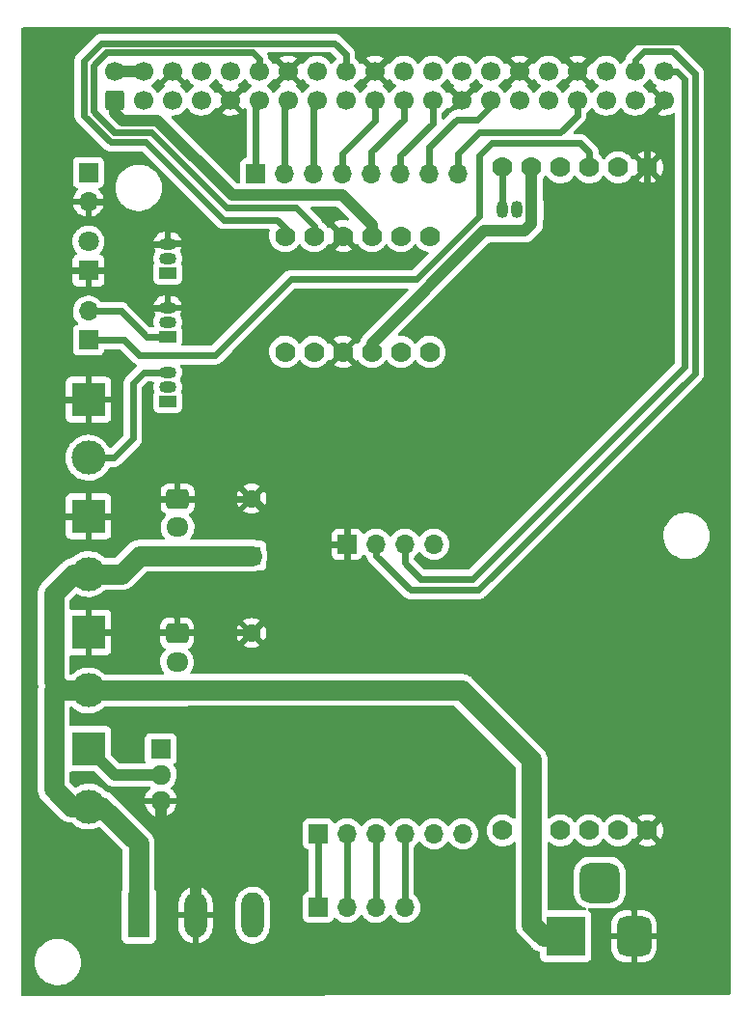
<source format=gbl>
G04 #@! TF.GenerationSoftware,KiCad,Pcbnew,(6.0.9)*
G04 #@! TF.CreationDate,2022-11-30T22:13:12-05:00*
G04 #@! TF.ProjectId,Roboshot,526f626f-7368-46f7-942e-6b696361645f,rev?*
G04 #@! TF.SameCoordinates,Original*
G04 #@! TF.FileFunction,Copper,L2,Bot*
G04 #@! TF.FilePolarity,Positive*
%FSLAX46Y46*%
G04 Gerber Fmt 4.6, Leading zero omitted, Abs format (unit mm)*
G04 Created by KiCad (PCBNEW (6.0.9)) date 2022-11-30 22:13:12*
%MOMM*%
%LPD*%
G01*
G04 APERTURE LIST*
G04 Aperture macros list*
%AMRoundRect*
0 Rectangle with rounded corners*
0 $1 Rounding radius*
0 $2 $3 $4 $5 $6 $7 $8 $9 X,Y pos of 4 corners*
0 Add a 4 corners polygon primitive as box body*
4,1,4,$2,$3,$4,$5,$6,$7,$8,$9,$2,$3,0*
0 Add four circle primitives for the rounded corners*
1,1,$1+$1,$2,$3*
1,1,$1+$1,$4,$5*
1,1,$1+$1,$6,$7*
1,1,$1+$1,$8,$9*
0 Add four rect primitives between the rounded corners*
20,1,$1+$1,$2,$3,$4,$5,0*
20,1,$1+$1,$4,$5,$6,$7,0*
20,1,$1+$1,$6,$7,$8,$9,0*
20,1,$1+$1,$8,$9,$2,$3,0*%
G04 Aperture macros list end*
G04 #@! TA.AperFunction,ComponentPad*
%ADD10R,3.000000X3.000000*%
G04 #@! TD*
G04 #@! TA.AperFunction,ComponentPad*
%ADD11C,3.000000*%
G04 #@! TD*
G04 #@! TA.AperFunction,ComponentPad*
%ADD12O,1.700000X1.700000*%
G04 #@! TD*
G04 #@! TA.AperFunction,ComponentPad*
%ADD13R,1.700000X1.700000*%
G04 #@! TD*
G04 #@! TA.AperFunction,ComponentPad*
%ADD14R,1.980000X3.960000*%
G04 #@! TD*
G04 #@! TA.AperFunction,ComponentPad*
%ADD15O,1.980000X3.960000*%
G04 #@! TD*
G04 #@! TA.AperFunction,ComponentPad*
%ADD16R,1.500000X1.050000*%
G04 #@! TD*
G04 #@! TA.AperFunction,ComponentPad*
%ADD17O,1.500000X1.050000*%
G04 #@! TD*
G04 #@! TA.AperFunction,ComponentPad*
%ADD18C,1.778000*%
G04 #@! TD*
G04 #@! TA.AperFunction,ComponentPad*
%ADD19R,1.800000X1.714500*%
G04 #@! TD*
G04 #@! TA.AperFunction,ComponentPad*
%ADD20O,1.800000X1.714500*%
G04 #@! TD*
G04 #@! TA.AperFunction,ComponentPad*
%ADD21R,1.800000X1.800000*%
G04 #@! TD*
G04 #@! TA.AperFunction,ComponentPad*
%ADD22C,1.800000*%
G04 #@! TD*
G04 #@! TA.AperFunction,ComponentPad*
%ADD23R,1.600000X1.600000*%
G04 #@! TD*
G04 #@! TA.AperFunction,ComponentPad*
%ADD24C,1.600000*%
G04 #@! TD*
G04 #@! TA.AperFunction,ComponentPad*
%ADD25RoundRect,0.250000X0.600000X-0.600000X0.600000X0.600000X-0.600000X0.600000X-0.600000X-0.600000X0*%
G04 #@! TD*
G04 #@! TA.AperFunction,ComponentPad*
%ADD26C,1.700000*%
G04 #@! TD*
G04 #@! TA.AperFunction,ComponentPad*
%ADD27R,3.500000X3.500000*%
G04 #@! TD*
G04 #@! TA.AperFunction,ComponentPad*
%ADD28RoundRect,0.750000X0.750000X1.000000X-0.750000X1.000000X-0.750000X-1.000000X0.750000X-1.000000X0*%
G04 #@! TD*
G04 #@! TA.AperFunction,ComponentPad*
%ADD29RoundRect,0.875000X0.875000X0.875000X-0.875000X0.875000X-0.875000X-0.875000X0.875000X-0.875000X0*%
G04 #@! TD*
G04 #@! TA.AperFunction,ComponentPad*
%ADD30RoundRect,0.250000X-0.725000X0.600000X-0.725000X-0.600000X0.725000X-0.600000X0.725000X0.600000X0*%
G04 #@! TD*
G04 #@! TA.AperFunction,ComponentPad*
%ADD31O,1.950000X1.700000*%
G04 #@! TD*
G04 #@! TA.AperFunction,ComponentPad*
%ADD32R,1.050000X1.500000*%
G04 #@! TD*
G04 #@! TA.AperFunction,ComponentPad*
%ADD33O,1.050000X1.500000*%
G04 #@! TD*
G04 #@! TA.AperFunction,Conductor*
%ADD34C,0.600000*%
G04 #@! TD*
G04 #@! TA.AperFunction,Conductor*
%ADD35C,1.016000*%
G04 #@! TD*
G04 #@! TA.AperFunction,Conductor*
%ADD36C,1.778000*%
G04 #@! TD*
G04 APERTURE END LIST*
D10*
X81076800Y-165228900D03*
D11*
X81076800Y-170308900D03*
D10*
X81076800Y-134620000D03*
D11*
X81076800Y-139700000D03*
D12*
X108864400Y-172696500D03*
X106324400Y-172696500D03*
X113944400Y-172696500D03*
X111404400Y-172696500D03*
X106324400Y-147296500D03*
D13*
X101244400Y-172696500D03*
D12*
X103784400Y-172696500D03*
D13*
X103784400Y-147296500D03*
D12*
X108864400Y-147296500D03*
X111404400Y-147296500D03*
D14*
X85496400Y-179832000D03*
D15*
X90496400Y-179832000D03*
X95496400Y-179832000D03*
D16*
X88037000Y-134748900D03*
D17*
X88037000Y-133478900D03*
X88037000Y-132208900D03*
D10*
X81076800Y-155041600D03*
D11*
X81076800Y-160121600D03*
D18*
X130149600Y-114225700D03*
X130149600Y-172391700D03*
X127609600Y-114225700D03*
X127609600Y-172391700D03*
X125069600Y-114225700D03*
X125069600Y-172391700D03*
X122529600Y-114225700D03*
X122529600Y-172391700D03*
X117449600Y-114225700D03*
X117449600Y-172391700D03*
X119989600Y-114225700D03*
X119989600Y-172391700D03*
D19*
X87425600Y-165247700D03*
D20*
X87425600Y-167533700D03*
X87425600Y-169819700D03*
D21*
X81076800Y-123291600D03*
D22*
X81076800Y-120751600D03*
D16*
X88032600Y-129059300D03*
D17*
X88032600Y-127789300D03*
X88032600Y-126519300D03*
D23*
X95402400Y-148300251D03*
D24*
X95402400Y-143300251D03*
D13*
X101244400Y-179148100D03*
D12*
X103784400Y-179148100D03*
X106324400Y-179148100D03*
X108864400Y-179148100D03*
D25*
X83362800Y-108332900D03*
D26*
X83362800Y-105792900D03*
X85902800Y-108332900D03*
X85902800Y-105792900D03*
X88442800Y-108332900D03*
X88442800Y-105792900D03*
X90982800Y-108332900D03*
X90982800Y-105792900D03*
X93522800Y-108332900D03*
X93522800Y-105792900D03*
X96062800Y-108332900D03*
X96062800Y-105792900D03*
X98602800Y-108332900D03*
X98602800Y-105792900D03*
X101142800Y-108332900D03*
X101142800Y-105792900D03*
X103682800Y-108332900D03*
X103682800Y-105792900D03*
X106222800Y-108332900D03*
X106222800Y-105792900D03*
X108762800Y-108332900D03*
X108762800Y-105792900D03*
X111302800Y-108332900D03*
X111302800Y-105792900D03*
X113842800Y-108332900D03*
X113842800Y-105792900D03*
X116382800Y-108332900D03*
X116382800Y-105792900D03*
X118922800Y-108332900D03*
X118922800Y-105792900D03*
X121462800Y-108332900D03*
X121462800Y-105792900D03*
X124002800Y-108332900D03*
X124002800Y-105792900D03*
X126542800Y-108332900D03*
X126542800Y-105792900D03*
X129082800Y-108332900D03*
X129082800Y-105792900D03*
X131622800Y-108332900D03*
X131622800Y-105792900D03*
D16*
X88032600Y-123471300D03*
D17*
X88032600Y-122201300D03*
X88032600Y-120931300D03*
D27*
X122981200Y-181680400D03*
D28*
X128981200Y-181680400D03*
D29*
X125981200Y-176980400D03*
D13*
X95758000Y-114784500D03*
D12*
X98298000Y-114784500D03*
X100838000Y-114784500D03*
X103378000Y-114784500D03*
X105918000Y-114784500D03*
X108458000Y-114784500D03*
X110998000Y-114784500D03*
X113538000Y-114784500D03*
D10*
X81076800Y-144830800D03*
D11*
X81076800Y-149910800D03*
D30*
X88849200Y-155121600D03*
D31*
X88849200Y-157621600D03*
X88849200Y-160121600D03*
D32*
X119989600Y-117957600D03*
D33*
X118719600Y-117957600D03*
X117449600Y-117957600D03*
D13*
X81076800Y-129387600D03*
D12*
X81076800Y-126847600D03*
D18*
X103416100Y-130412800D03*
X103416100Y-120252800D03*
X105956100Y-130412800D03*
X111036100Y-130412800D03*
X108496100Y-130412800D03*
X100876100Y-130412800D03*
X98336100Y-130412800D03*
X105956100Y-120252800D03*
X111036100Y-120252800D03*
X108496100Y-120252800D03*
X100876100Y-120252800D03*
X98336100Y-120252800D03*
D13*
X81076800Y-114677900D03*
D12*
X81076800Y-117217900D03*
D30*
X88900000Y-143306800D03*
D31*
X88900000Y-145806800D03*
X88900000Y-148306800D03*
D23*
X95402400Y-160085851D03*
D24*
X95402400Y-155085851D03*
D34*
X103682800Y-104319700D02*
X103682800Y-105792900D01*
X102690300Y-103327200D02*
X103682800Y-104319700D01*
X82194400Y-103327200D02*
X102690300Y-103327200D01*
X80670400Y-104851200D02*
X82194400Y-103327200D01*
X86106000Y-112014000D02*
X83007200Y-112014000D01*
X92913200Y-118821200D02*
X86106000Y-112014000D01*
X97637600Y-118821200D02*
X92913200Y-118821200D01*
X83007200Y-112014000D02*
X80670400Y-109677200D01*
X80670400Y-109677200D02*
X80670400Y-104851200D01*
X98336100Y-120252800D02*
X98336100Y-119519700D01*
X98336100Y-119519700D02*
X97637600Y-118821200D01*
X131318000Y-171223300D02*
X130149600Y-172391700D01*
X131318000Y-160020000D02*
X131318000Y-171223300D01*
X123952000Y-152654000D02*
X131318000Y-160020000D01*
X106832400Y-152654000D02*
X123952000Y-152654000D01*
X103784400Y-149606000D02*
X106832400Y-152654000D01*
X103784400Y-147296500D02*
X103784400Y-149606000D01*
X88093800Y-120870100D02*
X88032600Y-120931300D01*
X98145600Y-145846800D02*
X98145600Y-152342651D01*
X104800400Y-134196600D02*
X104800400Y-139513700D01*
D35*
X87425600Y-170033400D02*
X87425600Y-172820400D01*
D34*
X103416100Y-120252800D02*
X103416100Y-120256300D01*
X91236800Y-122038500D02*
X90068400Y-120870100D01*
X84529300Y-122910600D02*
X84529300Y-122353700D01*
X101633900Y-122038500D02*
X91236800Y-122038500D01*
X103416100Y-130412800D02*
X103416100Y-130441700D01*
D35*
X87425600Y-172820400D02*
X90496400Y-175891200D01*
D34*
X103416100Y-130441700D02*
X104800400Y-131826000D01*
X135382000Y-132858900D02*
X135382000Y-105511600D01*
X118922800Y-105792900D02*
X117856000Y-104726100D01*
X131622800Y-108332900D02*
X131622800Y-108508800D01*
X81076800Y-123291600D02*
X84148300Y-123291600D01*
X84148300Y-123291600D02*
X84529300Y-122910600D01*
X84529300Y-118745000D02*
X84529300Y-122353700D01*
X124077100Y-105792900D02*
X124002800Y-105792900D01*
X106246300Y-105792900D02*
X106222800Y-105792900D01*
X85850100Y-126519300D02*
X84529300Y-125198500D01*
X133045200Y-103174800D02*
X126695200Y-103174800D01*
X78333600Y-131521200D02*
X78333600Y-134620000D01*
X78333600Y-144272000D02*
X78333600Y-124104400D01*
X95140402Y-143300251D02*
X95152651Y-143312500D01*
D35*
X90496400Y-175891200D02*
X90496400Y-179882800D01*
D34*
X103784400Y-147296500D02*
X98196400Y-147296500D01*
X81076800Y-117217900D02*
X83002200Y-117217900D01*
X104817300Y-134179700D02*
X104800400Y-134196600D01*
X98145600Y-152342651D02*
X95457451Y-155030800D01*
X130149600Y-114225700D02*
X130149600Y-119295300D01*
X90068400Y-120870100D02*
X88093800Y-120870100D01*
X81076800Y-144830800D02*
X84175600Y-144830800D01*
X84175600Y-144830800D02*
X85706149Y-143300251D01*
X83002200Y-117217900D02*
X84529300Y-118745000D01*
X117856000Y-104726100D02*
X117856000Y-103394900D01*
X81087600Y-155030800D02*
X81076800Y-155041600D01*
X124002800Y-105765600D02*
X121632100Y-103394900D01*
X84529300Y-125198500D02*
X84529300Y-122910600D01*
X131622800Y-108508800D02*
X130149600Y-109982000D01*
X130149600Y-109982000D02*
X130149600Y-114225700D01*
X79146400Y-123291600D02*
X81076800Y-123291600D01*
X78892400Y-144830800D02*
X78333600Y-144272000D01*
X84529300Y-122353700D02*
X84529300Y-120933200D01*
X84529300Y-120933200D02*
X84531200Y-120931300D01*
X88032600Y-126519300D02*
X85850100Y-126519300D01*
X115265200Y-134179700D02*
X104817300Y-134179700D01*
X85706149Y-143300251D02*
X95140402Y-143300251D01*
X118719600Y-103394900D02*
X108644300Y-103394900D01*
X84531200Y-120931300D02*
X88032600Y-120931300D01*
X124002800Y-105792900D02*
X124002800Y-105765600D01*
X103416100Y-120256300D02*
X101633900Y-122038500D01*
X135382000Y-105511600D02*
X133045200Y-103174800D01*
X104800400Y-139513700D02*
X103784400Y-140529700D01*
X126695200Y-103174800D02*
X124077100Y-105792900D01*
X95457451Y-155030800D02*
X81087600Y-155030800D01*
X81076800Y-144830800D02*
X78892400Y-144830800D01*
X108644300Y-103394900D02*
X106246300Y-105792900D01*
X103784400Y-140529700D02*
X103784400Y-147296500D01*
X117856000Y-103394900D02*
X118719600Y-103394900D01*
X95402400Y-143103600D02*
X98145600Y-145846800D01*
X130149600Y-119295300D02*
X115265200Y-134179700D01*
X78333600Y-134620000D02*
X81076800Y-134620000D01*
X104800400Y-131826000D02*
X104800400Y-134162800D01*
X78333600Y-124104400D02*
X79146400Y-123291600D01*
X121632100Y-103394900D02*
X118719600Y-103394900D01*
X92202000Y-130708400D02*
X98856800Y-124053600D01*
X124256800Y-112115600D02*
X125069600Y-112928400D01*
X85518000Y-130708400D02*
X92202000Y-130708400D01*
X98856800Y-124053600D02*
X109880400Y-124053600D01*
X115417600Y-113182400D02*
X116484400Y-112115600D01*
X84197200Y-129387600D02*
X85518000Y-130708400D01*
X109880400Y-124053600D02*
X115417600Y-118516400D01*
X125069600Y-112928400D02*
X125069600Y-114225700D01*
X81076800Y-129387600D02*
X84197200Y-129387600D01*
X115417600Y-118516400D02*
X115417600Y-113182400D01*
X116484400Y-112115600D02*
X124256800Y-112115600D01*
X96062800Y-108332900D02*
X95758000Y-108637700D01*
X95758000Y-108637700D02*
X95758000Y-114784500D01*
X98298000Y-114784500D02*
X98298000Y-108637700D01*
X98298000Y-108637700D02*
X98602800Y-108332900D01*
X101142800Y-108332900D02*
X100838000Y-108637700D01*
X100838000Y-108637700D02*
X100838000Y-114784500D01*
X103378000Y-113006500D02*
X106222800Y-110161700D01*
X106222800Y-110161700D02*
X106222800Y-108332900D01*
X103378000Y-114784500D02*
X103378000Y-113006500D01*
X105918000Y-112854100D02*
X108762800Y-110009300D01*
X108762800Y-110009300D02*
X108762800Y-108332900D01*
X105918000Y-114784500D02*
X105918000Y-112854100D01*
X111302800Y-110364900D02*
X111302800Y-108332900D01*
X108458000Y-113209700D02*
X111302800Y-110364900D01*
X108458000Y-114784500D02*
X108458000Y-113209700D01*
X110998000Y-114784500D02*
X110998000Y-112447700D01*
X110998000Y-112447700D02*
X113436400Y-110009300D01*
X113436400Y-110009300D02*
X115237900Y-110009300D01*
X115237900Y-110009300D02*
X116382800Y-108864400D01*
X116382800Y-108864400D02*
X116382800Y-108332900D01*
X124002800Y-108332900D02*
X124002800Y-109677200D01*
X122529600Y-111150400D02*
X115366800Y-111150400D01*
X115366800Y-111150400D02*
X113538000Y-112979200D01*
X124002800Y-109677200D02*
X122529600Y-111150400D01*
X113538000Y-112979200D02*
X113538000Y-114784500D01*
X101244400Y-172696500D02*
X101244400Y-179148100D01*
X103784400Y-172696500D02*
X103784400Y-179148100D01*
X106324400Y-172696500D02*
X106324400Y-179148100D01*
X108864400Y-172696500D02*
X108864400Y-179148100D01*
X83312000Y-139700000D02*
X84988400Y-138023600D01*
X84988400Y-138023600D02*
X84988400Y-133146800D01*
X81125700Y-138508100D02*
X81098900Y-138534900D01*
X84988400Y-133146800D02*
X85926300Y-132208900D01*
X81076800Y-139700000D02*
X83312000Y-139700000D01*
X85926300Y-132208900D02*
X88037000Y-132208900D01*
X81125700Y-138508100D02*
X81104100Y-138508100D01*
D35*
X105956100Y-119293000D02*
X103350700Y-116687600D01*
X83362800Y-109423200D02*
X83362800Y-108332900D01*
X84040100Y-110100500D02*
X83362800Y-109423200D01*
X103350700Y-116687600D02*
X93726000Y-116687600D01*
X93726000Y-116687600D02*
X87138900Y-110100500D01*
X87138900Y-110100500D02*
X84040100Y-110100500D01*
X105956100Y-120252800D02*
X105956100Y-119293000D01*
D34*
X100876100Y-119343800D02*
X100876100Y-120252800D01*
X86590500Y-111126900D02*
X93218000Y-117754400D01*
X83288500Y-111126900D02*
X86590500Y-111126900D01*
X81483200Y-105308400D02*
X81483200Y-109321600D01*
X96062800Y-104726100D02*
X95476700Y-104140000D01*
X95476700Y-104140000D02*
X82651600Y-104140000D01*
X93218000Y-117754400D02*
X99286700Y-117754400D01*
X81483200Y-109321600D02*
X83288500Y-111126900D01*
X96062800Y-105792900D02*
X96062800Y-104726100D01*
X82651600Y-104140000D02*
X81483200Y-105308400D01*
X99286700Y-117754400D02*
X100876100Y-119343800D01*
D35*
X83387300Y-167539400D02*
X81076800Y-165228900D01*
X87217600Y-167539400D02*
X83387300Y-167539400D01*
D34*
X86154900Y-129059300D02*
X88032600Y-129059300D01*
X83943200Y-126847600D02*
X86154900Y-129059300D01*
X81076800Y-126847600D02*
X83943200Y-126847600D01*
X117449600Y-114225700D02*
X117449600Y-118086500D01*
D36*
X119989600Y-180644800D02*
X119989600Y-172391700D01*
D35*
X89458800Y-160121600D02*
X88940000Y-160121600D01*
X105956100Y-130412800D02*
X105956100Y-129705100D01*
D36*
X82221700Y-170308900D02*
X81561300Y-170308900D01*
X78028800Y-159302232D02*
X78848168Y-160121600D01*
D35*
X88940000Y-160121600D02*
X88849200Y-160030800D01*
D36*
X88900000Y-148306800D02*
X85576400Y-148306800D01*
D34*
X88849200Y-160070800D02*
X88849200Y-160030800D01*
D35*
X83046500Y-105799800D02*
X85586500Y-105799800D01*
D36*
X121025200Y-181680400D02*
X119989600Y-180644800D01*
X85576400Y-148306800D02*
X83972400Y-149910800D01*
D35*
X78435200Y-159708632D02*
X78797368Y-160070800D01*
D36*
X95390151Y-148312500D02*
X88905700Y-148312500D01*
D35*
X105956100Y-129705100D02*
X115847500Y-119813700D01*
D36*
X119989600Y-166217600D02*
X113857851Y-160085851D01*
X81076800Y-170308900D02*
X79580100Y-170308900D01*
X79580100Y-170308900D02*
X78028800Y-168757600D01*
X122981200Y-181680400D02*
X121025200Y-181680400D01*
X95387349Y-160070800D02*
X95402400Y-160085851D01*
X119989600Y-172391700D02*
X119989600Y-166217600D01*
X113857851Y-160085851D02*
X95402400Y-160085851D01*
X78028800Y-151638000D02*
X78028800Y-159302232D01*
X79756000Y-149910800D02*
X78028800Y-151638000D01*
D35*
X119989600Y-119204100D02*
X119989600Y-114225700D01*
D36*
X78848168Y-160121600D02*
X89458800Y-160121600D01*
X88905700Y-148312500D02*
X88900000Y-148306800D01*
X81076800Y-149910800D02*
X79756000Y-149910800D01*
X95402400Y-148300251D02*
X95390151Y-148312500D01*
X78848168Y-160121600D02*
X81076800Y-160121600D01*
D35*
X115847500Y-119813700D02*
X119380000Y-119813700D01*
D36*
X83972400Y-149910800D02*
X81076800Y-149910800D01*
X78028800Y-160121600D02*
X81076800Y-160121600D01*
X88849200Y-160070800D02*
X95387349Y-160070800D01*
X85496400Y-173583600D02*
X82221700Y-170308900D01*
X78028800Y-168757600D02*
X78028800Y-160121600D01*
D35*
X78435200Y-159708632D02*
X78848168Y-160121600D01*
X119380000Y-119813700D02*
X119989600Y-119204100D01*
D36*
X85496400Y-179832000D02*
X85496400Y-173583600D01*
D34*
X106324400Y-148285200D02*
X106324400Y-147296500D01*
X115316000Y-151309700D02*
X109348900Y-151309700D01*
X129844800Y-104014900D02*
X132334000Y-104014900D01*
X134315200Y-132310500D02*
X115316000Y-151309700D01*
X132334000Y-104014900D02*
X134315200Y-105996100D01*
X129075900Y-105799800D02*
X129075900Y-104783800D01*
X109348900Y-151309700D02*
X106324400Y-148285200D01*
X129075900Y-104783800D02*
X129844800Y-104014900D01*
X134315200Y-105996100D02*
X134315200Y-132310500D01*
X110236000Y-150317200D02*
X114784500Y-150317200D01*
X108864400Y-148945600D02*
X110236000Y-150317200D01*
X114784500Y-150317200D02*
X133400800Y-131700900D01*
X133400800Y-106453300D02*
X132740400Y-105792900D01*
X108864400Y-147296500D02*
X108864400Y-148945600D01*
X133400800Y-131700900D02*
X133400800Y-106453300D01*
X132740400Y-105792900D02*
X132029200Y-105792900D01*
G04 #@! TA.AperFunction,Conductor*
G36*
X137406421Y-101976102D02*
G01*
X137452914Y-102029758D01*
X137464300Y-102082100D01*
X137464300Y-186716917D01*
X137444298Y-186785038D01*
X137390642Y-186831531D01*
X137338502Y-186842917D01*
X127959846Y-186857971D01*
X75310702Y-186942480D01*
X75242549Y-186922587D01*
X75195971Y-186869006D01*
X75184500Y-186816480D01*
X75184500Y-183925466D01*
X76347264Y-183925466D01*
X76347511Y-183929745D01*
X76347511Y-183929747D01*
X76347672Y-183932535D01*
X76347677Y-183932621D01*
X76363216Y-184202135D01*
X76364041Y-184206342D01*
X76364042Y-184206347D01*
X76375647Y-184265496D01*
X76416570Y-184474079D01*
X76506336Y-184736265D01*
X76533789Y-184790849D01*
X76612260Y-184946871D01*
X76630855Y-184983844D01*
X76633281Y-184987373D01*
X76633284Y-184987379D01*
X76670733Y-185041867D01*
X76787822Y-185212232D01*
X76974333Y-185417205D01*
X77186936Y-185594968D01*
X77190577Y-185597252D01*
X77418057Y-185739951D01*
X77418061Y-185739953D01*
X77421697Y-185742234D01*
X77425607Y-185743999D01*
X77425608Y-185744000D01*
X77670360Y-185854510D01*
X77670364Y-185854512D01*
X77674272Y-185856276D01*
X77678392Y-185857496D01*
X77678391Y-185857496D01*
X77935875Y-185933766D01*
X77935879Y-185933767D01*
X77939988Y-185934984D01*
X77944225Y-185935632D01*
X77944228Y-185935633D01*
X78173246Y-185970678D01*
X78213927Y-185976903D01*
X78355002Y-185979119D01*
X78486730Y-185981189D01*
X78486736Y-185981189D01*
X78491021Y-185981256D01*
X78766142Y-185947963D01*
X79034199Y-185877639D01*
X79290232Y-185771587D01*
X79529503Y-185631768D01*
X79747585Y-185460770D01*
X79789803Y-185417205D01*
X79937459Y-185264835D01*
X79940442Y-185261757D01*
X79942975Y-185258309D01*
X79942979Y-185258304D01*
X80101967Y-185041867D01*
X80104505Y-185038412D01*
X80236739Y-184794867D01*
X80334697Y-184535629D01*
X80396566Y-184265496D01*
X80421201Y-183989465D01*
X80421648Y-183946800D01*
X80421479Y-183944320D01*
X80403091Y-183674591D01*
X80403090Y-183674585D01*
X80402799Y-183670314D01*
X80379918Y-183559823D01*
X80347472Y-183403150D01*
X80346601Y-183398944D01*
X80341604Y-183384831D01*
X80255525Y-183141752D01*
X80254094Y-183137711D01*
X80126989Y-182891451D01*
X79967639Y-182664718D01*
X79778992Y-182461710D01*
X79564539Y-182286183D01*
X79515722Y-182256268D01*
X79331899Y-182143620D01*
X79331891Y-182143616D01*
X79328249Y-182141384D01*
X79324332Y-182139665D01*
X79324329Y-182139663D01*
X79175678Y-182074410D01*
X79074493Y-182029993D01*
X79070365Y-182028817D01*
X79070362Y-182028816D01*
X78988317Y-182005445D01*
X78807968Y-181954071D01*
X78803726Y-181953467D01*
X78803720Y-181953466D01*
X78537855Y-181915628D01*
X78533604Y-181915023D01*
X78387515Y-181914258D01*
X78260766Y-181913594D01*
X78260760Y-181913594D01*
X78256480Y-181913572D01*
X78252235Y-181914131D01*
X78252233Y-181914131D01*
X78194819Y-181921690D01*
X77981723Y-181949745D01*
X77714417Y-182022871D01*
X77710469Y-182024555D01*
X77463461Y-182129913D01*
X77463457Y-182129915D01*
X77459509Y-182131599D01*
X77353964Y-182194766D01*
X77225397Y-182271711D01*
X77225393Y-182271714D01*
X77221715Y-182273915D01*
X77218372Y-182276593D01*
X77218368Y-182276596D01*
X77161729Y-182321973D01*
X77005436Y-182447188D01*
X77002492Y-182450290D01*
X77002488Y-182450294D01*
X76825609Y-182636685D01*
X76814673Y-182648209D01*
X76652958Y-182873260D01*
X76523281Y-183118177D01*
X76428044Y-183378426D01*
X76369007Y-183649193D01*
X76347264Y-183925466D01*
X75184500Y-183925466D01*
X75184500Y-168777183D01*
X76626384Y-168777183D01*
X76637014Y-168884630D01*
X76637170Y-168886332D01*
X76646299Y-168993915D01*
X76647641Y-168999086D01*
X76648412Y-169003598D01*
X76649206Y-169007883D01*
X76649732Y-169013195D01*
X76673333Y-169099171D01*
X76678308Y-169117294D01*
X76678762Y-169118994D01*
X76691393Y-169167659D01*
X76705880Y-169223474D01*
X76708072Y-169228340D01*
X76709544Y-169232520D01*
X76711102Y-169236754D01*
X76712514Y-169241899D01*
X76714772Y-169246731D01*
X76714776Y-169246741D01*
X76758225Y-169339707D01*
X76758958Y-169341304D01*
X76799450Y-169431190D01*
X76803288Y-169439711D01*
X76806268Y-169444138D01*
X76808459Y-169448074D01*
X76810670Y-169451918D01*
X76812931Y-169456756D01*
X76815976Y-169461145D01*
X76874462Y-169545451D01*
X76875442Y-169546885D01*
X76935737Y-169636445D01*
X76939422Y-169640308D01*
X76942767Y-169644468D01*
X76942646Y-169644566D01*
X76943052Y-169645051D01*
X76943163Y-169644962D01*
X76945751Y-169648213D01*
X76948115Y-169651621D01*
X76950902Y-169654684D01*
X76950906Y-169654689D01*
X76963852Y-169668917D01*
X76963864Y-169668930D01*
X76964858Y-169670022D01*
X77026969Y-169732133D01*
X77029044Y-169734256D01*
X77099440Y-169808050D01*
X77103715Y-169811231D01*
X77103721Y-169811236D01*
X77105524Y-169812577D01*
X77119408Y-169824572D01*
X78553514Y-171258678D01*
X78559584Y-171265192D01*
X78602289Y-171314405D01*
X78630392Y-171337448D01*
X78685833Y-171382908D01*
X78687183Y-171384032D01*
X78769624Y-171453575D01*
X78774228Y-171456281D01*
X78777976Y-171458935D01*
X78781558Y-171461397D01*
X78785685Y-171464781D01*
X78879538Y-171518205D01*
X78880976Y-171519036D01*
X78974077Y-171573768D01*
X78979070Y-171575659D01*
X78983114Y-171577597D01*
X78987160Y-171579467D01*
X78991796Y-171582106D01*
X78996809Y-171583926D01*
X78996812Y-171583927D01*
X79093272Y-171618940D01*
X79094922Y-171619552D01*
X79141832Y-171637324D01*
X79195857Y-171657793D01*
X79201098Y-171658816D01*
X79205429Y-171660050D01*
X79209712Y-171661206D01*
X79214729Y-171663027D01*
X79219978Y-171663976D01*
X79219985Y-171663978D01*
X79275579Y-171674030D01*
X79320983Y-171682240D01*
X79322596Y-171682543D01*
X79428625Y-171703249D01*
X79433958Y-171703374D01*
X79439266Y-171703951D01*
X79439185Y-171704697D01*
X79439813Y-171704766D01*
X79439898Y-171704020D01*
X79444010Y-171704487D01*
X79448108Y-171705228D01*
X79452264Y-171705424D01*
X79471471Y-171706330D01*
X79471478Y-171706330D01*
X79472959Y-171706400D01*
X79560838Y-171706400D01*
X79563802Y-171706435D01*
X79567605Y-171706524D01*
X79580460Y-171706827D01*
X79648091Y-171728426D01*
X79670689Y-171747993D01*
X79683382Y-171761943D01*
X79893475Y-171937607D01*
X79897116Y-171939891D01*
X80121824Y-172080851D01*
X80121828Y-172080853D01*
X80125464Y-172083134D01*
X80211345Y-172121911D01*
X80371145Y-172194064D01*
X80371149Y-172194066D01*
X80375057Y-172195830D01*
X80379177Y-172197050D01*
X80379176Y-172197050D01*
X80633523Y-172272391D01*
X80633527Y-172272392D01*
X80637636Y-172273609D01*
X80641870Y-172274257D01*
X80641875Y-172274258D01*
X80904098Y-172314383D01*
X80904100Y-172314383D01*
X80908340Y-172315032D01*
X81047712Y-172317222D01*
X81177871Y-172319267D01*
X81177877Y-172319267D01*
X81182162Y-172319334D01*
X81454035Y-172286434D01*
X81718927Y-172216941D01*
X81948350Y-172121911D01*
X82018937Y-172114322D01*
X82085661Y-172149225D01*
X84061995Y-174125559D01*
X84096021Y-174187871D01*
X84098900Y-174214654D01*
X84098900Y-177505791D01*
X84078898Y-177573912D01*
X84073727Y-177581355D01*
X84055785Y-177605295D01*
X84004655Y-177741684D01*
X83997900Y-177803866D01*
X83997900Y-181860134D01*
X84004655Y-181922316D01*
X84055785Y-182058705D01*
X84143139Y-182175261D01*
X84259695Y-182262615D01*
X84396084Y-182313745D01*
X84458266Y-182320500D01*
X86534534Y-182320500D01*
X86596716Y-182313745D01*
X86733105Y-182262615D01*
X86849661Y-182175261D01*
X86937015Y-182058705D01*
X86988145Y-181922316D01*
X86994900Y-181860134D01*
X86994900Y-180881857D01*
X88998400Y-180881857D01*
X88998612Y-180887030D01*
X89013026Y-181062350D01*
X89014709Y-181072512D01*
X89072200Y-181301396D01*
X89075521Y-181311151D01*
X89169618Y-181527557D01*
X89174496Y-181536655D01*
X89302673Y-181734787D01*
X89308963Y-181742956D01*
X89467787Y-181917501D01*
X89475320Y-181924526D01*
X89660520Y-182070787D01*
X89669107Y-182076492D01*
X89875697Y-182190536D01*
X89885109Y-182194766D01*
X90107556Y-182273539D01*
X90117527Y-182276173D01*
X90224563Y-182295239D01*
X90237860Y-182293779D01*
X90241991Y-182280534D01*
X90750400Y-182280534D01*
X90754318Y-182293878D01*
X90768594Y-182295865D01*
X90839636Y-182284994D01*
X90849663Y-182282605D01*
X91073970Y-182209291D01*
X91083479Y-182205294D01*
X91292795Y-182096331D01*
X91301520Y-182090837D01*
X91490235Y-181949146D01*
X91497942Y-181942303D01*
X91660984Y-181771690D01*
X91667467Y-181763684D01*
X91800457Y-181568726D01*
X91805543Y-181559774D01*
X91904906Y-181345715D01*
X91908460Y-181336055D01*
X91971530Y-181108631D01*
X91973457Y-181098527D01*
X91994044Y-180905898D01*
X91994400Y-180899206D01*
X91994400Y-180884469D01*
X93997900Y-180884469D01*
X93998111Y-180887030D01*
X93998112Y-180887053D01*
X94012531Y-181062432D01*
X94012532Y-181062438D01*
X94012955Y-181067583D01*
X94072984Y-181306570D01*
X94075042Y-181311303D01*
X94075043Y-181311306D01*
X94169072Y-181527557D01*
X94171240Y-181532544D01*
X94174044Y-181536878D01*
X94174046Y-181536882D01*
X94302274Y-181735092D01*
X94302279Y-181735098D01*
X94305085Y-181739436D01*
X94470923Y-181921690D01*
X94474974Y-181924889D01*
X94474978Y-181924893D01*
X94597608Y-182021739D01*
X94664301Y-182074410D01*
X94747082Y-182120108D01*
X94846991Y-182175261D01*
X94880025Y-182193497D01*
X95112303Y-182275750D01*
X95117395Y-182276657D01*
X95349807Y-182318057D01*
X95349811Y-182318057D01*
X95354895Y-182318963D01*
X95434314Y-182319933D01*
X95596118Y-182321910D01*
X95596120Y-182321910D01*
X95601288Y-182321973D01*
X95844864Y-182284701D01*
X96079082Y-182208147D01*
X96083670Y-182205759D01*
X96083674Y-182205757D01*
X96293063Y-182096756D01*
X96293064Y-182096755D01*
X96297652Y-182094367D01*
X96301785Y-182091264D01*
X96301788Y-182091262D01*
X96490568Y-181949521D01*
X96490570Y-181949519D01*
X96494703Y-181946416D01*
X96664945Y-181768269D01*
X96682003Y-181743263D01*
X96800885Y-181568989D01*
X96800888Y-181568984D01*
X96803804Y-181564709D01*
X96805980Y-181560020D01*
X96805984Y-181560014D01*
X96905375Y-181345894D01*
X96905377Y-181345889D01*
X96907552Y-181341203D01*
X96909197Y-181335274D01*
X96972023Y-181108726D01*
X96972023Y-181108725D01*
X96973402Y-181103753D01*
X96994900Y-180902594D01*
X96994900Y-180046234D01*
X99885900Y-180046234D01*
X99892655Y-180108416D01*
X99943785Y-180244805D01*
X100031139Y-180361361D01*
X100147695Y-180448715D01*
X100284084Y-180499845D01*
X100346266Y-180506600D01*
X102142534Y-180506600D01*
X102204716Y-180499845D01*
X102341105Y-180448715D01*
X102457661Y-180361361D01*
X102545015Y-180244805D01*
X102567199Y-180185629D01*
X102588998Y-180127482D01*
X102631640Y-180070718D01*
X102698202Y-180046018D01*
X102767550Y-180061226D01*
X102802217Y-180089214D01*
X102830650Y-180122038D01*
X102907246Y-180185629D01*
X102989201Y-180253669D01*
X103002526Y-180264732D01*
X103195400Y-180377438D01*
X103404092Y-180457130D01*
X103409160Y-180458161D01*
X103409163Y-180458162D01*
X103516417Y-180479983D01*
X103622997Y-180501667D01*
X103628172Y-180501857D01*
X103628174Y-180501857D01*
X103841073Y-180509664D01*
X103841077Y-180509664D01*
X103846237Y-180509853D01*
X103851357Y-180509197D01*
X103851359Y-180509197D01*
X104062688Y-180482125D01*
X104062689Y-180482125D01*
X104067816Y-180481468D01*
X104102444Y-180471079D01*
X104276829Y-180418761D01*
X104276834Y-180418759D01*
X104281784Y-180417274D01*
X104482394Y-180318996D01*
X104664260Y-180189273D01*
X104822496Y-180031589D01*
X104927340Y-179885683D01*
X104952853Y-179850177D01*
X104954176Y-179851128D01*
X105001045Y-179807957D01*
X105070980Y-179795725D01*
X105136426Y-179823244D01*
X105164275Y-179855094D01*
X105224387Y-179953188D01*
X105370650Y-180122038D01*
X105447246Y-180185629D01*
X105529201Y-180253669D01*
X105542526Y-180264732D01*
X105735400Y-180377438D01*
X105944092Y-180457130D01*
X105949160Y-180458161D01*
X105949163Y-180458162D01*
X106056417Y-180479983D01*
X106162997Y-180501667D01*
X106168172Y-180501857D01*
X106168174Y-180501857D01*
X106381073Y-180509664D01*
X106381077Y-180509664D01*
X106386237Y-180509853D01*
X106391357Y-180509197D01*
X106391359Y-180509197D01*
X106602688Y-180482125D01*
X106602689Y-180482125D01*
X106607816Y-180481468D01*
X106642444Y-180471079D01*
X106816829Y-180418761D01*
X106816834Y-180418759D01*
X106821784Y-180417274D01*
X107022394Y-180318996D01*
X107204260Y-180189273D01*
X107362496Y-180031589D01*
X107467340Y-179885683D01*
X107492853Y-179850177D01*
X107494176Y-179851128D01*
X107541045Y-179807957D01*
X107610980Y-179795725D01*
X107676426Y-179823244D01*
X107704275Y-179855094D01*
X107764387Y-179953188D01*
X107910650Y-180122038D01*
X107987246Y-180185629D01*
X108069201Y-180253669D01*
X108082526Y-180264732D01*
X108275400Y-180377438D01*
X108484092Y-180457130D01*
X108489160Y-180458161D01*
X108489163Y-180458162D01*
X108596417Y-180479983D01*
X108702997Y-180501667D01*
X108708172Y-180501857D01*
X108708174Y-180501857D01*
X108921073Y-180509664D01*
X108921077Y-180509664D01*
X108926237Y-180509853D01*
X108931357Y-180509197D01*
X108931359Y-180509197D01*
X109142688Y-180482125D01*
X109142689Y-180482125D01*
X109147816Y-180481468D01*
X109182444Y-180471079D01*
X109356829Y-180418761D01*
X109356834Y-180418759D01*
X109361784Y-180417274D01*
X109562394Y-180318996D01*
X109744260Y-180189273D01*
X109902496Y-180031589D01*
X110007340Y-179885683D01*
X110029835Y-179854377D01*
X110032853Y-179850177D01*
X110053720Y-179807957D01*
X110129536Y-179654553D01*
X110129537Y-179654551D01*
X110131830Y-179649911D01*
X110196770Y-179436169D01*
X110225929Y-179214690D01*
X110226513Y-179190780D01*
X110227474Y-179151465D01*
X110227474Y-179151461D01*
X110227556Y-179148100D01*
X110209252Y-178925461D01*
X110154831Y-178708802D01*
X110065754Y-178503940D01*
X109974214Y-178362441D01*
X109947222Y-178320717D01*
X109947220Y-178320714D01*
X109944414Y-178316377D01*
X109794070Y-178151151D01*
X109790025Y-178147957D01*
X109790016Y-178147948D01*
X109720808Y-178093291D01*
X109679745Y-178035374D01*
X109672900Y-177994409D01*
X109672900Y-173853468D01*
X109692902Y-173785347D01*
X109725731Y-173750890D01*
X109740054Y-173740674D01*
X109740061Y-173740668D01*
X109744260Y-173737673D01*
X109902496Y-173579989D01*
X109910145Y-173569345D01*
X110032853Y-173398577D01*
X110034176Y-173399528D01*
X110081045Y-173356357D01*
X110150980Y-173344125D01*
X110216426Y-173371644D01*
X110244275Y-173403494D01*
X110304387Y-173501588D01*
X110450650Y-173670438D01*
X110622526Y-173813132D01*
X110815400Y-173925838D01*
X111024092Y-174005530D01*
X111029160Y-174006561D01*
X111029163Y-174006562D01*
X111136417Y-174028383D01*
X111242997Y-174050067D01*
X111248172Y-174050257D01*
X111248174Y-174050257D01*
X111461073Y-174058064D01*
X111461077Y-174058064D01*
X111466237Y-174058253D01*
X111471357Y-174057597D01*
X111471359Y-174057597D01*
X111682688Y-174030525D01*
X111682689Y-174030525D01*
X111687816Y-174029868D01*
X111692766Y-174028383D01*
X111896829Y-173967161D01*
X111896834Y-173967159D01*
X111901784Y-173965674D01*
X112102394Y-173867396D01*
X112284260Y-173737673D01*
X112442496Y-173579989D01*
X112450145Y-173569345D01*
X112572853Y-173398577D01*
X112574176Y-173399528D01*
X112621045Y-173356357D01*
X112690980Y-173344125D01*
X112756426Y-173371644D01*
X112784275Y-173403494D01*
X112844387Y-173501588D01*
X112990650Y-173670438D01*
X113162526Y-173813132D01*
X113355400Y-173925838D01*
X113564092Y-174005530D01*
X113569160Y-174006561D01*
X113569163Y-174006562D01*
X113676417Y-174028383D01*
X113782997Y-174050067D01*
X113788172Y-174050257D01*
X113788174Y-174050257D01*
X114001073Y-174058064D01*
X114001077Y-174058064D01*
X114006237Y-174058253D01*
X114011357Y-174057597D01*
X114011359Y-174057597D01*
X114222688Y-174030525D01*
X114222689Y-174030525D01*
X114227816Y-174029868D01*
X114232766Y-174028383D01*
X114436829Y-173967161D01*
X114436834Y-173967159D01*
X114441784Y-173965674D01*
X114642394Y-173867396D01*
X114824260Y-173737673D01*
X114982496Y-173579989D01*
X114990145Y-173569345D01*
X115109835Y-173402777D01*
X115112853Y-173398577D01*
X115133720Y-173356357D01*
X115209536Y-173202953D01*
X115209537Y-173202951D01*
X115211830Y-173198311D01*
X115276770Y-172984569D01*
X115305929Y-172763090D01*
X115306011Y-172759740D01*
X115307474Y-172699865D01*
X115307474Y-172699861D01*
X115307556Y-172696500D01*
X115289252Y-172473861D01*
X115234831Y-172257202D01*
X115145754Y-172052340D01*
X115076289Y-171944963D01*
X115027222Y-171869117D01*
X115027220Y-171869114D01*
X115024414Y-171864777D01*
X114874070Y-171699551D01*
X114870019Y-171696352D01*
X114870015Y-171696348D01*
X114702814Y-171564300D01*
X114702810Y-171564298D01*
X114698759Y-171561098D01*
X114503189Y-171453138D01*
X114498320Y-171451414D01*
X114498316Y-171451412D01*
X114297487Y-171380295D01*
X114297483Y-171380294D01*
X114292612Y-171378569D01*
X114287519Y-171377662D01*
X114287516Y-171377661D01*
X114077773Y-171340300D01*
X114077767Y-171340299D01*
X114072684Y-171339394D01*
X113998852Y-171338492D01*
X113854481Y-171336728D01*
X113854479Y-171336728D01*
X113849311Y-171336665D01*
X113628491Y-171370455D01*
X113416156Y-171439857D01*
X113218007Y-171543007D01*
X113213874Y-171546110D01*
X113213871Y-171546112D01*
X113054399Y-171665847D01*
X113039365Y-171677135D01*
X113035793Y-171680873D01*
X112928129Y-171793537D01*
X112885029Y-171838638D01*
X112777601Y-171996121D01*
X112722693Y-172041121D01*
X112652168Y-172049292D01*
X112588421Y-172018038D01*
X112567724Y-171993554D01*
X112487222Y-171869117D01*
X112487220Y-171869114D01*
X112484414Y-171864777D01*
X112334070Y-171699551D01*
X112330019Y-171696352D01*
X112330015Y-171696348D01*
X112162814Y-171564300D01*
X112162810Y-171564298D01*
X112158759Y-171561098D01*
X111963189Y-171453138D01*
X111958320Y-171451414D01*
X111958316Y-171451412D01*
X111757487Y-171380295D01*
X111757483Y-171380294D01*
X111752612Y-171378569D01*
X111747519Y-171377662D01*
X111747516Y-171377661D01*
X111537773Y-171340300D01*
X111537767Y-171340299D01*
X111532684Y-171339394D01*
X111458852Y-171338492D01*
X111314481Y-171336728D01*
X111314479Y-171336728D01*
X111309311Y-171336665D01*
X111088491Y-171370455D01*
X110876156Y-171439857D01*
X110678007Y-171543007D01*
X110673874Y-171546110D01*
X110673871Y-171546112D01*
X110514399Y-171665847D01*
X110499365Y-171677135D01*
X110495793Y-171680873D01*
X110388129Y-171793537D01*
X110345029Y-171838638D01*
X110237601Y-171996121D01*
X110182693Y-172041121D01*
X110112168Y-172049292D01*
X110048421Y-172018038D01*
X110027724Y-171993554D01*
X109947222Y-171869117D01*
X109947220Y-171869114D01*
X109944414Y-171864777D01*
X109794070Y-171699551D01*
X109790019Y-171696352D01*
X109790015Y-171696348D01*
X109622814Y-171564300D01*
X109622810Y-171564298D01*
X109618759Y-171561098D01*
X109423189Y-171453138D01*
X109418320Y-171451414D01*
X109418316Y-171451412D01*
X109217487Y-171380295D01*
X109217483Y-171380294D01*
X109212612Y-171378569D01*
X109207519Y-171377662D01*
X109207516Y-171377661D01*
X108997773Y-171340300D01*
X108997767Y-171340299D01*
X108992684Y-171339394D01*
X108918852Y-171338492D01*
X108774481Y-171336728D01*
X108774479Y-171336728D01*
X108769311Y-171336665D01*
X108548491Y-171370455D01*
X108336156Y-171439857D01*
X108138007Y-171543007D01*
X108133874Y-171546110D01*
X108133871Y-171546112D01*
X107974399Y-171665847D01*
X107959365Y-171677135D01*
X107955793Y-171680873D01*
X107848129Y-171793537D01*
X107805029Y-171838638D01*
X107697601Y-171996121D01*
X107642693Y-172041121D01*
X107572168Y-172049292D01*
X107508421Y-172018038D01*
X107487724Y-171993554D01*
X107407222Y-171869117D01*
X107407220Y-171869114D01*
X107404414Y-171864777D01*
X107254070Y-171699551D01*
X107250019Y-171696352D01*
X107250015Y-171696348D01*
X107082814Y-171564300D01*
X107082810Y-171564298D01*
X107078759Y-171561098D01*
X106883189Y-171453138D01*
X106878320Y-171451414D01*
X106878316Y-171451412D01*
X106677487Y-171380295D01*
X106677483Y-171380294D01*
X106672612Y-171378569D01*
X106667519Y-171377662D01*
X106667516Y-171377661D01*
X106457773Y-171340300D01*
X106457767Y-171340299D01*
X106452684Y-171339394D01*
X106378852Y-171338492D01*
X106234481Y-171336728D01*
X106234479Y-171336728D01*
X106229311Y-171336665D01*
X106008491Y-171370455D01*
X105796156Y-171439857D01*
X105598007Y-171543007D01*
X105593874Y-171546110D01*
X105593871Y-171546112D01*
X105434399Y-171665847D01*
X105419365Y-171677135D01*
X105415793Y-171680873D01*
X105308129Y-171793537D01*
X105265029Y-171838638D01*
X105157601Y-171996121D01*
X105102693Y-172041121D01*
X105032168Y-172049292D01*
X104968421Y-172018038D01*
X104947724Y-171993554D01*
X104867222Y-171869117D01*
X104867220Y-171869114D01*
X104864414Y-171864777D01*
X104714070Y-171699551D01*
X104710019Y-171696352D01*
X104710015Y-171696348D01*
X104542814Y-171564300D01*
X104542810Y-171564298D01*
X104538759Y-171561098D01*
X104343189Y-171453138D01*
X104338320Y-171451414D01*
X104338316Y-171451412D01*
X104137487Y-171380295D01*
X104137483Y-171380294D01*
X104132612Y-171378569D01*
X104127519Y-171377662D01*
X104127516Y-171377661D01*
X103917773Y-171340300D01*
X103917767Y-171340299D01*
X103912684Y-171339394D01*
X103838852Y-171338492D01*
X103694481Y-171336728D01*
X103694479Y-171336728D01*
X103689311Y-171336665D01*
X103468491Y-171370455D01*
X103256156Y-171439857D01*
X103058007Y-171543007D01*
X103053874Y-171546110D01*
X103053871Y-171546112D01*
X102894399Y-171665847D01*
X102879365Y-171677135D01*
X102822937Y-171736184D01*
X102798683Y-171761564D01*
X102737159Y-171796994D01*
X102666246Y-171793537D01*
X102608460Y-171752291D01*
X102589607Y-171718743D01*
X102548167Y-171608203D01*
X102545015Y-171599795D01*
X102457661Y-171483239D01*
X102341105Y-171395885D01*
X102204716Y-171344755D01*
X102142534Y-171338000D01*
X100346266Y-171338000D01*
X100284084Y-171344755D01*
X100147695Y-171395885D01*
X100031139Y-171483239D01*
X99943785Y-171599795D01*
X99892655Y-171736184D01*
X99885900Y-171798366D01*
X99885900Y-173594634D01*
X99892655Y-173656816D01*
X99943785Y-173793205D01*
X100031139Y-173909761D01*
X100147695Y-173997115D01*
X100284084Y-174048245D01*
X100311314Y-174051203D01*
X100323508Y-174052528D01*
X100389070Y-174079770D01*
X100429496Y-174138134D01*
X100435900Y-174177791D01*
X100435900Y-177666809D01*
X100415898Y-177734930D01*
X100362242Y-177781423D01*
X100323508Y-177792072D01*
X100311314Y-177793397D01*
X100284084Y-177796355D01*
X100147695Y-177847485D01*
X100031139Y-177934839D01*
X99943785Y-178051395D01*
X99892655Y-178187784D01*
X99885900Y-178249966D01*
X99885900Y-180046234D01*
X96994900Y-180046234D01*
X96994900Y-178779531D01*
X96994688Y-178776947D01*
X96980269Y-178601568D01*
X96980268Y-178601562D01*
X96979845Y-178596417D01*
X96919816Y-178357430D01*
X96906996Y-178327945D01*
X96823620Y-178136193D01*
X96823618Y-178136190D01*
X96821560Y-178131456D01*
X96803789Y-178103986D01*
X96690526Y-177928908D01*
X96690521Y-177928902D01*
X96687715Y-177924564D01*
X96521877Y-177742310D01*
X96517826Y-177739111D01*
X96517822Y-177739107D01*
X96380757Y-177630861D01*
X96328499Y-177589590D01*
X96112775Y-177470503D01*
X95880497Y-177388250D01*
X95830247Y-177379299D01*
X95642993Y-177345943D01*
X95642989Y-177345943D01*
X95637905Y-177345037D01*
X95558486Y-177344067D01*
X95396682Y-177342090D01*
X95396680Y-177342090D01*
X95391512Y-177342027D01*
X95147936Y-177379299D01*
X94913718Y-177455853D01*
X94909130Y-177458241D01*
X94909126Y-177458243D01*
X94800387Y-177514849D01*
X94695148Y-177569633D01*
X94691015Y-177572736D01*
X94691012Y-177572738D01*
X94502232Y-177714479D01*
X94498097Y-177717584D01*
X94327855Y-177895731D01*
X94324941Y-177900003D01*
X94324940Y-177900004D01*
X94191915Y-178095011D01*
X94191912Y-178095016D01*
X94188996Y-178099291D01*
X94186820Y-178103980D01*
X94186816Y-178103986D01*
X94090001Y-178312557D01*
X94085248Y-178322797D01*
X94083868Y-178327775D01*
X94083866Y-178327779D01*
X94047213Y-178459949D01*
X94019398Y-178560247D01*
X94009469Y-178653150D01*
X94002986Y-178713820D01*
X93997900Y-178761406D01*
X93997900Y-180884469D01*
X91994400Y-180884469D01*
X91994400Y-180104115D01*
X91989925Y-180088876D01*
X91988535Y-180087671D01*
X91980852Y-180086000D01*
X90768515Y-180086000D01*
X90753276Y-180090475D01*
X90752071Y-180091865D01*
X90750400Y-180099548D01*
X90750400Y-182280534D01*
X90241991Y-182280534D01*
X90242400Y-182279222D01*
X90242400Y-180104115D01*
X90237925Y-180088876D01*
X90236535Y-180087671D01*
X90228852Y-180086000D01*
X89016515Y-180086000D01*
X89001276Y-180090475D01*
X89000071Y-180091865D01*
X88998400Y-180099548D01*
X88998400Y-180881857D01*
X86994900Y-180881857D01*
X86994900Y-179559885D01*
X88998400Y-179559885D01*
X89002875Y-179575124D01*
X89004265Y-179576329D01*
X89011948Y-179578000D01*
X90224285Y-179578000D01*
X90239524Y-179573525D01*
X90240729Y-179572135D01*
X90242400Y-179564452D01*
X90242400Y-179559885D01*
X90750400Y-179559885D01*
X90754875Y-179575124D01*
X90756265Y-179576329D01*
X90763948Y-179578000D01*
X91976285Y-179578000D01*
X91991524Y-179573525D01*
X91992729Y-179572135D01*
X91994400Y-179564452D01*
X91994400Y-178782143D01*
X91994188Y-178776970D01*
X91979774Y-178601650D01*
X91978091Y-178591488D01*
X91920600Y-178362604D01*
X91917279Y-178352849D01*
X91823182Y-178136443D01*
X91818304Y-178127345D01*
X91690127Y-177929213D01*
X91683837Y-177921044D01*
X91525013Y-177746499D01*
X91517480Y-177739474D01*
X91332280Y-177593213D01*
X91323693Y-177587508D01*
X91117103Y-177473464D01*
X91107691Y-177469234D01*
X90885244Y-177390461D01*
X90875273Y-177387827D01*
X90768237Y-177368761D01*
X90754940Y-177370221D01*
X90750400Y-177384778D01*
X90750400Y-179559885D01*
X90242400Y-179559885D01*
X90242400Y-177383466D01*
X90238482Y-177370122D01*
X90224206Y-177368135D01*
X90153164Y-177379006D01*
X90143137Y-177381395D01*
X89918830Y-177454709D01*
X89909321Y-177458706D01*
X89700005Y-177567669D01*
X89691280Y-177573163D01*
X89502565Y-177714854D01*
X89494858Y-177721697D01*
X89331816Y-177892310D01*
X89325333Y-177900316D01*
X89192343Y-178095274D01*
X89187257Y-178104226D01*
X89087894Y-178318285D01*
X89084340Y-178327945D01*
X89021270Y-178555369D01*
X89019343Y-178565473D01*
X88998756Y-178758102D01*
X88998400Y-178764794D01*
X88998400Y-179559885D01*
X86994900Y-179559885D01*
X86994900Y-177803866D01*
X86988145Y-177741684D01*
X86937015Y-177605295D01*
X86919073Y-177581355D01*
X86894226Y-177514849D01*
X86893900Y-177505791D01*
X86893900Y-173637899D01*
X86894215Y-173629000D01*
X86898439Y-173569345D01*
X86898439Y-173569342D01*
X86898816Y-173564017D01*
X86888799Y-173462764D01*
X86888189Y-173456594D01*
X86888028Y-173454844D01*
X86879352Y-173352595D01*
X86879351Y-173352590D01*
X86878901Y-173347285D01*
X86877562Y-173342127D01*
X86876810Y-173337727D01*
X86875992Y-173333315D01*
X86875467Y-173328005D01*
X86868933Y-173304200D01*
X86846896Y-173223925D01*
X86846442Y-173222225D01*
X86844697Y-173215499D01*
X86819320Y-173117726D01*
X86817131Y-173112867D01*
X86815662Y-173108694D01*
X86814096Y-173104439D01*
X86812686Y-173099301D01*
X86810432Y-173094478D01*
X86810429Y-173094470D01*
X86766975Y-173001493D01*
X86766242Y-172999896D01*
X86724104Y-172906354D01*
X86724102Y-172906350D01*
X86721912Y-172901489D01*
X86718932Y-172897062D01*
X86716741Y-172893126D01*
X86714530Y-172889282D01*
X86712269Y-172884444D01*
X86650726Y-172795731D01*
X86649745Y-172794296D01*
X86592447Y-172709187D01*
X86592446Y-172709185D01*
X86589463Y-172704755D01*
X86585778Y-172700892D01*
X86582433Y-172696732D01*
X86582554Y-172696634D01*
X86582148Y-172696149D01*
X86582037Y-172696238D01*
X86579449Y-172692987D01*
X86577085Y-172689579D01*
X86574298Y-172686516D01*
X86574294Y-172686511D01*
X86561348Y-172672283D01*
X86561336Y-172672270D01*
X86560342Y-172671178D01*
X86498231Y-172609067D01*
X86496156Y-172606944D01*
X86493150Y-172603793D01*
X86425760Y-172533150D01*
X86421485Y-172529969D01*
X86421479Y-172529964D01*
X86419676Y-172528623D01*
X86405792Y-172516628D01*
X83977444Y-170088280D01*
X86044194Y-170088280D01*
X86069358Y-170208210D01*
X86072418Y-170218407D01*
X86153596Y-170423964D01*
X86158327Y-170433496D01*
X86272987Y-170622449D01*
X86279251Y-170631039D01*
X86424104Y-170797968D01*
X86431734Y-170805388D01*
X86602640Y-170945521D01*
X86611407Y-170951547D01*
X86803480Y-171060881D01*
X86813144Y-171065346D01*
X87020895Y-171140756D01*
X87031162Y-171143527D01*
X87153774Y-171165699D01*
X87167014Y-171164280D01*
X87170284Y-171153846D01*
X87679600Y-171153846D01*
X87683910Y-171168525D01*
X87695315Y-171170505D01*
X87704382Y-171168955D01*
X87918302Y-171113432D01*
X87928342Y-171109896D01*
X88129859Y-171019120D01*
X88139145Y-171013951D01*
X88322488Y-170890518D01*
X88330773Y-170883857D01*
X88490697Y-170731297D01*
X88497746Y-170723329D01*
X88629678Y-170546005D01*
X88635277Y-170536975D01*
X88735449Y-170339953D01*
X88739449Y-170330102D01*
X88804991Y-170119022D01*
X88807274Y-170108638D01*
X88809525Y-170091657D01*
X88807329Y-170077493D01*
X88794142Y-170073700D01*
X87697715Y-170073700D01*
X87682476Y-170078175D01*
X87681271Y-170079565D01*
X87679600Y-170087248D01*
X87679600Y-171153846D01*
X87170284Y-171153846D01*
X87171600Y-171149645D01*
X87171600Y-170091815D01*
X87167125Y-170076576D01*
X87165735Y-170075371D01*
X87158052Y-170073700D01*
X86059250Y-170073700D01*
X86045719Y-170077673D01*
X86044194Y-170088280D01*
X83977444Y-170088280D01*
X83248286Y-169359122D01*
X83242216Y-169352608D01*
X83203011Y-169307428D01*
X83203009Y-169307426D01*
X83199511Y-169303395D01*
X83195385Y-169300012D01*
X83195381Y-169300008D01*
X83155466Y-169267280D01*
X83115997Y-169234917D01*
X83114745Y-169233876D01*
X83081585Y-169205904D01*
X83036249Y-169167659D01*
X83036243Y-169167655D01*
X83032176Y-169164224D01*
X83027588Y-169161527D01*
X83023977Y-169158970D01*
X83020244Y-169156405D01*
X83016115Y-169153019D01*
X82922256Y-169099592D01*
X82920848Y-169098778D01*
X82827723Y-169044032D01*
X82822730Y-169042141D01*
X82818686Y-169040203D01*
X82814640Y-169038333D01*
X82810004Y-169035694D01*
X82804991Y-169033874D01*
X82804988Y-169033873D01*
X82708528Y-168998860D01*
X82706878Y-168998248D01*
X82659968Y-168980476D01*
X82605943Y-168960007D01*
X82600702Y-168958984D01*
X82596357Y-168957746D01*
X82592085Y-168956593D01*
X82587071Y-168954773D01*
X82585784Y-168954540D01*
X82527366Y-168919300D01*
X82457846Y-168844488D01*
X82457843Y-168844485D01*
X82454925Y-168841345D01*
X82451610Y-168838631D01*
X82451606Y-168838628D01*
X82246323Y-168670606D01*
X82243005Y-168667890D01*
X82036410Y-168541289D01*
X82013166Y-168527045D01*
X82013165Y-168527045D01*
X82009504Y-168524801D01*
X82005568Y-168523073D01*
X81762673Y-168416449D01*
X81762669Y-168416448D01*
X81758745Y-168414725D01*
X81495366Y-168339700D01*
X81491124Y-168339096D01*
X81491118Y-168339095D01*
X81290634Y-168310562D01*
X81224243Y-168301113D01*
X81080389Y-168300360D01*
X80954677Y-168299702D01*
X80954671Y-168299702D01*
X80950391Y-168299680D01*
X80946147Y-168300239D01*
X80946143Y-168300239D01*
X80827102Y-168315911D01*
X80678878Y-168335425D01*
X80674738Y-168336558D01*
X80674736Y-168336558D01*
X80601808Y-168356509D01*
X80414728Y-168407688D01*
X80410780Y-168409372D01*
X80166782Y-168513446D01*
X80166778Y-168513448D01*
X80162830Y-168515132D01*
X79996826Y-168614483D01*
X79928102Y-168632302D01*
X79860653Y-168610137D01*
X79843025Y-168595461D01*
X79463205Y-168215641D01*
X79429179Y-168153329D01*
X79426300Y-168126546D01*
X79426300Y-167363400D01*
X79446302Y-167295279D01*
X79499958Y-167248786D01*
X79552300Y-167237400D01*
X81595562Y-167237400D01*
X81663683Y-167257402D01*
X81684657Y-167274305D01*
X82624485Y-168214133D01*
X82633586Y-168224275D01*
X82657525Y-168254049D01*
X82696302Y-168286587D01*
X82699929Y-168289751D01*
X82701798Y-168291446D01*
X82703992Y-168293640D01*
X82737558Y-168321212D01*
X82738355Y-168321874D01*
X82810233Y-168382186D01*
X82814939Y-168384773D01*
X82819089Y-168388182D01*
X82824518Y-168391093D01*
X82824521Y-168391095D01*
X82901694Y-168432475D01*
X82902852Y-168433104D01*
X82979514Y-168475249D01*
X82979518Y-168475251D01*
X82984921Y-168478221D01*
X82990039Y-168479844D01*
X82994773Y-168482383D01*
X83084323Y-168509761D01*
X83085527Y-168510136D01*
X83174935Y-168538498D01*
X83180278Y-168539097D01*
X83185409Y-168540666D01*
X83191534Y-168541288D01*
X83191538Y-168541289D01*
X83233740Y-168545575D01*
X83278641Y-168550136D01*
X83279761Y-168550256D01*
X83330084Y-168555900D01*
X83333590Y-168555900D01*
X83334716Y-168555963D01*
X83340412Y-168556411D01*
X83377605Y-168560189D01*
X83377611Y-168560189D01*
X83383734Y-168560811D01*
X83429776Y-168556459D01*
X83441633Y-168555900D01*
X86415082Y-168555900D01*
X86483203Y-168575902D01*
X86529696Y-168629558D01*
X86539800Y-168699832D01*
X86510306Y-168764412D01*
X86502054Y-168773070D01*
X86360503Y-168908103D01*
X86353454Y-168916071D01*
X86221522Y-169093395D01*
X86215923Y-169102425D01*
X86115751Y-169299447D01*
X86111751Y-169309298D01*
X86046209Y-169520378D01*
X86043926Y-169530762D01*
X86041675Y-169547743D01*
X86043871Y-169561907D01*
X86057058Y-169565700D01*
X88791950Y-169565700D01*
X88805481Y-169561727D01*
X88807006Y-169551120D01*
X88781842Y-169431190D01*
X88778782Y-169420993D01*
X88697604Y-169215436D01*
X88692873Y-169205904D01*
X88578213Y-169016951D01*
X88571949Y-169008361D01*
X88427096Y-168841432D01*
X88419467Y-168834014D01*
X88349161Y-168776367D01*
X88309166Y-168717707D01*
X88307234Y-168646737D01*
X88342079Y-168587762D01*
X88452703Y-168482232D01*
X88494935Y-168441945D01*
X88516062Y-168413550D01*
X88600783Y-168299680D01*
X88633288Y-168255992D01*
X88636717Y-168249249D01*
X88735914Y-168054142D01*
X88735914Y-168054141D01*
X88738332Y-168049386D01*
X88807063Y-167828035D01*
X88837516Y-167598268D01*
X88828821Y-167366655D01*
X88781226Y-167139818D01*
X88696091Y-166924244D01*
X88575852Y-166726096D01*
X88572355Y-166722067D01*
X88569210Y-166717753D01*
X88570492Y-166716818D01*
X88543959Y-166658813D01*
X88554020Y-166588533D01*
X88593101Y-166539979D01*
X88615890Y-166522900D01*
X88688861Y-166468211D01*
X88776215Y-166351655D01*
X88827345Y-166215266D01*
X88834100Y-166153084D01*
X88834100Y-164342316D01*
X88827345Y-164280134D01*
X88776215Y-164143745D01*
X88688861Y-164027189D01*
X88572305Y-163939835D01*
X88435916Y-163888705D01*
X88373734Y-163881950D01*
X86477466Y-163881950D01*
X86415284Y-163888705D01*
X86278895Y-163939835D01*
X86162339Y-164027189D01*
X86074985Y-164143745D01*
X86023855Y-164280134D01*
X86017100Y-164342316D01*
X86017100Y-166153084D01*
X86023855Y-166215266D01*
X86045087Y-166271903D01*
X86074985Y-166351655D01*
X86071684Y-166352893D01*
X86083250Y-166405720D01*
X86058528Y-166472274D01*
X86001750Y-166514897D01*
X85957559Y-166522900D01*
X83860539Y-166522900D01*
X83792418Y-166502898D01*
X83771444Y-166485995D01*
X83122205Y-165836756D01*
X83088179Y-165774444D01*
X83085300Y-165747661D01*
X83085300Y-163680766D01*
X83078545Y-163618584D01*
X83027415Y-163482195D01*
X82940061Y-163365639D01*
X82823505Y-163278285D01*
X82687116Y-163227155D01*
X82624934Y-163220400D01*
X79552300Y-163220400D01*
X79484179Y-163200398D01*
X79437686Y-163146742D01*
X79426300Y-163094400D01*
X79426300Y-161645100D01*
X79446302Y-161576979D01*
X79499958Y-161530486D01*
X79552300Y-161519100D01*
X79577138Y-161519100D01*
X79645259Y-161539102D01*
X79670331Y-161560300D01*
X79683382Y-161574643D01*
X79893475Y-161750307D01*
X79897116Y-161752591D01*
X80121824Y-161893551D01*
X80121828Y-161893553D01*
X80125464Y-161895834D01*
X80193344Y-161926483D01*
X80371145Y-162006764D01*
X80371149Y-162006766D01*
X80375057Y-162008530D01*
X80379177Y-162009750D01*
X80379176Y-162009750D01*
X80633523Y-162085091D01*
X80633527Y-162085092D01*
X80637636Y-162086309D01*
X80641870Y-162086957D01*
X80641875Y-162086958D01*
X80904098Y-162127083D01*
X80904100Y-162127083D01*
X80908340Y-162127732D01*
X81047712Y-162129922D01*
X81177871Y-162131967D01*
X81177877Y-162131967D01*
X81182162Y-162132034D01*
X81454035Y-162099134D01*
X81718927Y-162029641D01*
X81722887Y-162028001D01*
X81722892Y-162027999D01*
X81845431Y-161977241D01*
X81971936Y-161924841D01*
X82208382Y-161786673D01*
X82423889Y-161617694D01*
X82482304Y-161557415D01*
X82544073Y-161522415D01*
X82572787Y-161519100D01*
X89518350Y-161519100D01*
X89600637Y-161512118D01*
X89689804Y-161504552D01*
X89689808Y-161504551D01*
X89695115Y-161504101D01*
X89700270Y-161502763D01*
X89700276Y-161502762D01*
X89817483Y-161472341D01*
X89849137Y-161468300D01*
X95177800Y-161468300D01*
X95201950Y-161470636D01*
X95245690Y-161479178D01*
X95245694Y-161479178D01*
X95250925Y-161480200D01*
X95256257Y-161480325D01*
X95261566Y-161480902D01*
X95261485Y-161481648D01*
X95262113Y-161481717D01*
X95262198Y-161480971D01*
X95266310Y-161481438D01*
X95270408Y-161482179D01*
X95274564Y-161482375D01*
X95293771Y-161483281D01*
X95293778Y-161483281D01*
X95295259Y-161483351D01*
X95383137Y-161483351D01*
X95386106Y-161483386D01*
X95488023Y-161485788D01*
X95493302Y-161485013D01*
X95493305Y-161485013D01*
X95494505Y-161484837D01*
X95495526Y-161484687D01*
X95513821Y-161483351D01*
X113226797Y-161483351D01*
X113294918Y-161503353D01*
X113315892Y-161520256D01*
X118555195Y-166759558D01*
X118589221Y-166821870D01*
X118592100Y-166848653D01*
X118592100Y-171253071D01*
X118572098Y-171321192D01*
X118518442Y-171367685D01*
X118448168Y-171377789D01*
X118388008Y-171351953D01*
X118278149Y-171265192D01*
X118225615Y-171223703D01*
X118024431Y-171112643D01*
X117878260Y-171060881D01*
X117812684Y-171037659D01*
X117812680Y-171037658D01*
X117807809Y-171035933D01*
X117802716Y-171035026D01*
X117802713Y-171035025D01*
X117586656Y-170996539D01*
X117586650Y-170996538D01*
X117581567Y-170995633D01*
X117508384Y-170994739D01*
X117356951Y-170992889D01*
X117356949Y-170992889D01*
X117351781Y-170992826D01*
X117213728Y-171013951D01*
X117129731Y-171026804D01*
X117129728Y-171026805D01*
X117124622Y-171027586D01*
X117101863Y-171035025D01*
X116911104Y-171097375D01*
X116911102Y-171097376D01*
X116906191Y-171098981D01*
X116702353Y-171205092D01*
X116698220Y-171208195D01*
X116698217Y-171208197D01*
X116523479Y-171339394D01*
X116518583Y-171343070D01*
X116515011Y-171346808D01*
X116411012Y-171455637D01*
X116359816Y-171509210D01*
X116356907Y-171513475D01*
X116356901Y-171513483D01*
X116308279Y-171584761D01*
X116230316Y-171699050D01*
X116202596Y-171758768D01*
X116153389Y-171864777D01*
X116133561Y-171907492D01*
X116072148Y-172128937D01*
X116047729Y-172357439D01*
X116060957Y-172586861D01*
X116062092Y-172591898D01*
X116062093Y-172591904D01*
X116100814Y-172763721D01*
X116111478Y-172811042D01*
X116197936Y-173023961D01*
X116200633Y-173028362D01*
X116200634Y-173028364D01*
X116271464Y-173143947D01*
X116318008Y-173219900D01*
X116468469Y-173393598D01*
X116472444Y-173396898D01*
X116472447Y-173396901D01*
X116483991Y-173406485D01*
X116645279Y-173540389D01*
X116843690Y-173656331D01*
X116848510Y-173658171D01*
X116848515Y-173658174D01*
X116953673Y-173698329D01*
X117058374Y-173738310D01*
X117063442Y-173739341D01*
X117063445Y-173739342D01*
X117174134Y-173761862D01*
X117283563Y-173784126D01*
X117288736Y-173784316D01*
X117288739Y-173784316D01*
X117508048Y-173792357D01*
X117508052Y-173792357D01*
X117513212Y-173792546D01*
X117518332Y-173791890D01*
X117518334Y-173791890D01*
X117736025Y-173764004D01*
X117736028Y-173764003D01*
X117741152Y-173763347D01*
X117747739Y-173761371D01*
X117956310Y-173698796D01*
X117961263Y-173697310D01*
X118167633Y-173596211D01*
X118172445Y-173592779D01*
X118350516Y-173465762D01*
X118354719Y-173462764D01*
X118358378Y-173459118D01*
X118358384Y-173459113D01*
X118377160Y-173440402D01*
X118439531Y-173406485D01*
X118510338Y-173411673D01*
X118567099Y-173454319D01*
X118591794Y-173520882D01*
X118592100Y-173529652D01*
X118592100Y-180590501D01*
X118591785Y-180599400D01*
X118587184Y-180664383D01*
X118587710Y-180669695D01*
X118597814Y-180771830D01*
X118597970Y-180773532D01*
X118607099Y-180881115D01*
X118608441Y-180886286D01*
X118609212Y-180890798D01*
X118610006Y-180895083D01*
X118610532Y-180900395D01*
X118611945Y-180905542D01*
X118639108Y-181004494D01*
X118639562Y-181006194D01*
X118666680Y-181110674D01*
X118668872Y-181115540D01*
X118670344Y-181119720D01*
X118671902Y-181123954D01*
X118673314Y-181129099D01*
X118675572Y-181133931D01*
X118675576Y-181133941D01*
X118719025Y-181226907D01*
X118719758Y-181228504D01*
X118756989Y-181311151D01*
X118764088Y-181326911D01*
X118767068Y-181331338D01*
X118769259Y-181335274D01*
X118771470Y-181339118D01*
X118773731Y-181343956D01*
X118776776Y-181348345D01*
X118835262Y-181432651D01*
X118836242Y-181434085D01*
X118896537Y-181523645D01*
X118900222Y-181527508D01*
X118903567Y-181531668D01*
X118903446Y-181531766D01*
X118903852Y-181532251D01*
X118903963Y-181532162D01*
X118906551Y-181535413D01*
X118908915Y-181538821D01*
X118911702Y-181541884D01*
X118911706Y-181541889D01*
X118924652Y-181556117D01*
X118924664Y-181556130D01*
X118925658Y-181557222D01*
X118987768Y-181619332D01*
X118989843Y-181621455D01*
X119060240Y-181695250D01*
X119064520Y-181698434D01*
X119064521Y-181698435D01*
X119066325Y-181699777D01*
X119080211Y-181711774D01*
X119998607Y-182630170D01*
X120004677Y-182636685D01*
X120043883Y-182681865D01*
X120047389Y-182685905D01*
X120051515Y-182689288D01*
X120051519Y-182689292D01*
X120091498Y-182722072D01*
X120130925Y-182754401D01*
X120132177Y-182755442D01*
X120214724Y-182825076D01*
X120219314Y-182827774D01*
X120222923Y-182830330D01*
X120226657Y-182832896D01*
X120230785Y-182836281D01*
X120321532Y-182887937D01*
X120324585Y-182889675D01*
X120326023Y-182890506D01*
X120419177Y-182945269D01*
X120424172Y-182947161D01*
X120428195Y-182949089D01*
X120432260Y-182950967D01*
X120436896Y-182953606D01*
X120538357Y-182990434D01*
X120540007Y-182991046D01*
X120640958Y-183029293D01*
X120640068Y-183031643D01*
X120691233Y-183063926D01*
X120721264Y-183128259D01*
X120722700Y-183147229D01*
X120722700Y-183478534D01*
X120729455Y-183540716D01*
X120780585Y-183677105D01*
X120867939Y-183793661D01*
X120984495Y-183881015D01*
X121120884Y-183932145D01*
X121183066Y-183938900D01*
X124779334Y-183938900D01*
X124841516Y-183932145D01*
X124977905Y-183881015D01*
X125094461Y-183793661D01*
X125181815Y-183677105D01*
X125232945Y-183540716D01*
X125239700Y-183478534D01*
X125239700Y-182740361D01*
X126973201Y-182740361D01*
X126973409Y-182745471D01*
X126984282Y-182879167D01*
X126986052Y-182889720D01*
X127039167Y-183096585D01*
X127042901Y-183107131D01*
X127131710Y-183301105D01*
X127137246Y-183310812D01*
X127259003Y-183485997D01*
X127266176Y-183494576D01*
X127417024Y-183645424D01*
X127425603Y-183652597D01*
X127600788Y-183774354D01*
X127610495Y-183779890D01*
X127804469Y-183868699D01*
X127815015Y-183872433D01*
X128021879Y-183925547D01*
X128032434Y-183927318D01*
X128166130Y-183938193D01*
X128171236Y-183938400D01*
X128709085Y-183938400D01*
X128724324Y-183933925D01*
X128725529Y-183932535D01*
X128727200Y-183924852D01*
X128727200Y-183920284D01*
X129235200Y-183920284D01*
X129239675Y-183935523D01*
X129241065Y-183936728D01*
X129248748Y-183938399D01*
X129791161Y-183938399D01*
X129796271Y-183938191D01*
X129929967Y-183927318D01*
X129940520Y-183925548D01*
X130147385Y-183872433D01*
X130157931Y-183868699D01*
X130351905Y-183779890D01*
X130361612Y-183774354D01*
X130536797Y-183652597D01*
X130545376Y-183645424D01*
X130696224Y-183494576D01*
X130703397Y-183485997D01*
X130825154Y-183310812D01*
X130830690Y-183301105D01*
X130919499Y-183107131D01*
X130923233Y-183096585D01*
X130976347Y-182889721D01*
X130978118Y-182879166D01*
X130988993Y-182745470D01*
X130989200Y-182740364D01*
X130989200Y-181952515D01*
X130984725Y-181937276D01*
X130983335Y-181936071D01*
X130975652Y-181934400D01*
X129253315Y-181934400D01*
X129238076Y-181938875D01*
X129236871Y-181940265D01*
X129235200Y-181947948D01*
X129235200Y-183920284D01*
X128727200Y-183920284D01*
X128727200Y-181952515D01*
X128722725Y-181937276D01*
X128721335Y-181936071D01*
X128713652Y-181934400D01*
X126991316Y-181934400D01*
X126976077Y-181938875D01*
X126974872Y-181940265D01*
X126973201Y-181947948D01*
X126973201Y-182740361D01*
X125239700Y-182740361D01*
X125239700Y-181408285D01*
X126973200Y-181408285D01*
X126977675Y-181423524D01*
X126979065Y-181424729D01*
X126986748Y-181426400D01*
X128709085Y-181426400D01*
X128724324Y-181421925D01*
X128725529Y-181420535D01*
X128727200Y-181412852D01*
X128727200Y-181408285D01*
X129235200Y-181408285D01*
X129239675Y-181423524D01*
X129241065Y-181424729D01*
X129248748Y-181426400D01*
X130971084Y-181426400D01*
X130986323Y-181421925D01*
X130987528Y-181420535D01*
X130989199Y-181412852D01*
X130989199Y-180620439D01*
X130988991Y-180615329D01*
X130978118Y-180481633D01*
X130976348Y-180471080D01*
X130923233Y-180264215D01*
X130919499Y-180253669D01*
X130830690Y-180059695D01*
X130825154Y-180049988D01*
X130703397Y-179874803D01*
X130696224Y-179866224D01*
X130545376Y-179715376D01*
X130536797Y-179708203D01*
X130361612Y-179586446D01*
X130351905Y-179580910D01*
X130157931Y-179492101D01*
X130147385Y-179488367D01*
X129940521Y-179435253D01*
X129929966Y-179433482D01*
X129796270Y-179422607D01*
X129791164Y-179422400D01*
X129253315Y-179422400D01*
X129238076Y-179426875D01*
X129236871Y-179428265D01*
X129235200Y-179435948D01*
X129235200Y-181408285D01*
X128727200Y-181408285D01*
X128727200Y-179440516D01*
X128722725Y-179425277D01*
X128721335Y-179424072D01*
X128713652Y-179422401D01*
X128171239Y-179422401D01*
X128166129Y-179422609D01*
X128032433Y-179433482D01*
X128021880Y-179435252D01*
X127815015Y-179488367D01*
X127804469Y-179492101D01*
X127610495Y-179580910D01*
X127600788Y-179586446D01*
X127425603Y-179708203D01*
X127417024Y-179715376D01*
X127266176Y-179866224D01*
X127259003Y-179874803D01*
X127137246Y-180049988D01*
X127131710Y-180059695D01*
X127042901Y-180253669D01*
X127039167Y-180264215D01*
X126986053Y-180471079D01*
X126984282Y-180481634D01*
X126973407Y-180615330D01*
X126973200Y-180620436D01*
X126973200Y-181408285D01*
X125239700Y-181408285D01*
X125239700Y-179882266D01*
X125232945Y-179820084D01*
X125181815Y-179683695D01*
X125094461Y-179567139D01*
X124977905Y-179479785D01*
X124969504Y-179476636D01*
X124967282Y-179475419D01*
X124917136Y-179425160D01*
X124902123Y-179355769D01*
X124927009Y-179289277D01*
X124983893Y-179246795D01*
X125027792Y-179238900D01*
X126948564Y-179238900D01*
X126950237Y-179238809D01*
X126950252Y-179238809D01*
X127001799Y-179236017D01*
X127006157Y-179235781D01*
X127019360Y-179233203D01*
X127231360Y-179191802D01*
X127231361Y-179191802D01*
X127236593Y-179190780D01*
X127456152Y-179107596D01*
X127658556Y-178988609D01*
X127838019Y-178837219D01*
X127989409Y-178657756D01*
X128108396Y-178455352D01*
X128191580Y-178235793D01*
X128204362Y-178170343D01*
X128235744Y-178009643D01*
X128236581Y-178005357D01*
X128239700Y-177947764D01*
X128239700Y-176013036D01*
X128236581Y-175955443D01*
X128191580Y-175725007D01*
X128108396Y-175505448D01*
X127989409Y-175303044D01*
X127838019Y-175123581D01*
X127658556Y-174972191D01*
X127456152Y-174853204D01*
X127236593Y-174770020D01*
X127006157Y-174725019D01*
X127000427Y-174724709D01*
X126950252Y-174721991D01*
X126950237Y-174721991D01*
X126948564Y-174721900D01*
X125013836Y-174721900D01*
X125012163Y-174721991D01*
X125012148Y-174721991D01*
X124961973Y-174724709D01*
X124956243Y-174725019D01*
X124725807Y-174770020D01*
X124506248Y-174853204D01*
X124303844Y-174972191D01*
X124124381Y-175123581D01*
X123972991Y-175303044D01*
X123854004Y-175505448D01*
X123770820Y-175725007D01*
X123725819Y-175955443D01*
X123722700Y-176013036D01*
X123722700Y-177947764D01*
X123725819Y-178005357D01*
X123726656Y-178009643D01*
X123758039Y-178170343D01*
X123770820Y-178235793D01*
X123854004Y-178455352D01*
X123972991Y-178657756D01*
X124124381Y-178837219D01*
X124303844Y-178988609D01*
X124506248Y-179107596D01*
X124511234Y-179109485D01*
X124692268Y-179178073D01*
X124748883Y-179220912D01*
X124773351Y-179287560D01*
X124757902Y-179356855D01*
X124707441Y-179406798D01*
X124647627Y-179421900D01*
X121513100Y-179421900D01*
X121444979Y-179401898D01*
X121398486Y-179348242D01*
X121387100Y-179295900D01*
X121387100Y-173527998D01*
X121407102Y-173459877D01*
X121460758Y-173413384D01*
X121531032Y-173403280D01*
X121593585Y-173431054D01*
X121725279Y-173540389D01*
X121923690Y-173656331D01*
X121928510Y-173658171D01*
X121928515Y-173658174D01*
X122033673Y-173698329D01*
X122138374Y-173738310D01*
X122143442Y-173739341D01*
X122143445Y-173739342D01*
X122254134Y-173761862D01*
X122363563Y-173784126D01*
X122368736Y-173784316D01*
X122368739Y-173784316D01*
X122588048Y-173792357D01*
X122588052Y-173792357D01*
X122593212Y-173792546D01*
X122598332Y-173791890D01*
X122598334Y-173791890D01*
X122816025Y-173764004D01*
X122816028Y-173764003D01*
X122821152Y-173763347D01*
X122827739Y-173761371D01*
X123036310Y-173698796D01*
X123041263Y-173697310D01*
X123247633Y-173596211D01*
X123252445Y-173592779D01*
X123430516Y-173465762D01*
X123434719Y-173462764D01*
X123597498Y-173300552D01*
X123600514Y-173296355D01*
X123600521Y-173296347D01*
X123697289Y-173161680D01*
X123753283Y-173118032D01*
X123823987Y-173111586D01*
X123886951Y-173144389D01*
X123907044Y-173169372D01*
X123935307Y-173215494D01*
X123935311Y-173215499D01*
X123938008Y-173219900D01*
X124088469Y-173393598D01*
X124092444Y-173396898D01*
X124092447Y-173396901D01*
X124103991Y-173406485D01*
X124265279Y-173540389D01*
X124463690Y-173656331D01*
X124468510Y-173658171D01*
X124468515Y-173658174D01*
X124573673Y-173698329D01*
X124678374Y-173738310D01*
X124683442Y-173739341D01*
X124683445Y-173739342D01*
X124794134Y-173761862D01*
X124903563Y-173784126D01*
X124908736Y-173784316D01*
X124908739Y-173784316D01*
X125128048Y-173792357D01*
X125128052Y-173792357D01*
X125133212Y-173792546D01*
X125138332Y-173791890D01*
X125138334Y-173791890D01*
X125356025Y-173764004D01*
X125356028Y-173764003D01*
X125361152Y-173763347D01*
X125367739Y-173761371D01*
X125576310Y-173698796D01*
X125581263Y-173697310D01*
X125787633Y-173596211D01*
X125792445Y-173592779D01*
X125970516Y-173465762D01*
X125974719Y-173462764D01*
X126137498Y-173300552D01*
X126140514Y-173296355D01*
X126140521Y-173296347D01*
X126237289Y-173161680D01*
X126293283Y-173118032D01*
X126363987Y-173111586D01*
X126426951Y-173144389D01*
X126447044Y-173169372D01*
X126475307Y-173215494D01*
X126475311Y-173215499D01*
X126478008Y-173219900D01*
X126628469Y-173393598D01*
X126632444Y-173396898D01*
X126632447Y-173396901D01*
X126643991Y-173406485D01*
X126805279Y-173540389D01*
X127003690Y-173656331D01*
X127008510Y-173658171D01*
X127008515Y-173658174D01*
X127113673Y-173698329D01*
X127218374Y-173738310D01*
X127223442Y-173739341D01*
X127223445Y-173739342D01*
X127334134Y-173761862D01*
X127443563Y-173784126D01*
X127448736Y-173784316D01*
X127448739Y-173784316D01*
X127668048Y-173792357D01*
X127668052Y-173792357D01*
X127673212Y-173792546D01*
X127678332Y-173791890D01*
X127678334Y-173791890D01*
X127896025Y-173764004D01*
X127896028Y-173764003D01*
X127901152Y-173763347D01*
X127907739Y-173761371D01*
X128116310Y-173698796D01*
X128121263Y-173697310D01*
X128327633Y-173596211D01*
X128332445Y-173592779D01*
X128399337Y-173545065D01*
X129361064Y-173545065D01*
X129366345Y-173552120D01*
X129539446Y-173653271D01*
X129548732Y-173657721D01*
X129753683Y-173735983D01*
X129763581Y-173738859D01*
X129978562Y-173782597D01*
X129988790Y-173783816D01*
X130208025Y-173791856D01*
X130218311Y-173791389D01*
X130435920Y-173763513D01*
X130445998Y-173761371D01*
X130656127Y-173698329D01*
X130665725Y-173694568D01*
X130862738Y-173598052D01*
X130871583Y-173592779D01*
X130926809Y-173553386D01*
X130935209Y-173542687D01*
X130928222Y-173529533D01*
X130162411Y-172763721D01*
X130148468Y-172756108D01*
X130146634Y-172756239D01*
X130140020Y-172760490D01*
X129367821Y-173532690D01*
X129361064Y-173545065D01*
X128399337Y-173545065D01*
X128510516Y-173465762D01*
X128514719Y-173462764D01*
X128677498Y-173300552D01*
X128767603Y-173175158D01*
X128777605Y-173161238D01*
X128833600Y-173117590D01*
X128904303Y-173111144D01*
X128967268Y-173143947D01*
X128987361Y-173168929D01*
X128987700Y-173169482D01*
X128998155Y-173178941D01*
X129006931Y-173175158D01*
X129777579Y-172404511D01*
X129783956Y-172392832D01*
X130514008Y-172392832D01*
X130514139Y-172394666D01*
X130518390Y-172401280D01*
X131288025Y-173170914D01*
X131300031Y-173177470D01*
X131311770Y-173168502D01*
X131348149Y-173117874D01*
X131353460Y-173109035D01*
X131450656Y-172912375D01*
X131454454Y-172902782D01*
X131518228Y-172692877D01*
X131520405Y-172682807D01*
X131549277Y-172463499D01*
X131549796Y-172456824D01*
X131551306Y-172395064D01*
X131551112Y-172388346D01*
X131532989Y-172167903D01*
X131531306Y-172157741D01*
X131477861Y-171944963D01*
X131474543Y-171935216D01*
X131387062Y-171734023D01*
X131382195Y-171724946D01*
X131310868Y-171614693D01*
X131300182Y-171605491D01*
X131290617Y-171609894D01*
X130521621Y-172378889D01*
X130514008Y-172392832D01*
X129783956Y-172392832D01*
X129785192Y-172390568D01*
X129785061Y-172388734D01*
X129780810Y-172382120D01*
X129011378Y-171612689D01*
X128999846Y-171606392D01*
X128987565Y-171616014D01*
X128983960Y-171621299D01*
X128929048Y-171666302D01*
X128858523Y-171674473D01*
X128794776Y-171643219D01*
X128774079Y-171618735D01*
X128723430Y-171540443D01*
X128723428Y-171540440D01*
X128720620Y-171536100D01*
X128705139Y-171519086D01*
X128569437Y-171369952D01*
X128569435Y-171369951D01*
X128565959Y-171366130D01*
X128561908Y-171362931D01*
X128561904Y-171362927D01*
X128406592Y-171240270D01*
X129362965Y-171240270D01*
X129369708Y-171252597D01*
X130136789Y-172019679D01*
X130150732Y-172027292D01*
X130152566Y-172027161D01*
X130159180Y-172022910D01*
X130930762Y-171251327D01*
X130937779Y-171238476D01*
X130930005Y-171227807D01*
X130929396Y-171227325D01*
X130920810Y-171221621D01*
X130728751Y-171115600D01*
X130719352Y-171111375D01*
X130512550Y-171038143D01*
X130502593Y-171035513D01*
X130286608Y-170997039D01*
X130276357Y-170996070D01*
X130056986Y-170993390D01*
X130046702Y-170994110D01*
X129829851Y-171027292D01*
X129819824Y-171029681D01*
X129611304Y-171097835D01*
X129601795Y-171101832D01*
X129407203Y-171203131D01*
X129398490Y-171208618D01*
X129371419Y-171228944D01*
X129362965Y-171240270D01*
X128406592Y-171240270D01*
X128392251Y-171228944D01*
X128385615Y-171223703D01*
X128184431Y-171112643D01*
X128038260Y-171060881D01*
X127972684Y-171037659D01*
X127972680Y-171037658D01*
X127967809Y-171035933D01*
X127962716Y-171035026D01*
X127962713Y-171035025D01*
X127746656Y-170996539D01*
X127746650Y-170996538D01*
X127741567Y-170995633D01*
X127668384Y-170994739D01*
X127516951Y-170992889D01*
X127516949Y-170992889D01*
X127511781Y-170992826D01*
X127373728Y-171013951D01*
X127289731Y-171026804D01*
X127289728Y-171026805D01*
X127284622Y-171027586D01*
X127261863Y-171035025D01*
X127071104Y-171097375D01*
X127071102Y-171097376D01*
X127066191Y-171098981D01*
X126862353Y-171205092D01*
X126858220Y-171208195D01*
X126858217Y-171208197D01*
X126683479Y-171339394D01*
X126678583Y-171343070D01*
X126675011Y-171346808D01*
X126571012Y-171455637D01*
X126519816Y-171509210D01*
X126443663Y-171620847D01*
X126388754Y-171665847D01*
X126318230Y-171674018D01*
X126254482Y-171642764D01*
X126233785Y-171618280D01*
X126183430Y-171540443D01*
X126183428Y-171540440D01*
X126180620Y-171536100D01*
X126165139Y-171519086D01*
X126029437Y-171369952D01*
X126029435Y-171369951D01*
X126025959Y-171366130D01*
X126021908Y-171362931D01*
X126021904Y-171362927D01*
X125852251Y-171228944D01*
X125845615Y-171223703D01*
X125644431Y-171112643D01*
X125498260Y-171060881D01*
X125432684Y-171037659D01*
X125432680Y-171037658D01*
X125427809Y-171035933D01*
X125422716Y-171035026D01*
X125422713Y-171035025D01*
X125206656Y-170996539D01*
X125206650Y-170996538D01*
X125201567Y-170995633D01*
X125128384Y-170994739D01*
X124976951Y-170992889D01*
X124976949Y-170992889D01*
X124971781Y-170992826D01*
X124833728Y-171013951D01*
X124749731Y-171026804D01*
X124749728Y-171026805D01*
X124744622Y-171027586D01*
X124721863Y-171035025D01*
X124531104Y-171097375D01*
X124531102Y-171097376D01*
X124526191Y-171098981D01*
X124322353Y-171205092D01*
X124318220Y-171208195D01*
X124318217Y-171208197D01*
X124143479Y-171339394D01*
X124138583Y-171343070D01*
X124135011Y-171346808D01*
X124031012Y-171455637D01*
X123979816Y-171509210D01*
X123903663Y-171620847D01*
X123848754Y-171665847D01*
X123778230Y-171674018D01*
X123714482Y-171642764D01*
X123693785Y-171618280D01*
X123643430Y-171540443D01*
X123643428Y-171540440D01*
X123640620Y-171536100D01*
X123625139Y-171519086D01*
X123489437Y-171369952D01*
X123489435Y-171369951D01*
X123485959Y-171366130D01*
X123481908Y-171362931D01*
X123481904Y-171362927D01*
X123312251Y-171228944D01*
X123305615Y-171223703D01*
X123104431Y-171112643D01*
X122958260Y-171060881D01*
X122892684Y-171037659D01*
X122892680Y-171037658D01*
X122887809Y-171035933D01*
X122882716Y-171035026D01*
X122882713Y-171035025D01*
X122666656Y-170996539D01*
X122666650Y-170996538D01*
X122661567Y-170995633D01*
X122588384Y-170994739D01*
X122436951Y-170992889D01*
X122436949Y-170992889D01*
X122431781Y-170992826D01*
X122293728Y-171013951D01*
X122209731Y-171026804D01*
X122209728Y-171026805D01*
X122204622Y-171027586D01*
X122181863Y-171035025D01*
X121991104Y-171097375D01*
X121991102Y-171097376D01*
X121986191Y-171098981D01*
X121782353Y-171205092D01*
X121778220Y-171208195D01*
X121778217Y-171208197D01*
X121603479Y-171339394D01*
X121598583Y-171343070D01*
X121596272Y-171345488D01*
X121532531Y-171375530D01*
X121462140Y-171366272D01*
X121407929Y-171320428D01*
X121387100Y-171251037D01*
X121387100Y-166271903D01*
X121387415Y-166263005D01*
X121391639Y-166203346D01*
X121391639Y-166203343D01*
X121392016Y-166198018D01*
X121381386Y-166090566D01*
X121381225Y-166088815D01*
X121372552Y-165986605D01*
X121372101Y-165981285D01*
X121370759Y-165976114D01*
X121369988Y-165971602D01*
X121369194Y-165967317D01*
X121368668Y-165962005D01*
X121340064Y-165857802D01*
X121339625Y-165856159D01*
X121313860Y-165756888D01*
X121313859Y-165756886D01*
X121312520Y-165751726D01*
X121310331Y-165746867D01*
X121308836Y-165742622D01*
X121307298Y-165738444D01*
X121305887Y-165733301D01*
X121260140Y-165635419D01*
X121259428Y-165633868D01*
X121217304Y-165540355D01*
X121215112Y-165535489D01*
X121212132Y-165531063D01*
X121209918Y-165527085D01*
X121207727Y-165523274D01*
X121205469Y-165518444D01*
X121176866Y-165477213D01*
X121143934Y-165429741D01*
X121142942Y-165428290D01*
X121085643Y-165343182D01*
X121082663Y-165338755D01*
X121078978Y-165334892D01*
X121075633Y-165330732D01*
X121076358Y-165330149D01*
X121075970Y-165329653D01*
X121075236Y-165330237D01*
X121072654Y-165326993D01*
X121070286Y-165323580D01*
X121053542Y-165305179D01*
X120991451Y-165243088D01*
X120989376Y-165240965D01*
X120922639Y-165171007D01*
X120918960Y-165167150D01*
X120912868Y-165162617D01*
X120898988Y-165150625D01*
X114884437Y-159136073D01*
X114878367Y-159129559D01*
X114839162Y-159084379D01*
X114839160Y-159084377D01*
X114835662Y-159080346D01*
X114831536Y-159076963D01*
X114831532Y-159076959D01*
X114791617Y-159044231D01*
X114752148Y-159011868D01*
X114750896Y-159010827D01*
X114718501Y-158983501D01*
X114672400Y-158944610D01*
X114672394Y-158944606D01*
X114668327Y-158941175D01*
X114663739Y-158938478D01*
X114660128Y-158935921D01*
X114656395Y-158933356D01*
X114652266Y-158929970D01*
X114558407Y-158876543D01*
X114556999Y-158875729D01*
X114463874Y-158820983D01*
X114458881Y-158819092D01*
X114454837Y-158817154D01*
X114450791Y-158815284D01*
X114446155Y-158812645D01*
X114441142Y-158810825D01*
X114441139Y-158810824D01*
X114344679Y-158775811D01*
X114343029Y-158775199D01*
X114296119Y-158757427D01*
X114242094Y-158736958D01*
X114236854Y-158735935D01*
X114232540Y-158734706D01*
X114228243Y-158733546D01*
X114223222Y-158731724D01*
X114161025Y-158720477D01*
X114117029Y-158712521D01*
X114115300Y-158712196D01*
X114014565Y-158692524D01*
X114014564Y-158692524D01*
X114009326Y-158691501D01*
X114003990Y-158691375D01*
X113998689Y-158690799D01*
X113998711Y-158690595D01*
X113998073Y-158690535D01*
X113998051Y-158690729D01*
X113993924Y-158690261D01*
X113989843Y-158689523D01*
X113974472Y-158688798D01*
X113966480Y-158688421D01*
X113966473Y-158688421D01*
X113964992Y-158688351D01*
X113877130Y-158688351D01*
X113874162Y-158688316D01*
X113871291Y-158688248D01*
X113772227Y-158685914D01*
X113766948Y-158686689D01*
X113766945Y-158686689D01*
X113765745Y-158686865D01*
X113764724Y-158687015D01*
X113746429Y-158688351D01*
X95611952Y-158688351D01*
X95587804Y-158686015D01*
X95538824Y-158676450D01*
X95533487Y-158676324D01*
X95528187Y-158675748D01*
X95528209Y-158675544D01*
X95527571Y-158675484D01*
X95527549Y-158675678D01*
X95523422Y-158675210D01*
X95519341Y-158674472D01*
X95503970Y-158673747D01*
X95495978Y-158673370D01*
X95495971Y-158673370D01*
X95494490Y-158673300D01*
X95406628Y-158673300D01*
X95403660Y-158673265D01*
X95400789Y-158673197D01*
X95301725Y-158670863D01*
X95296446Y-158671638D01*
X95296443Y-158671638D01*
X95295243Y-158671814D01*
X95294222Y-158671964D01*
X95275927Y-158673300D01*
X90135810Y-158673300D01*
X90067689Y-158653298D01*
X90021196Y-158599642D01*
X90011092Y-158529368D01*
X90034721Y-158472087D01*
X90035419Y-158471150D01*
X90132954Y-158340058D01*
X90140028Y-158326146D01*
X90194373Y-158219256D01*
X90237440Y-158134549D01*
X90273521Y-158018352D01*
X90304224Y-157919471D01*
X90305807Y-157914373D01*
X90306508Y-157909084D01*
X90335398Y-157691111D01*
X90335398Y-157691106D01*
X90336098Y-157685826D01*
X90327449Y-157455442D01*
X90280107Y-157229809D01*
X90208792Y-157049229D01*
X90197385Y-157020344D01*
X90197384Y-157020342D01*
X90195424Y-157015379D01*
X90075823Y-156818283D01*
X89988955Y-156718176D01*
X89928223Y-156648188D01*
X89928221Y-156648186D01*
X89924723Y-156644155D01*
X89888671Y-156614594D01*
X89848676Y-156555934D01*
X89846745Y-156484964D01*
X89883490Y-156424216D01*
X89902259Y-156410016D01*
X90042007Y-156323537D01*
X90053408Y-156314501D01*
X90167939Y-156199771D01*
X90176951Y-156188360D01*
X90187089Y-156171913D01*
X94680893Y-156171913D01*
X94690189Y-156183928D01*
X94741394Y-156219782D01*
X94750889Y-156225265D01*
X94948347Y-156317341D01*
X94958639Y-156321087D01*
X95169088Y-156377476D01*
X95179881Y-156379379D01*
X95396925Y-156398368D01*
X95407875Y-156398368D01*
X95624919Y-156379379D01*
X95635712Y-156377476D01*
X95846161Y-156321087D01*
X95856453Y-156317341D01*
X96053911Y-156225265D01*
X96063406Y-156219782D01*
X96115448Y-156183342D01*
X96123824Y-156172863D01*
X96116756Y-156159417D01*
X95415212Y-155457873D01*
X95401268Y-155450259D01*
X95399435Y-155450390D01*
X95392820Y-155454641D01*
X94687323Y-156160138D01*
X94680893Y-156171913D01*
X90187089Y-156171913D01*
X90262016Y-156050357D01*
X90268163Y-156037176D01*
X90319338Y-155882890D01*
X90322205Y-155869514D01*
X90331872Y-155775162D01*
X90332200Y-155768746D01*
X90332200Y-155393715D01*
X90327725Y-155378476D01*
X90326335Y-155377271D01*
X90318652Y-155375600D01*
X87384316Y-155375600D01*
X87369077Y-155380075D01*
X87367872Y-155381465D01*
X87366201Y-155389148D01*
X87366201Y-155768695D01*
X87366538Y-155775214D01*
X87376457Y-155870806D01*
X87379349Y-155884200D01*
X87430788Y-156038384D01*
X87436961Y-156051562D01*
X87522263Y-156189407D01*
X87531299Y-156200808D01*
X87646029Y-156315339D01*
X87657443Y-156324353D01*
X87796913Y-156410323D01*
X87844407Y-156463095D01*
X87855831Y-156533166D01*
X87827557Y-156598290D01*
X87817774Y-156608749D01*
X87703065Y-156718176D01*
X87565446Y-156903142D01*
X87563030Y-156907893D01*
X87563028Y-156907897D01*
X87523123Y-156986386D01*
X87460960Y-157108651D01*
X87459378Y-157113745D01*
X87459377Y-157113748D01*
X87397315Y-157313620D01*
X87392593Y-157328827D01*
X87391892Y-157334116D01*
X87376504Y-157450223D01*
X87362302Y-157557374D01*
X87370951Y-157787758D01*
X87418293Y-158013391D01*
X87420251Y-158018350D01*
X87420252Y-158018352D01*
X87500706Y-158222072D01*
X87502976Y-158227821D01*
X87505743Y-158232380D01*
X87505744Y-158232383D01*
X87570893Y-158339745D01*
X87622577Y-158424917D01*
X87626074Y-158428947D01*
X87701198Y-158515520D01*
X87730737Y-158580080D01*
X87720683Y-158650361D01*
X87674228Y-158704049D01*
X87606032Y-158724100D01*
X82574941Y-158724100D01*
X82506820Y-158704098D01*
X82482641Y-158683871D01*
X82457846Y-158657188D01*
X82457843Y-158657185D01*
X82454925Y-158654045D01*
X82451610Y-158651331D01*
X82451606Y-158651328D01*
X82302600Y-158529368D01*
X82243005Y-158480590D01*
X82009504Y-158337501D01*
X82004497Y-158335303D01*
X81762673Y-158229149D01*
X81762669Y-158229148D01*
X81758745Y-158227425D01*
X81495366Y-158152400D01*
X81491124Y-158151796D01*
X81491118Y-158151795D01*
X81290634Y-158123262D01*
X81224243Y-158113813D01*
X81080389Y-158113060D01*
X80954677Y-158112402D01*
X80954671Y-158112402D01*
X80950391Y-158112380D01*
X80946147Y-158112939D01*
X80946143Y-158112939D01*
X80827102Y-158128611D01*
X80678878Y-158148125D01*
X80674738Y-158149258D01*
X80674736Y-158149258D01*
X80601808Y-158169209D01*
X80414728Y-158220388D01*
X80410780Y-158222072D01*
X80166782Y-158326146D01*
X80166778Y-158326148D01*
X80162830Y-158327832D01*
X80142925Y-158339745D01*
X79931525Y-158466264D01*
X79931521Y-158466267D01*
X79927843Y-158468468D01*
X79714118Y-158639694D01*
X79711170Y-158642801D01*
X79711163Y-158642807D01*
X79671283Y-158684832D01*
X79609883Y-158720477D01*
X79579886Y-158724100D01*
X79552300Y-158724100D01*
X79484179Y-158704098D01*
X79437686Y-158650442D01*
X79426300Y-158598100D01*
X79426300Y-157175600D01*
X79446302Y-157107479D01*
X79499958Y-157060986D01*
X79552300Y-157049600D01*
X80804685Y-157049600D01*
X80819924Y-157045125D01*
X80821129Y-157043735D01*
X80822800Y-157036052D01*
X80822800Y-157031484D01*
X81330800Y-157031484D01*
X81335275Y-157046723D01*
X81336665Y-157047928D01*
X81344348Y-157049599D01*
X82621469Y-157049599D01*
X82628290Y-157049229D01*
X82679152Y-157043705D01*
X82694404Y-157040079D01*
X82814854Y-156994924D01*
X82830449Y-156986386D01*
X82932524Y-156909885D01*
X82945085Y-156897324D01*
X83021586Y-156795249D01*
X83030124Y-156779654D01*
X83075278Y-156659206D01*
X83078905Y-156643951D01*
X83084431Y-156593086D01*
X83084800Y-156586272D01*
X83084800Y-155313715D01*
X83080325Y-155298476D01*
X83078935Y-155297271D01*
X83071252Y-155295600D01*
X81348915Y-155295600D01*
X81333676Y-155300075D01*
X81332471Y-155301465D01*
X81330800Y-155309148D01*
X81330800Y-157031484D01*
X80822800Y-157031484D01*
X80822800Y-155091326D01*
X94089883Y-155091326D01*
X94108872Y-155308370D01*
X94110775Y-155319163D01*
X94167164Y-155529612D01*
X94170910Y-155539904D01*
X94262986Y-155737362D01*
X94268469Y-155746857D01*
X94304909Y-155798899D01*
X94315388Y-155807275D01*
X94328834Y-155800207D01*
X95030378Y-155098663D01*
X95036756Y-155086983D01*
X95766808Y-155086983D01*
X95766939Y-155088816D01*
X95771190Y-155095431D01*
X96476687Y-155800928D01*
X96488462Y-155807358D01*
X96500477Y-155798062D01*
X96536331Y-155746857D01*
X96541814Y-155737362D01*
X96633890Y-155539904D01*
X96637636Y-155529612D01*
X96694025Y-155319163D01*
X96695928Y-155308370D01*
X96714917Y-155091326D01*
X96714917Y-155080376D01*
X96695928Y-154863332D01*
X96694025Y-154852539D01*
X96637636Y-154642090D01*
X96633890Y-154631798D01*
X96541814Y-154434340D01*
X96536331Y-154424845D01*
X96499891Y-154372803D01*
X96489412Y-154364427D01*
X96475966Y-154371495D01*
X95774422Y-155073039D01*
X95766808Y-155086983D01*
X95036756Y-155086983D01*
X95037992Y-155084719D01*
X95037861Y-155082886D01*
X95033610Y-155076271D01*
X94328113Y-154370774D01*
X94316338Y-154364344D01*
X94304323Y-154373640D01*
X94268469Y-154424845D01*
X94262986Y-154434340D01*
X94170910Y-154631798D01*
X94167164Y-154642090D01*
X94110775Y-154852539D01*
X94108872Y-154863332D01*
X94089883Y-155080376D01*
X94089883Y-155091326D01*
X80822800Y-155091326D01*
X80822800Y-154849485D01*
X87366200Y-154849485D01*
X87370675Y-154864724D01*
X87372065Y-154865929D01*
X87379748Y-154867600D01*
X88577085Y-154867600D01*
X88592324Y-154863125D01*
X88593529Y-154861735D01*
X88595200Y-154854052D01*
X88595200Y-154849485D01*
X89103200Y-154849485D01*
X89107675Y-154864724D01*
X89109065Y-154865929D01*
X89116748Y-154867600D01*
X90314084Y-154867600D01*
X90329323Y-154863125D01*
X90330528Y-154861735D01*
X90332199Y-154854052D01*
X90332199Y-154474505D01*
X90331862Y-154467986D01*
X90321943Y-154372394D01*
X90319051Y-154359000D01*
X90267612Y-154204816D01*
X90261439Y-154191638D01*
X90176137Y-154053793D01*
X90167101Y-154042392D01*
X90123472Y-153998839D01*
X94680976Y-153998839D01*
X94688044Y-154012285D01*
X95389588Y-154713829D01*
X95403532Y-154721443D01*
X95405365Y-154721312D01*
X95411980Y-154717061D01*
X96117477Y-154011564D01*
X96123907Y-153999789D01*
X96114611Y-153987774D01*
X96063406Y-153951920D01*
X96053911Y-153946437D01*
X95856453Y-153854361D01*
X95846161Y-153850615D01*
X95635712Y-153794226D01*
X95624919Y-153792323D01*
X95407875Y-153773334D01*
X95396925Y-153773334D01*
X95179881Y-153792323D01*
X95169088Y-153794226D01*
X94958639Y-153850615D01*
X94948347Y-153854361D01*
X94750889Y-153946437D01*
X94741394Y-153951920D01*
X94689352Y-153988360D01*
X94680976Y-153998839D01*
X90123472Y-153998839D01*
X90052371Y-153927861D01*
X90040960Y-153918849D01*
X89902957Y-153833784D01*
X89889776Y-153827637D01*
X89735490Y-153776462D01*
X89722114Y-153773595D01*
X89627762Y-153763928D01*
X89621345Y-153763600D01*
X89121315Y-153763600D01*
X89106076Y-153768075D01*
X89104871Y-153769465D01*
X89103200Y-153777148D01*
X89103200Y-154849485D01*
X88595200Y-154849485D01*
X88595200Y-153781716D01*
X88590725Y-153766477D01*
X88589335Y-153765272D01*
X88581652Y-153763601D01*
X88077105Y-153763601D01*
X88070586Y-153763938D01*
X87974994Y-153773857D01*
X87961600Y-153776749D01*
X87807416Y-153828188D01*
X87794238Y-153834361D01*
X87656393Y-153919663D01*
X87644992Y-153928699D01*
X87530461Y-154043429D01*
X87521449Y-154054840D01*
X87436384Y-154192843D01*
X87430237Y-154206024D01*
X87379062Y-154360310D01*
X87376195Y-154373686D01*
X87366528Y-154468038D01*
X87366200Y-154474455D01*
X87366200Y-154849485D01*
X80822800Y-154849485D01*
X80822800Y-154769485D01*
X81330800Y-154769485D01*
X81335275Y-154784724D01*
X81336665Y-154785929D01*
X81344348Y-154787600D01*
X83066684Y-154787600D01*
X83081923Y-154783125D01*
X83083128Y-154781735D01*
X83084799Y-154774052D01*
X83084799Y-153496931D01*
X83084429Y-153490110D01*
X83078905Y-153439248D01*
X83075279Y-153423996D01*
X83030124Y-153303546D01*
X83021586Y-153287951D01*
X82945085Y-153185876D01*
X82932524Y-153173315D01*
X82830449Y-153096814D01*
X82814854Y-153088276D01*
X82694406Y-153043122D01*
X82679151Y-153039495D01*
X82628286Y-153033969D01*
X82621472Y-153033600D01*
X81348915Y-153033600D01*
X81333676Y-153038075D01*
X81332471Y-153039465D01*
X81330800Y-153047148D01*
X81330800Y-154769485D01*
X80822800Y-154769485D01*
X80822800Y-153051716D01*
X80818325Y-153036477D01*
X80816935Y-153035272D01*
X80809252Y-153033601D01*
X79552300Y-153033601D01*
X79484179Y-153013599D01*
X79437686Y-152959943D01*
X79426300Y-152907601D01*
X79426300Y-152269055D01*
X79446302Y-152200934D01*
X79463204Y-152179960D01*
X79702957Y-151940207D01*
X79951637Y-151691526D01*
X80013950Y-151657501D01*
X80084765Y-151662565D01*
X80107687Y-151673882D01*
X80125464Y-151685034D01*
X80227542Y-151731124D01*
X80371145Y-151795964D01*
X80371149Y-151795966D01*
X80375057Y-151797730D01*
X80379177Y-151798950D01*
X80379176Y-151798950D01*
X80633523Y-151874291D01*
X80633527Y-151874292D01*
X80637636Y-151875509D01*
X80641870Y-151876157D01*
X80641875Y-151876158D01*
X80904098Y-151916283D01*
X80904100Y-151916283D01*
X80908340Y-151916932D01*
X81047712Y-151919122D01*
X81177871Y-151921167D01*
X81177877Y-151921167D01*
X81182162Y-151921234D01*
X81454035Y-151888334D01*
X81718927Y-151818841D01*
X81722887Y-151817201D01*
X81722892Y-151817199D01*
X81908715Y-151740228D01*
X81971936Y-151714041D01*
X82129977Y-151621689D01*
X82204679Y-151578037D01*
X82204680Y-151578036D01*
X82208382Y-151575873D01*
X82423889Y-151406894D01*
X82482304Y-151346615D01*
X82544073Y-151311615D01*
X82572787Y-151308300D01*
X83918101Y-151308300D01*
X83927000Y-151308615D01*
X83986655Y-151312839D01*
X83986658Y-151312839D01*
X83991983Y-151313216D01*
X84099494Y-151302580D01*
X84101132Y-151302430D01*
X84208715Y-151293301D01*
X84213886Y-151291959D01*
X84218398Y-151291188D01*
X84222683Y-151290394D01*
X84227995Y-151289868D01*
X84332107Y-151261289D01*
X84333794Y-151260838D01*
X84433104Y-151235062D01*
X84433105Y-151235062D01*
X84438274Y-151233720D01*
X84443140Y-151231528D01*
X84447320Y-151230056D01*
X84451554Y-151228498D01*
X84456699Y-151227086D01*
X84461531Y-151224828D01*
X84461541Y-151224824D01*
X84554507Y-151181375D01*
X84556104Y-151180642D01*
X84649646Y-151138504D01*
X84649650Y-151138502D01*
X84654511Y-151136312D01*
X84658938Y-151133332D01*
X84662874Y-151131141D01*
X84666718Y-151128930D01*
X84671556Y-151126669D01*
X84760269Y-151065126D01*
X84761704Y-151064145D01*
X84846813Y-151006847D01*
X84846815Y-151006846D01*
X84851245Y-151003863D01*
X84855108Y-151000178D01*
X84859268Y-150996833D01*
X84859366Y-150996954D01*
X84859851Y-150996548D01*
X84859762Y-150996437D01*
X84863013Y-150993849D01*
X84866421Y-150991485D01*
X84869484Y-150988698D01*
X84869489Y-150988694D01*
X84883717Y-150975748D01*
X84883730Y-150975736D01*
X84884822Y-150974742D01*
X84946933Y-150912631D01*
X84949056Y-150910556D01*
X84952207Y-150907550D01*
X85022850Y-150840160D01*
X85026031Y-150835885D01*
X85026036Y-150835879D01*
X85027377Y-150834076D01*
X85039372Y-150820192D01*
X86118358Y-149741205D01*
X86180670Y-149707180D01*
X86207453Y-149704300D01*
X88728980Y-149704300D01*
X88743637Y-149705717D01*
X88743688Y-149705251D01*
X88748984Y-149705826D01*
X88754225Y-149706850D01*
X88759563Y-149706976D01*
X88764863Y-149707552D01*
X88764841Y-149707756D01*
X88765478Y-149707816D01*
X88765500Y-149707622D01*
X88769627Y-149708090D01*
X88773708Y-149708828D01*
X88789079Y-149709553D01*
X88797071Y-149709930D01*
X88797078Y-149709930D01*
X88798559Y-149710000D01*
X88886421Y-149710000D01*
X88889390Y-149710035D01*
X88991324Y-149712437D01*
X88996603Y-149711662D01*
X88996606Y-149711662D01*
X88997806Y-149711486D01*
X88998827Y-149711336D01*
X89017122Y-149710000D01*
X95335852Y-149710000D01*
X95344751Y-149710315D01*
X95404406Y-149714539D01*
X95404409Y-149714539D01*
X95409734Y-149714916D01*
X95517245Y-149704280D01*
X95518883Y-149704130D01*
X95626466Y-149695001D01*
X95631637Y-149693659D01*
X95636149Y-149692888D01*
X95640434Y-149692094D01*
X95645746Y-149691568D01*
X95749858Y-149662989D01*
X95751545Y-149662538D01*
X95850855Y-149636762D01*
X95850856Y-149636762D01*
X95856025Y-149635420D01*
X95860891Y-149633228D01*
X95865071Y-149631756D01*
X95869305Y-149630198D01*
X95874450Y-149628786D01*
X95879281Y-149626528D01*
X95879287Y-149626526D01*
X95891961Y-149620602D01*
X95945310Y-149608751D01*
X96250534Y-149608751D01*
X96312716Y-149601996D01*
X96449105Y-149550866D01*
X96565661Y-149463512D01*
X96653015Y-149346956D01*
X96704145Y-149210567D01*
X96710900Y-149148385D01*
X96710900Y-148814177D01*
X96719073Y-148769537D01*
X96741970Y-148709102D01*
X96751293Y-148684493D01*
X96755062Y-148665195D01*
X96795728Y-148456962D01*
X96795729Y-148456956D01*
X96796750Y-148451726D01*
X96797660Y-148413132D01*
X96801171Y-148264104D01*
X96802337Y-148214627D01*
X96798894Y-148191169D01*
X102426401Y-148191169D01*
X102426771Y-148197990D01*
X102432295Y-148248852D01*
X102435921Y-148264104D01*
X102481076Y-148384554D01*
X102489614Y-148400149D01*
X102566115Y-148502224D01*
X102578676Y-148514785D01*
X102680751Y-148591286D01*
X102696346Y-148599824D01*
X102816794Y-148644978D01*
X102832049Y-148648605D01*
X102882914Y-148654131D01*
X102889728Y-148654500D01*
X103512285Y-148654500D01*
X103527524Y-148650025D01*
X103528729Y-148648635D01*
X103530400Y-148640952D01*
X103530400Y-147568615D01*
X103525925Y-147553376D01*
X103524535Y-147552171D01*
X103516852Y-147550500D01*
X102444516Y-147550500D01*
X102429277Y-147554975D01*
X102428072Y-147556365D01*
X102426401Y-147564048D01*
X102426401Y-148191169D01*
X96798894Y-148191169D01*
X96767896Y-147979976D01*
X96753815Y-147936765D01*
X96717101Y-147824106D01*
X96710900Y-147785066D01*
X96710900Y-147452117D01*
X96704145Y-147389935D01*
X96653015Y-147253546D01*
X96565661Y-147136990D01*
X96449105Y-147049636D01*
X96381748Y-147024385D01*
X102426400Y-147024385D01*
X102430875Y-147039624D01*
X102432265Y-147040829D01*
X102439948Y-147042500D01*
X103512285Y-147042500D01*
X103527524Y-147038025D01*
X103528729Y-147036635D01*
X103530400Y-147028952D01*
X103530400Y-145956616D01*
X103525925Y-145941377D01*
X103524535Y-145940172D01*
X103516852Y-145938501D01*
X102889731Y-145938501D01*
X102882910Y-145938871D01*
X102832048Y-145944395D01*
X102816796Y-145948021D01*
X102696346Y-145993176D01*
X102680751Y-146001714D01*
X102578676Y-146078215D01*
X102566115Y-146090776D01*
X102489614Y-146192851D01*
X102481076Y-146208446D01*
X102435922Y-146328894D01*
X102432295Y-146344149D01*
X102426769Y-146395014D01*
X102426400Y-146401828D01*
X102426400Y-147024385D01*
X96381748Y-147024385D01*
X96312716Y-146998506D01*
X96250534Y-146991751D01*
X95923849Y-146991751D01*
X95873707Y-146981344D01*
X95854651Y-146973078D01*
X95854646Y-146973076D01*
X95849758Y-146970956D01*
X95844587Y-146969691D01*
X95844582Y-146969689D01*
X95624572Y-146915853D01*
X95619390Y-146914585D01*
X95614067Y-146914208D01*
X95614066Y-146914208D01*
X95388146Y-146898212D01*
X95388143Y-146898212D01*
X95382818Y-146897835D01*
X95229617Y-146912991D01*
X95215492Y-146914388D01*
X95203088Y-146915000D01*
X90144072Y-146915000D01*
X90075951Y-146894998D01*
X90029458Y-146841342D01*
X90019354Y-146771068D01*
X90047165Y-146710990D01*
X90046135Y-146710224D01*
X90110898Y-146623180D01*
X90183754Y-146525258D01*
X90288240Y-146319749D01*
X90295507Y-146296348D01*
X90355024Y-146104671D01*
X90356607Y-146099573D01*
X90370330Y-145996031D01*
X90386198Y-145876311D01*
X90386198Y-145876306D01*
X90386898Y-145871026D01*
X90378249Y-145640642D01*
X90330907Y-145415009D01*
X90269457Y-145259409D01*
X90248185Y-145205544D01*
X90248184Y-145205542D01*
X90246224Y-145200579D01*
X90179527Y-145090665D01*
X90129390Y-145008043D01*
X90126623Y-145003483D01*
X90039755Y-144903376D01*
X89979023Y-144833388D01*
X89979021Y-144833386D01*
X89975523Y-144829355D01*
X89939471Y-144799794D01*
X89899476Y-144741134D01*
X89897545Y-144670164D01*
X89934290Y-144609416D01*
X89953059Y-144595216D01*
X90092807Y-144508737D01*
X90104208Y-144499701D01*
X90217399Y-144386313D01*
X94680893Y-144386313D01*
X94690189Y-144398328D01*
X94741394Y-144434182D01*
X94750889Y-144439665D01*
X94948347Y-144531741D01*
X94958639Y-144535487D01*
X95169088Y-144591876D01*
X95179881Y-144593779D01*
X95396925Y-144612768D01*
X95407875Y-144612768D01*
X95624919Y-144593779D01*
X95635712Y-144591876D01*
X95846161Y-144535487D01*
X95856453Y-144531741D01*
X96053911Y-144439665D01*
X96063406Y-144434182D01*
X96115448Y-144397742D01*
X96123824Y-144387263D01*
X96116756Y-144373817D01*
X95415212Y-143672273D01*
X95401268Y-143664659D01*
X95399435Y-143664790D01*
X95392820Y-143669041D01*
X94687323Y-144374538D01*
X94680893Y-144386313D01*
X90217399Y-144386313D01*
X90218739Y-144384971D01*
X90227751Y-144373560D01*
X90312816Y-144235557D01*
X90318963Y-144222376D01*
X90370138Y-144068090D01*
X90373005Y-144054714D01*
X90382672Y-143960362D01*
X90383000Y-143953946D01*
X90383000Y-143578915D01*
X90378525Y-143563676D01*
X90377135Y-143562471D01*
X90369452Y-143560800D01*
X87435116Y-143560800D01*
X87419877Y-143565275D01*
X87418672Y-143566665D01*
X87417001Y-143574348D01*
X87417001Y-143953895D01*
X87417338Y-143960414D01*
X87427257Y-144056006D01*
X87430149Y-144069400D01*
X87481588Y-144223584D01*
X87487761Y-144236762D01*
X87573063Y-144374607D01*
X87582099Y-144386008D01*
X87696829Y-144500539D01*
X87708243Y-144509553D01*
X87847713Y-144595523D01*
X87895207Y-144648295D01*
X87906631Y-144718366D01*
X87878357Y-144783490D01*
X87868574Y-144793949D01*
X87753865Y-144903376D01*
X87616246Y-145088342D01*
X87613830Y-145093093D01*
X87613828Y-145093097D01*
X87564003Y-145191097D01*
X87511760Y-145293851D01*
X87510178Y-145298945D01*
X87510177Y-145298948D01*
X87453658Y-145480970D01*
X87443393Y-145514027D01*
X87442692Y-145519316D01*
X87414317Y-145733408D01*
X87413102Y-145742574D01*
X87413302Y-145747903D01*
X87413302Y-145747905D01*
X87416476Y-145832454D01*
X87421751Y-145972958D01*
X87469093Y-146198591D01*
X87471051Y-146203550D01*
X87471052Y-146203552D01*
X87549356Y-146401828D01*
X87553776Y-146413021D01*
X87556543Y-146417580D01*
X87556544Y-146417583D01*
X87640247Y-146555520D01*
X87673377Y-146610117D01*
X87676874Y-146614147D01*
X87751998Y-146700720D01*
X87781537Y-146765280D01*
X87771483Y-146835561D01*
X87725028Y-146889249D01*
X87656832Y-146909300D01*
X85630714Y-146909300D01*
X85621815Y-146908985D01*
X85562146Y-146904760D01*
X85562143Y-146904760D01*
X85556818Y-146904383D01*
X85507118Y-146909300D01*
X85449328Y-146915017D01*
X85447576Y-146915178D01*
X85401770Y-146919065D01*
X85340085Y-146924299D01*
X85334914Y-146925641D01*
X85330402Y-146926412D01*
X85326117Y-146927206D01*
X85320805Y-146927732D01*
X85216602Y-146956336D01*
X85215015Y-146956760D01*
X85148773Y-146973953D01*
X85115688Y-146982540D01*
X85115686Y-146982541D01*
X85110526Y-146983880D01*
X85105667Y-146986069D01*
X85101422Y-146987564D01*
X85097244Y-146989102D01*
X85092101Y-146990513D01*
X84994219Y-147036260D01*
X84992719Y-147036949D01*
X84894289Y-147081288D01*
X84889863Y-147084268D01*
X84885885Y-147086482D01*
X84882074Y-147088673D01*
X84877244Y-147090931D01*
X84836013Y-147119534D01*
X84788541Y-147152466D01*
X84787090Y-147153458D01*
X84697555Y-147213737D01*
X84693692Y-147217422D01*
X84689532Y-147220767D01*
X84688949Y-147220042D01*
X84688453Y-147220430D01*
X84689037Y-147221164D01*
X84685793Y-147223746D01*
X84682380Y-147226114D01*
X84663979Y-147242858D01*
X84601888Y-147304949D01*
X84599765Y-147307024D01*
X84525950Y-147377440D01*
X84521420Y-147383529D01*
X84509425Y-147397412D01*
X83430441Y-148476395D01*
X83368129Y-148510421D01*
X83341346Y-148513300D01*
X82574941Y-148513300D01*
X82506820Y-148493298D01*
X82482641Y-148473071D01*
X82457846Y-148446388D01*
X82457843Y-148446385D01*
X82454925Y-148443245D01*
X82451610Y-148440531D01*
X82451606Y-148440528D01*
X82320869Y-148333521D01*
X82243005Y-148269790D01*
X82009504Y-148126701D01*
X82005568Y-148124973D01*
X81762673Y-148018349D01*
X81762669Y-148018348D01*
X81758745Y-148016625D01*
X81495366Y-147941600D01*
X81491124Y-147940996D01*
X81491118Y-147940995D01*
X81281177Y-147911116D01*
X81224243Y-147903013D01*
X81080389Y-147902260D01*
X80954677Y-147901602D01*
X80954671Y-147901602D01*
X80950391Y-147901580D01*
X80946147Y-147902139D01*
X80946143Y-147902139D01*
X80827102Y-147917811D01*
X80678878Y-147937325D01*
X80674738Y-147938458D01*
X80674736Y-147938458D01*
X80654021Y-147944125D01*
X80414728Y-148009588D01*
X80410780Y-148011272D01*
X80166782Y-148115346D01*
X80166778Y-148115348D01*
X80162830Y-148117032D01*
X80142925Y-148128945D01*
X79931525Y-148255464D01*
X79931521Y-148255467D01*
X79927843Y-148257668D01*
X79714118Y-148428894D01*
X79711175Y-148431996D01*
X79711171Y-148431999D01*
X79700499Y-148443245D01*
X79661541Y-148484298D01*
X79600142Y-148519942D01*
X79580800Y-148523113D01*
X79562200Y-148524692D01*
X79525006Y-148527847D01*
X79525000Y-148527848D01*
X79519685Y-148528299D01*
X79514517Y-148529640D01*
X79510002Y-148530412D01*
X79505717Y-148531206D01*
X79500405Y-148531732D01*
X79396202Y-148560336D01*
X79394615Y-148560760D01*
X79328373Y-148577953D01*
X79295288Y-148586540D01*
X79295286Y-148586541D01*
X79290126Y-148587880D01*
X79285267Y-148590069D01*
X79281022Y-148591564D01*
X79276844Y-148593102D01*
X79271701Y-148594513D01*
X79173819Y-148640260D01*
X79172319Y-148640949D01*
X79073889Y-148685288D01*
X79069463Y-148688268D01*
X79065485Y-148690482D01*
X79061674Y-148692673D01*
X79056844Y-148694931D01*
X79045625Y-148702714D01*
X78968141Y-148756466D01*
X78966690Y-148757458D01*
X78877155Y-148817737D01*
X78873292Y-148821422D01*
X78869132Y-148824767D01*
X78868549Y-148824042D01*
X78868053Y-148824430D01*
X78868637Y-148825164D01*
X78865393Y-148827746D01*
X78861980Y-148830114D01*
X78843579Y-148846858D01*
X78781488Y-148908949D01*
X78779365Y-148911024D01*
X78705550Y-148981440D01*
X78702369Y-148985716D01*
X78701020Y-148987529D01*
X78689025Y-149001412D01*
X77079022Y-150611414D01*
X77072509Y-150617483D01*
X77023295Y-150660189D01*
X77019912Y-150664315D01*
X77019908Y-150664319D01*
X76987180Y-150704234D01*
X76954817Y-150743703D01*
X76953776Y-150744955D01*
X76926450Y-150777350D01*
X76887559Y-150823451D01*
X76887555Y-150823457D01*
X76884124Y-150827524D01*
X76881427Y-150832112D01*
X76878870Y-150835723D01*
X76876305Y-150839456D01*
X76872919Y-150843585D01*
X76834232Y-150911550D01*
X76819509Y-150937414D01*
X76818678Y-150938852D01*
X76763932Y-151031977D01*
X76762041Y-151036970D01*
X76760103Y-151041014D01*
X76758233Y-151045060D01*
X76755594Y-151049696D01*
X76753774Y-151054709D01*
X76753773Y-151054712D01*
X76718760Y-151151172D01*
X76718148Y-151152822D01*
X76679907Y-151253757D01*
X76678884Y-151258997D01*
X76677655Y-151263311D01*
X76676495Y-151267608D01*
X76674673Y-151272629D01*
X76669285Y-151302425D01*
X76655470Y-151378822D01*
X76655145Y-151380551D01*
X76634450Y-151486525D01*
X76634324Y-151491861D01*
X76633748Y-151497162D01*
X76633544Y-151497140D01*
X76633484Y-151497778D01*
X76633678Y-151497800D01*
X76633210Y-151501927D01*
X76632472Y-151506008D01*
X76631300Y-151530859D01*
X76631300Y-151618721D01*
X76631265Y-151621689D01*
X76628863Y-151723624D01*
X76629638Y-151728903D01*
X76629638Y-151728906D01*
X76629964Y-151731124D01*
X76631300Y-151749422D01*
X76631300Y-159247933D01*
X76630985Y-159256832D01*
X76626384Y-159321815D01*
X76626910Y-159327127D01*
X76637014Y-159429262D01*
X76637170Y-159430964D01*
X76646299Y-159538547D01*
X76647641Y-159543718D01*
X76648412Y-159548230D01*
X76649206Y-159552517D01*
X76649732Y-159557827D01*
X76651144Y-159562969D01*
X76651145Y-159562977D01*
X76678303Y-159661911D01*
X76678756Y-159663606D01*
X76681241Y-159673179D01*
X76677806Y-159746038D01*
X76677884Y-159746059D01*
X76677789Y-159746412D01*
X76677722Y-159747828D01*
X76674673Y-159756229D01*
X76673724Y-159761477D01*
X76670153Y-159781223D01*
X76666497Y-159796161D01*
X76660550Y-159815316D01*
X76658965Y-159820422D01*
X76658264Y-159825713D01*
X76648100Y-159902400D01*
X76647181Y-159908266D01*
X76633210Y-159985524D01*
X76633209Y-159985531D01*
X76632472Y-159989608D01*
X76631300Y-160014459D01*
X76631300Y-160020838D01*
X76630208Y-160037393D01*
X76627804Y-160055531D01*
X76628004Y-160060860D01*
X76628004Y-160060862D01*
X76631211Y-160146286D01*
X76631300Y-160151013D01*
X76631300Y-168703301D01*
X76630985Y-168712200D01*
X76626384Y-168777183D01*
X75184500Y-168777183D01*
X75184500Y-146375469D01*
X79068801Y-146375469D01*
X79069171Y-146382290D01*
X79074695Y-146433152D01*
X79078321Y-146448404D01*
X79123476Y-146568854D01*
X79132014Y-146584449D01*
X79208515Y-146686524D01*
X79221076Y-146699085D01*
X79323151Y-146775586D01*
X79338746Y-146784124D01*
X79459194Y-146829278D01*
X79474449Y-146832905D01*
X79525314Y-146838431D01*
X79532128Y-146838800D01*
X80804685Y-146838800D01*
X80819924Y-146834325D01*
X80821129Y-146832935D01*
X80822800Y-146825252D01*
X80822800Y-146820684D01*
X81330800Y-146820684D01*
X81335275Y-146835923D01*
X81336665Y-146837128D01*
X81344348Y-146838799D01*
X82621469Y-146838799D01*
X82628290Y-146838429D01*
X82679152Y-146832905D01*
X82694404Y-146829279D01*
X82814854Y-146784124D01*
X82830449Y-146775586D01*
X82932524Y-146699085D01*
X82945085Y-146686524D01*
X83021586Y-146584449D01*
X83030124Y-146568854D01*
X83075278Y-146448406D01*
X83078905Y-146433151D01*
X83084431Y-146382286D01*
X83084800Y-146375472D01*
X83084800Y-145102915D01*
X83080325Y-145087676D01*
X83078935Y-145086471D01*
X83071252Y-145084800D01*
X81348915Y-145084800D01*
X81333676Y-145089275D01*
X81332471Y-145090665D01*
X81330800Y-145098348D01*
X81330800Y-146820684D01*
X80822800Y-146820684D01*
X80822800Y-145102915D01*
X80818325Y-145087676D01*
X80816935Y-145086471D01*
X80809252Y-145084800D01*
X79086916Y-145084800D01*
X79071677Y-145089275D01*
X79070472Y-145090665D01*
X79068801Y-145098348D01*
X79068801Y-146375469D01*
X75184500Y-146375469D01*
X75184500Y-144558685D01*
X79068800Y-144558685D01*
X79073275Y-144573924D01*
X79074665Y-144575129D01*
X79082348Y-144576800D01*
X80804685Y-144576800D01*
X80819924Y-144572325D01*
X80821129Y-144570935D01*
X80822800Y-144563252D01*
X80822800Y-144558685D01*
X81330800Y-144558685D01*
X81335275Y-144573924D01*
X81336665Y-144575129D01*
X81344348Y-144576800D01*
X83066684Y-144576800D01*
X83081923Y-144572325D01*
X83083128Y-144570935D01*
X83084799Y-144563252D01*
X83084799Y-143305726D01*
X94089883Y-143305726D01*
X94108872Y-143522770D01*
X94110775Y-143533563D01*
X94167164Y-143744012D01*
X94170910Y-143754304D01*
X94262986Y-143951762D01*
X94268469Y-143961257D01*
X94304909Y-144013299D01*
X94315388Y-144021675D01*
X94328834Y-144014607D01*
X95030378Y-143313063D01*
X95036756Y-143301383D01*
X95766808Y-143301383D01*
X95766939Y-143303216D01*
X95771190Y-143309831D01*
X96476687Y-144015328D01*
X96488462Y-144021758D01*
X96500477Y-144012462D01*
X96536331Y-143961257D01*
X96541814Y-143951762D01*
X96633890Y-143754304D01*
X96637636Y-143744012D01*
X96694025Y-143533563D01*
X96695928Y-143522770D01*
X96714917Y-143305726D01*
X96714917Y-143294776D01*
X96695928Y-143077732D01*
X96694025Y-143066939D01*
X96637636Y-142856490D01*
X96633890Y-142846198D01*
X96541814Y-142648740D01*
X96536331Y-142639245D01*
X96499891Y-142587203D01*
X96489412Y-142578827D01*
X96475966Y-142585895D01*
X95774422Y-143287439D01*
X95766808Y-143301383D01*
X95036756Y-143301383D01*
X95037992Y-143299119D01*
X95037861Y-143297286D01*
X95033610Y-143290671D01*
X94328113Y-142585174D01*
X94316338Y-142578744D01*
X94304323Y-142588040D01*
X94268469Y-142639245D01*
X94262986Y-142648740D01*
X94170910Y-142846198D01*
X94167164Y-142856490D01*
X94110775Y-143066939D01*
X94108872Y-143077732D01*
X94089883Y-143294776D01*
X94089883Y-143305726D01*
X83084799Y-143305726D01*
X83084799Y-143286131D01*
X83084429Y-143279310D01*
X83078905Y-143228448D01*
X83075279Y-143213196D01*
X83030124Y-143092746D01*
X83021586Y-143077151D01*
X82989759Y-143034685D01*
X87417000Y-143034685D01*
X87421475Y-143049924D01*
X87422865Y-143051129D01*
X87430548Y-143052800D01*
X88627885Y-143052800D01*
X88643124Y-143048325D01*
X88644329Y-143046935D01*
X88646000Y-143039252D01*
X88646000Y-143034685D01*
X89154000Y-143034685D01*
X89158475Y-143049924D01*
X89159865Y-143051129D01*
X89167548Y-143052800D01*
X90364884Y-143052800D01*
X90380123Y-143048325D01*
X90381328Y-143046935D01*
X90382999Y-143039252D01*
X90382999Y-142659705D01*
X90382662Y-142653186D01*
X90372743Y-142557594D01*
X90369851Y-142544200D01*
X90318412Y-142390016D01*
X90312239Y-142376838D01*
X90226937Y-142238993D01*
X90217901Y-142227592D01*
X90203523Y-142213239D01*
X94680976Y-142213239D01*
X94688044Y-142226685D01*
X95389588Y-142928229D01*
X95403532Y-142935843D01*
X95405365Y-142935712D01*
X95411980Y-142931461D01*
X96117477Y-142225964D01*
X96123907Y-142214189D01*
X96114611Y-142202174D01*
X96063406Y-142166320D01*
X96053911Y-142160837D01*
X95856453Y-142068761D01*
X95846161Y-142065015D01*
X95635712Y-142008626D01*
X95624919Y-142006723D01*
X95407875Y-141987734D01*
X95396925Y-141987734D01*
X95179881Y-142006723D01*
X95169088Y-142008626D01*
X94958639Y-142065015D01*
X94948347Y-142068761D01*
X94750889Y-142160837D01*
X94741394Y-142166320D01*
X94689352Y-142202760D01*
X94680976Y-142213239D01*
X90203523Y-142213239D01*
X90103171Y-142113061D01*
X90091760Y-142104049D01*
X89953757Y-142018984D01*
X89940576Y-142012837D01*
X89786290Y-141961662D01*
X89772914Y-141958795D01*
X89678562Y-141949128D01*
X89672145Y-141948800D01*
X89172115Y-141948800D01*
X89156876Y-141953275D01*
X89155671Y-141954665D01*
X89154000Y-141962348D01*
X89154000Y-143034685D01*
X88646000Y-143034685D01*
X88646000Y-141966916D01*
X88641525Y-141951677D01*
X88640135Y-141950472D01*
X88632452Y-141948801D01*
X88127905Y-141948801D01*
X88121386Y-141949138D01*
X88025794Y-141959057D01*
X88012400Y-141961949D01*
X87858216Y-142013388D01*
X87845038Y-142019561D01*
X87707193Y-142104863D01*
X87695792Y-142113899D01*
X87581261Y-142228629D01*
X87572249Y-142240040D01*
X87487184Y-142378043D01*
X87481037Y-142391224D01*
X87429862Y-142545510D01*
X87426995Y-142558886D01*
X87417328Y-142653238D01*
X87417000Y-142659655D01*
X87417000Y-143034685D01*
X82989759Y-143034685D01*
X82945085Y-142975076D01*
X82932524Y-142962515D01*
X82830449Y-142886014D01*
X82814854Y-142877476D01*
X82694406Y-142832322D01*
X82679151Y-142828695D01*
X82628286Y-142823169D01*
X82621472Y-142822800D01*
X81348915Y-142822800D01*
X81333676Y-142827275D01*
X81332471Y-142828665D01*
X81330800Y-142836348D01*
X81330800Y-144558685D01*
X80822800Y-144558685D01*
X80822800Y-142840916D01*
X80818325Y-142825677D01*
X80816935Y-142824472D01*
X80809252Y-142822801D01*
X79532131Y-142822801D01*
X79525310Y-142823171D01*
X79474448Y-142828695D01*
X79459196Y-142832321D01*
X79338746Y-142877476D01*
X79323151Y-142886014D01*
X79221076Y-142962515D01*
X79208515Y-142975076D01*
X79132014Y-143077151D01*
X79123476Y-143092746D01*
X79078322Y-143213194D01*
X79074695Y-143228449D01*
X79069169Y-143279314D01*
X79068800Y-143286128D01*
X79068800Y-144558685D01*
X75184500Y-144558685D01*
X75184500Y-139678918D01*
X79063717Y-139678918D01*
X79079482Y-139952320D01*
X79080307Y-139956525D01*
X79080308Y-139956533D01*
X79110717Y-140111526D01*
X79132205Y-140221053D01*
X79133592Y-140225103D01*
X79133593Y-140225108D01*
X79217822Y-140471119D01*
X79220912Y-140480144D01*
X79343960Y-140724799D01*
X79346386Y-140728328D01*
X79346389Y-140728334D01*
X79496643Y-140946953D01*
X79499074Y-140950490D01*
X79683382Y-141153043D01*
X79893475Y-141328707D01*
X79897116Y-141330991D01*
X80121824Y-141471951D01*
X80121828Y-141471953D01*
X80125464Y-141474234D01*
X80193344Y-141504883D01*
X80371145Y-141585164D01*
X80371149Y-141585166D01*
X80375057Y-141586930D01*
X80379177Y-141588150D01*
X80379176Y-141588150D01*
X80633523Y-141663491D01*
X80633527Y-141663492D01*
X80637636Y-141664709D01*
X80641870Y-141665357D01*
X80641875Y-141665358D01*
X80904098Y-141705483D01*
X80904100Y-141705483D01*
X80908340Y-141706132D01*
X81047712Y-141708322D01*
X81177871Y-141710367D01*
X81177877Y-141710367D01*
X81182162Y-141710434D01*
X81454035Y-141677534D01*
X81718927Y-141608041D01*
X81722887Y-141606401D01*
X81722892Y-141606399D01*
X81845432Y-141555641D01*
X81971936Y-141503241D01*
X82208382Y-141365073D01*
X82423889Y-141196094D01*
X82465609Y-141153043D01*
X82611486Y-141002509D01*
X82614469Y-140999431D01*
X82617002Y-140995983D01*
X82617006Y-140995978D01*
X82774057Y-140782178D01*
X82776595Y-140778723D01*
X82803954Y-140728334D01*
X82887546Y-140574378D01*
X82937629Y-140524056D01*
X82998277Y-140508500D01*
X83302786Y-140508500D01*
X83304106Y-140508507D01*
X83394221Y-140509451D01*
X83436597Y-140500289D01*
X83449163Y-140498231D01*
X83492255Y-140493397D01*
X83498906Y-140491081D01*
X83498910Y-140491080D01*
X83523930Y-140482367D01*
X83538742Y-140478204D01*
X83564619Y-140472609D01*
X83571510Y-140471119D01*
X83610813Y-140452792D01*
X83622589Y-140448010D01*
X83663552Y-140433745D01*
X83669527Y-140430011D01*
X83669530Y-140430010D01*
X83691995Y-140415973D01*
X83705512Y-140408634D01*
X83729514Y-140397441D01*
X83729515Y-140397440D01*
X83735902Y-140394462D01*
X83770153Y-140367894D01*
X83780612Y-140360598D01*
X83811404Y-140341358D01*
X83811407Y-140341356D01*
X83817376Y-140337626D01*
X83846179Y-140309024D01*
X83846804Y-140308439D01*
X83847470Y-140307922D01*
X83873515Y-140281877D01*
X83946082Y-140209815D01*
X83946740Y-140208778D01*
X83947843Y-140207549D01*
X85553463Y-138601928D01*
X85554400Y-138600999D01*
X85613875Y-138542757D01*
X85613876Y-138542756D01*
X85618907Y-138537829D01*
X85622722Y-138531910D01*
X85622728Y-138531902D01*
X85642394Y-138501386D01*
X85649827Y-138491041D01*
X85676876Y-138457157D01*
X85691473Y-138426962D01*
X85699002Y-138413545D01*
X85713348Y-138391284D01*
X85717165Y-138385362D01*
X85719573Y-138378745D01*
X85719576Y-138378740D01*
X85731992Y-138344627D01*
X85736953Y-138332884D01*
X85752753Y-138300200D01*
X85752756Y-138300191D01*
X85755821Y-138293851D01*
X85763366Y-138261172D01*
X85767734Y-138246425D01*
X85779203Y-138214915D01*
X85780085Y-138207930D01*
X85780087Y-138207923D01*
X85784637Y-138171908D01*
X85786872Y-138159357D01*
X85795040Y-138123978D01*
X85796625Y-138117115D01*
X85796767Y-138076526D01*
X85796796Y-138075657D01*
X85796900Y-138074831D01*
X85796900Y-138038314D01*
X85797258Y-137935730D01*
X85796989Y-137934527D01*
X85796900Y-137932883D01*
X85796900Y-133533882D01*
X85816902Y-133465761D01*
X85833805Y-133444787D01*
X86224287Y-133054305D01*
X86286599Y-133020279D01*
X86313382Y-133017400D01*
X86702025Y-133017400D01*
X86770146Y-133037402D01*
X86816639Y-133091058D01*
X86826743Y-133161332D01*
X86822390Y-133180659D01*
X86794710Y-133270080D01*
X86773524Y-133471650D01*
X86791894Y-133673496D01*
X86793632Y-133679402D01*
X86793633Y-133679406D01*
X86847380Y-133862021D01*
X86847788Y-133863407D01*
X86849119Y-133867929D01*
X86848260Y-133868182D01*
X86854714Y-133933562D01*
X86841548Y-133970306D01*
X86836385Y-133977195D01*
X86833236Y-133985596D01*
X86833234Y-133985599D01*
X86802976Y-134066314D01*
X86785255Y-134113584D01*
X86778500Y-134175766D01*
X86778500Y-135322034D01*
X86785255Y-135384216D01*
X86836385Y-135520605D01*
X86923739Y-135637161D01*
X87040295Y-135724515D01*
X87176684Y-135775645D01*
X87238866Y-135782400D01*
X88835134Y-135782400D01*
X88897316Y-135775645D01*
X89033705Y-135724515D01*
X89150261Y-135637161D01*
X89237615Y-135520605D01*
X89288745Y-135384216D01*
X89295500Y-135322034D01*
X89295500Y-134175766D01*
X89288745Y-134113584D01*
X89273260Y-134072277D01*
X89240768Y-133985604D01*
X89240766Y-133985601D01*
X89237615Y-133977195D01*
X89232227Y-133970006D01*
X89232094Y-133969763D01*
X89216924Y-133900406D01*
X89222248Y-133871992D01*
X89223428Y-133868182D01*
X89279290Y-133687720D01*
X89300476Y-133486150D01*
X89282106Y-133284304D01*
X89251602Y-133180659D01*
X89226620Y-133095780D01*
X89224881Y-133089871D01*
X89217279Y-133075328D01*
X89154626Y-132955485D01*
X89130981Y-132910255D01*
X89131016Y-132910237D01*
X89111111Y-132844459D01*
X89126271Y-132783491D01*
X89164254Y-132713243D01*
X89219356Y-132611335D01*
X89253258Y-132501815D01*
X89277468Y-132423607D01*
X89277469Y-132423604D01*
X89279290Y-132417720D01*
X89280731Y-132404015D01*
X89299832Y-132222278D01*
X89299832Y-132222277D01*
X89300476Y-132216150D01*
X89282106Y-132014304D01*
X89224881Y-131819871D01*
X89217325Y-131805416D01*
X89170649Y-131716134D01*
X89162881Y-131701275D01*
X89149047Y-131631639D01*
X89175057Y-131565579D01*
X89232653Y-131524067D01*
X89274543Y-131516900D01*
X92192786Y-131516900D01*
X92194106Y-131516907D01*
X92284221Y-131517851D01*
X92326597Y-131508689D01*
X92339163Y-131506631D01*
X92382255Y-131501797D01*
X92388906Y-131499481D01*
X92388910Y-131499480D01*
X92413930Y-131490767D01*
X92428742Y-131486604D01*
X92454619Y-131481009D01*
X92461510Y-131479519D01*
X92500813Y-131461192D01*
X92512589Y-131456410D01*
X92553552Y-131442145D01*
X92559527Y-131438411D01*
X92559530Y-131438410D01*
X92581995Y-131424373D01*
X92595512Y-131417034D01*
X92619514Y-131405841D01*
X92619515Y-131405840D01*
X92625902Y-131402862D01*
X92652876Y-131381939D01*
X92660153Y-131376294D01*
X92670612Y-131368998D01*
X92701404Y-131349758D01*
X92701407Y-131349756D01*
X92707376Y-131346026D01*
X92736179Y-131317424D01*
X92736804Y-131316839D01*
X92737470Y-131316322D01*
X92763460Y-131290332D01*
X92836082Y-131218215D01*
X92836740Y-131217178D01*
X92837843Y-131215949D01*
X93675253Y-130378539D01*
X96934229Y-130378539D01*
X96947457Y-130607961D01*
X96948592Y-130612998D01*
X96948593Y-130613004D01*
X96978588Y-130746100D01*
X96997978Y-130832142D01*
X97084436Y-131045061D01*
X97204508Y-131241000D01*
X97354969Y-131414698D01*
X97358944Y-131417998D01*
X97358947Y-131418001D01*
X97417735Y-131466807D01*
X97531779Y-131561489D01*
X97730190Y-131677431D01*
X97735010Y-131679271D01*
X97735015Y-131679274D01*
X97840173Y-131719429D01*
X97944874Y-131759410D01*
X97949942Y-131760441D01*
X97949945Y-131760442D01*
X98060634Y-131782962D01*
X98170063Y-131805226D01*
X98175236Y-131805416D01*
X98175239Y-131805416D01*
X98394548Y-131813457D01*
X98394552Y-131813457D01*
X98399712Y-131813646D01*
X98404832Y-131812990D01*
X98404834Y-131812990D01*
X98622525Y-131785104D01*
X98622528Y-131785103D01*
X98627652Y-131784447D01*
X98634239Y-131782471D01*
X98842810Y-131719896D01*
X98847763Y-131718410D01*
X99054133Y-131617311D01*
X99058945Y-131613879D01*
X99237016Y-131486862D01*
X99241219Y-131483864D01*
X99273203Y-131451992D01*
X99355656Y-131369826D01*
X99403998Y-131321652D01*
X99407014Y-131317455D01*
X99407021Y-131317447D01*
X99503789Y-131182780D01*
X99559783Y-131139132D01*
X99630487Y-131132686D01*
X99693451Y-131165489D01*
X99713544Y-131190472D01*
X99741807Y-131236594D01*
X99741811Y-131236599D01*
X99744508Y-131241000D01*
X99894969Y-131414698D01*
X99898944Y-131417998D01*
X99898947Y-131418001D01*
X99957735Y-131466807D01*
X100071779Y-131561489D01*
X100270190Y-131677431D01*
X100275010Y-131679271D01*
X100275015Y-131679274D01*
X100380173Y-131719429D01*
X100484874Y-131759410D01*
X100489942Y-131760441D01*
X100489945Y-131760442D01*
X100600634Y-131782962D01*
X100710063Y-131805226D01*
X100715236Y-131805416D01*
X100715239Y-131805416D01*
X100934548Y-131813457D01*
X100934552Y-131813457D01*
X100939712Y-131813646D01*
X100944832Y-131812990D01*
X100944834Y-131812990D01*
X101162525Y-131785104D01*
X101162528Y-131785103D01*
X101167652Y-131784447D01*
X101174239Y-131782471D01*
X101382810Y-131719896D01*
X101387763Y-131718410D01*
X101594133Y-131617311D01*
X101598945Y-131613879D01*
X101665837Y-131566165D01*
X102627564Y-131566165D01*
X102632845Y-131573220D01*
X102805946Y-131674371D01*
X102815232Y-131678821D01*
X103020183Y-131757083D01*
X103030081Y-131759959D01*
X103245062Y-131803697D01*
X103255290Y-131804916D01*
X103474525Y-131812956D01*
X103484811Y-131812489D01*
X103702420Y-131784613D01*
X103712498Y-131782471D01*
X103922627Y-131719429D01*
X103932225Y-131715668D01*
X104129238Y-131619152D01*
X104138083Y-131613879D01*
X104193309Y-131574486D01*
X104201709Y-131563787D01*
X104194722Y-131550633D01*
X103428911Y-130784821D01*
X103414968Y-130777208D01*
X103413134Y-130777339D01*
X103406520Y-130781590D01*
X102634321Y-131553790D01*
X102627564Y-131566165D01*
X101665837Y-131566165D01*
X101777016Y-131486862D01*
X101781219Y-131483864D01*
X101813203Y-131451992D01*
X101895656Y-131369826D01*
X101943998Y-131321652D01*
X102034103Y-131196258D01*
X102044105Y-131182338D01*
X102100100Y-131138690D01*
X102170803Y-131132244D01*
X102233768Y-131165047D01*
X102253861Y-131190029D01*
X102254200Y-131190582D01*
X102264655Y-131200041D01*
X102273431Y-131196258D01*
X103044079Y-130425611D01*
X103051692Y-130411668D01*
X103051561Y-130409834D01*
X103047310Y-130403220D01*
X102277878Y-129633789D01*
X102266346Y-129627492D01*
X102254065Y-129637114D01*
X102250460Y-129642399D01*
X102195548Y-129687402D01*
X102125023Y-129695573D01*
X102061276Y-129664319D01*
X102040579Y-129639835D01*
X101989930Y-129561543D01*
X101989928Y-129561540D01*
X101987120Y-129557200D01*
X101869988Y-129428473D01*
X101835937Y-129391052D01*
X101835935Y-129391051D01*
X101832459Y-129387230D01*
X101828408Y-129384031D01*
X101828404Y-129384027D01*
X101673092Y-129261370D01*
X102629465Y-129261370D01*
X102636208Y-129273697D01*
X103403289Y-130040779D01*
X103417232Y-130048392D01*
X103419066Y-130048261D01*
X103425680Y-130044010D01*
X104197262Y-129272427D01*
X104204279Y-129259576D01*
X104196505Y-129248907D01*
X104195896Y-129248425D01*
X104187310Y-129242721D01*
X103995251Y-129136700D01*
X103985852Y-129132475D01*
X103779050Y-129059243D01*
X103769093Y-129056613D01*
X103553108Y-129018139D01*
X103542857Y-129017170D01*
X103323486Y-129014490D01*
X103313202Y-129015210D01*
X103096351Y-129048392D01*
X103086324Y-129050781D01*
X102877804Y-129118935D01*
X102868295Y-129122932D01*
X102673703Y-129224231D01*
X102664990Y-129229718D01*
X102637919Y-129250044D01*
X102629465Y-129261370D01*
X101673092Y-129261370D01*
X101658751Y-129250044D01*
X101652115Y-129244803D01*
X101450931Y-129133743D01*
X101333711Y-129092233D01*
X101239184Y-129058759D01*
X101239180Y-129058758D01*
X101234309Y-129057033D01*
X101229216Y-129056126D01*
X101229213Y-129056125D01*
X101013156Y-129017639D01*
X101013150Y-129017638D01*
X101008067Y-129016733D01*
X100934884Y-129015839D01*
X100783451Y-129013989D01*
X100783449Y-129013989D01*
X100778281Y-129013926D01*
X100626710Y-129037119D01*
X100556231Y-129047904D01*
X100556228Y-129047905D01*
X100551122Y-129048686D01*
X100531211Y-129055194D01*
X100337604Y-129118475D01*
X100337602Y-129118476D01*
X100332691Y-129120081D01*
X100230772Y-129173136D01*
X100140677Y-129220037D01*
X100128853Y-129226192D01*
X100124720Y-129229295D01*
X100124717Y-129229297D01*
X99949218Y-129361065D01*
X99945083Y-129364170D01*
X99786316Y-129530310D01*
X99710163Y-129641947D01*
X99655254Y-129686947D01*
X99584730Y-129695118D01*
X99520982Y-129663864D01*
X99500285Y-129639380D01*
X99449930Y-129561543D01*
X99449928Y-129561540D01*
X99447120Y-129557200D01*
X99329988Y-129428473D01*
X99295937Y-129391052D01*
X99295935Y-129391051D01*
X99292459Y-129387230D01*
X99288408Y-129384031D01*
X99288404Y-129384027D01*
X99118751Y-129250044D01*
X99112115Y-129244803D01*
X98910931Y-129133743D01*
X98793711Y-129092233D01*
X98699184Y-129058759D01*
X98699180Y-129058758D01*
X98694309Y-129057033D01*
X98689216Y-129056126D01*
X98689213Y-129056125D01*
X98473156Y-129017639D01*
X98473150Y-129017638D01*
X98468067Y-129016733D01*
X98394884Y-129015839D01*
X98243451Y-129013989D01*
X98243449Y-129013989D01*
X98238281Y-129013926D01*
X98086710Y-129037119D01*
X98016231Y-129047904D01*
X98016228Y-129047905D01*
X98011122Y-129048686D01*
X97991211Y-129055194D01*
X97797604Y-129118475D01*
X97797602Y-129118476D01*
X97792691Y-129120081D01*
X97690772Y-129173136D01*
X97600677Y-129220037D01*
X97588853Y-129226192D01*
X97584720Y-129229295D01*
X97584717Y-129229297D01*
X97409218Y-129361065D01*
X97405083Y-129364170D01*
X97246316Y-129530310D01*
X97116816Y-129720150D01*
X97085291Y-129788065D01*
X97034716Y-129897021D01*
X97020061Y-129928592D01*
X96958648Y-130150037D01*
X96934229Y-130378539D01*
X93675253Y-130378539D01*
X99154787Y-124899005D01*
X99217099Y-124864979D01*
X99243882Y-124862100D01*
X109057362Y-124862100D01*
X109125483Y-124882102D01*
X109171976Y-124935758D01*
X109182080Y-125006032D01*
X109152586Y-125070612D01*
X109146457Y-125077195D01*
X105281367Y-128942285D01*
X105271225Y-128951386D01*
X105241451Y-128975325D01*
X105208913Y-129014102D01*
X105205749Y-129017729D01*
X105204054Y-129019598D01*
X105201860Y-129021792D01*
X105174288Y-129055358D01*
X105173651Y-129056125D01*
X105113314Y-129128033D01*
X105110727Y-129132739D01*
X105107318Y-129136889D01*
X105104410Y-129142313D01*
X105104403Y-129142323D01*
X105063039Y-129219468D01*
X105062410Y-129220628D01*
X105017279Y-129302721D01*
X105015655Y-129307841D01*
X105013117Y-129312574D01*
X105011316Y-129318464D01*
X105011315Y-129318467D01*
X104993034Y-129378262D01*
X104963634Y-129428473D01*
X104866316Y-129530310D01*
X104790165Y-129641944D01*
X104789859Y-129642392D01*
X104734948Y-129687395D01*
X104664423Y-129695566D01*
X104600676Y-129664312D01*
X104579979Y-129639829D01*
X104577368Y-129635793D01*
X104566682Y-129626591D01*
X104557117Y-129630994D01*
X103788121Y-130399989D01*
X103780508Y-130413932D01*
X103780639Y-130415766D01*
X103784890Y-130422380D01*
X104554525Y-131192014D01*
X104566531Y-131198570D01*
X104578269Y-131189603D01*
X104583503Y-131182318D01*
X104639497Y-131138670D01*
X104710201Y-131132223D01*
X104773166Y-131165025D01*
X104793260Y-131190008D01*
X104824508Y-131241000D01*
X104974969Y-131414698D01*
X104978944Y-131417998D01*
X104978947Y-131418001D01*
X105037735Y-131466807D01*
X105151779Y-131561489D01*
X105350190Y-131677431D01*
X105355010Y-131679271D01*
X105355015Y-131679274D01*
X105460173Y-131719429D01*
X105564874Y-131759410D01*
X105569942Y-131760441D01*
X105569945Y-131760442D01*
X105680634Y-131782962D01*
X105790063Y-131805226D01*
X105795236Y-131805416D01*
X105795239Y-131805416D01*
X106014548Y-131813457D01*
X106014552Y-131813457D01*
X106019712Y-131813646D01*
X106024832Y-131812990D01*
X106024834Y-131812990D01*
X106242525Y-131785104D01*
X106242528Y-131785103D01*
X106247652Y-131784447D01*
X106254239Y-131782471D01*
X106462810Y-131719896D01*
X106467763Y-131718410D01*
X106674133Y-131617311D01*
X106678945Y-131613879D01*
X106857016Y-131486862D01*
X106861219Y-131483864D01*
X106893203Y-131451992D01*
X106975656Y-131369826D01*
X107023998Y-131321652D01*
X107027014Y-131317455D01*
X107027021Y-131317447D01*
X107123789Y-131182780D01*
X107179783Y-131139132D01*
X107250487Y-131132686D01*
X107313451Y-131165489D01*
X107333544Y-131190472D01*
X107361807Y-131236594D01*
X107361811Y-131236599D01*
X107364508Y-131241000D01*
X107514969Y-131414698D01*
X107518944Y-131417998D01*
X107518947Y-131418001D01*
X107577735Y-131466807D01*
X107691779Y-131561489D01*
X107890190Y-131677431D01*
X107895010Y-131679271D01*
X107895015Y-131679274D01*
X108000173Y-131719429D01*
X108104874Y-131759410D01*
X108109942Y-131760441D01*
X108109945Y-131760442D01*
X108220634Y-131782962D01*
X108330063Y-131805226D01*
X108335236Y-131805416D01*
X108335239Y-131805416D01*
X108554548Y-131813457D01*
X108554552Y-131813457D01*
X108559712Y-131813646D01*
X108564832Y-131812990D01*
X108564834Y-131812990D01*
X108782525Y-131785104D01*
X108782528Y-131785103D01*
X108787652Y-131784447D01*
X108794239Y-131782471D01*
X109002810Y-131719896D01*
X109007763Y-131718410D01*
X109214133Y-131617311D01*
X109218945Y-131613879D01*
X109397016Y-131486862D01*
X109401219Y-131483864D01*
X109433203Y-131451992D01*
X109515656Y-131369826D01*
X109563998Y-131321652D01*
X109567014Y-131317455D01*
X109567021Y-131317447D01*
X109663789Y-131182780D01*
X109719783Y-131139132D01*
X109790487Y-131132686D01*
X109853451Y-131165489D01*
X109873544Y-131190472D01*
X109901807Y-131236594D01*
X109901811Y-131236599D01*
X109904508Y-131241000D01*
X110054969Y-131414698D01*
X110058944Y-131417998D01*
X110058947Y-131418001D01*
X110117735Y-131466807D01*
X110231779Y-131561489D01*
X110430190Y-131677431D01*
X110435010Y-131679271D01*
X110435015Y-131679274D01*
X110540173Y-131719429D01*
X110644874Y-131759410D01*
X110649942Y-131760441D01*
X110649945Y-131760442D01*
X110760634Y-131782962D01*
X110870063Y-131805226D01*
X110875236Y-131805416D01*
X110875239Y-131805416D01*
X111094548Y-131813457D01*
X111094552Y-131813457D01*
X111099712Y-131813646D01*
X111104832Y-131812990D01*
X111104834Y-131812990D01*
X111322525Y-131785104D01*
X111322528Y-131785103D01*
X111327652Y-131784447D01*
X111334239Y-131782471D01*
X111542810Y-131719896D01*
X111547763Y-131718410D01*
X111754133Y-131617311D01*
X111758945Y-131613879D01*
X111937016Y-131486862D01*
X111941219Y-131483864D01*
X111973203Y-131451992D01*
X112055656Y-131369826D01*
X112103998Y-131321652D01*
X112194103Y-131196258D01*
X112235079Y-131139233D01*
X112238097Y-131135033D01*
X112339916Y-130929017D01*
X112355839Y-130876608D01*
X112405217Y-130714091D01*
X112405218Y-130714085D01*
X112406721Y-130709139D01*
X112436716Y-130481302D01*
X112438390Y-130412800D01*
X112429814Y-130308492D01*
X112419984Y-130188921D01*
X112419983Y-130188915D01*
X112419560Y-130183770D01*
X112363577Y-129960890D01*
X112271943Y-129750147D01*
X112269137Y-129745809D01*
X112149930Y-129561543D01*
X112149928Y-129561540D01*
X112147120Y-129557200D01*
X112029988Y-129428473D01*
X111995937Y-129391052D01*
X111995935Y-129391051D01*
X111992459Y-129387230D01*
X111988408Y-129384031D01*
X111988404Y-129384027D01*
X111818751Y-129250044D01*
X111812115Y-129244803D01*
X111610931Y-129133743D01*
X111493711Y-129092233D01*
X111399184Y-129058759D01*
X111399180Y-129058758D01*
X111394309Y-129057033D01*
X111389216Y-129056126D01*
X111389213Y-129056125D01*
X111173156Y-129017639D01*
X111173150Y-129017638D01*
X111168067Y-129016733D01*
X111094884Y-129015839D01*
X110943451Y-129013989D01*
X110943449Y-129013989D01*
X110938281Y-129013926D01*
X110786710Y-129037119D01*
X110716231Y-129047904D01*
X110716228Y-129047905D01*
X110711122Y-129048686D01*
X110691211Y-129055194D01*
X110497604Y-129118475D01*
X110497602Y-129118476D01*
X110492691Y-129120081D01*
X110390772Y-129173136D01*
X110300677Y-129220037D01*
X110288853Y-129226192D01*
X110284720Y-129229295D01*
X110284717Y-129229297D01*
X110109218Y-129361065D01*
X110105083Y-129364170D01*
X109946316Y-129530310D01*
X109870163Y-129641947D01*
X109815254Y-129686947D01*
X109744730Y-129695118D01*
X109680982Y-129663864D01*
X109660285Y-129639380D01*
X109609930Y-129561543D01*
X109609928Y-129561540D01*
X109607120Y-129557200D01*
X109489988Y-129428473D01*
X109455937Y-129391052D01*
X109455935Y-129391051D01*
X109452459Y-129387230D01*
X109448408Y-129384031D01*
X109448404Y-129384027D01*
X109278751Y-129250044D01*
X109272115Y-129244803D01*
X109070931Y-129133743D01*
X108953711Y-129092233D01*
X108859184Y-129058759D01*
X108859180Y-129058758D01*
X108854309Y-129057033D01*
X108849216Y-129056126D01*
X108849213Y-129056125D01*
X108633156Y-129017639D01*
X108633150Y-129017638D01*
X108628067Y-129016733D01*
X108569409Y-129016016D01*
X108403456Y-129013989D01*
X108403453Y-129013989D01*
X108398281Y-129013926D01*
X108396132Y-129014255D01*
X108327635Y-128999244D01*
X108277509Y-128948965D01*
X108262524Y-128879568D01*
X108287436Y-128813086D01*
X108299094Y-128799654D01*
X116231643Y-120867105D01*
X116293955Y-120833079D01*
X116320738Y-120830200D01*
X119317724Y-120830200D01*
X119331332Y-120830937D01*
X119363179Y-120834397D01*
X119363183Y-120834397D01*
X119369304Y-120835062D01*
X119406172Y-120831837D01*
X119419690Y-120830654D01*
X119424518Y-120830325D01*
X119427073Y-120830200D01*
X119430157Y-120830200D01*
X119445531Y-120828692D01*
X119473219Y-120825978D01*
X119474532Y-120825856D01*
X119514629Y-120822348D01*
X119567892Y-120817688D01*
X119573052Y-120816189D01*
X119578394Y-120815665D01*
X119668096Y-120788583D01*
X119669236Y-120788245D01*
X119759322Y-120762072D01*
X119764090Y-120759600D01*
X119769232Y-120758048D01*
X119774677Y-120755153D01*
X119774684Y-120755150D01*
X119851950Y-120714067D01*
X119853054Y-120713487D01*
X119936304Y-120670334D01*
X119940503Y-120666982D01*
X119945244Y-120664461D01*
X119993847Y-120624821D01*
X120017829Y-120605262D01*
X120018855Y-120604434D01*
X120055564Y-120575129D01*
X120055565Y-120575128D01*
X120058316Y-120572932D01*
X120060811Y-120570437D01*
X120061605Y-120569727D01*
X120065960Y-120566007D01*
X120094951Y-120542363D01*
X120094954Y-120542360D01*
X120099726Y-120538468D01*
X120110109Y-120525918D01*
X120129211Y-120502827D01*
X120137200Y-120494048D01*
X120664333Y-119966915D01*
X120674476Y-119957813D01*
X120699449Y-119937734D01*
X120704249Y-119933875D01*
X120736765Y-119895124D01*
X120739947Y-119891476D01*
X120741650Y-119889598D01*
X120743841Y-119887407D01*
X120771341Y-119853928D01*
X120772177Y-119852921D01*
X120828426Y-119785887D01*
X120828428Y-119785883D01*
X120832386Y-119781167D01*
X120834975Y-119776458D01*
X120838382Y-119772310D01*
X120841290Y-119766886D01*
X120841293Y-119766882D01*
X120882650Y-119689751D01*
X120883279Y-119688592D01*
X120925454Y-119611876D01*
X120928421Y-119606479D01*
X120930044Y-119601363D01*
X120932584Y-119596626D01*
X120959984Y-119507004D01*
X120960367Y-119505774D01*
X120967782Y-119482399D01*
X120988698Y-119416465D01*
X120989297Y-119411127D01*
X120990867Y-119405991D01*
X121000346Y-119312669D01*
X121000466Y-119311549D01*
X121006100Y-119261316D01*
X121006100Y-119257811D01*
X121006162Y-119256703D01*
X121006610Y-119251008D01*
X121010390Y-119213795D01*
X121010390Y-119213788D01*
X121011012Y-119207665D01*
X121006659Y-119161614D01*
X121006100Y-119149757D01*
X121006100Y-118868086D01*
X121012431Y-118833163D01*
X121011744Y-118833000D01*
X121013571Y-118825316D01*
X121016345Y-118817916D01*
X121023100Y-118755734D01*
X121023100Y-117159466D01*
X121016345Y-117097284D01*
X121013571Y-117089884D01*
X121011744Y-117082200D01*
X121012431Y-117082037D01*
X121006100Y-117047114D01*
X121006100Y-115238091D01*
X121026102Y-115169970D01*
X121043160Y-115148840D01*
X121053837Y-115138200D01*
X121057498Y-115134552D01*
X121060514Y-115130355D01*
X121060521Y-115130347D01*
X121157289Y-114995680D01*
X121213283Y-114952032D01*
X121283987Y-114945586D01*
X121346951Y-114978389D01*
X121367044Y-115003372D01*
X121395307Y-115049494D01*
X121395313Y-115049502D01*
X121398008Y-115053900D01*
X121548469Y-115227598D01*
X121552444Y-115230898D01*
X121552447Y-115230901D01*
X121602168Y-115272180D01*
X121725279Y-115374389D01*
X121923690Y-115490331D01*
X121928510Y-115492171D01*
X121928515Y-115492174D01*
X122033673Y-115532329D01*
X122138374Y-115572310D01*
X122143442Y-115573341D01*
X122143445Y-115573342D01*
X122254134Y-115595862D01*
X122363563Y-115618126D01*
X122368736Y-115618316D01*
X122368739Y-115618316D01*
X122588048Y-115626357D01*
X122588052Y-115626357D01*
X122593212Y-115626546D01*
X122598332Y-115625890D01*
X122598334Y-115625890D01*
X122816025Y-115598004D01*
X122816028Y-115598003D01*
X122821152Y-115597347D01*
X122827739Y-115595371D01*
X123036310Y-115532796D01*
X123041263Y-115531310D01*
X123247633Y-115430211D01*
X123252445Y-115426779D01*
X123430516Y-115299762D01*
X123434719Y-115296764D01*
X123597498Y-115134552D01*
X123600514Y-115130355D01*
X123600521Y-115130347D01*
X123697289Y-114995680D01*
X123753283Y-114952032D01*
X123823987Y-114945586D01*
X123886951Y-114978389D01*
X123907044Y-115003372D01*
X123935307Y-115049494D01*
X123935313Y-115049502D01*
X123938008Y-115053900D01*
X124088469Y-115227598D01*
X124092444Y-115230898D01*
X124092447Y-115230901D01*
X124142168Y-115272180D01*
X124265279Y-115374389D01*
X124463690Y-115490331D01*
X124468510Y-115492171D01*
X124468515Y-115492174D01*
X124573673Y-115532329D01*
X124678374Y-115572310D01*
X124683442Y-115573341D01*
X124683445Y-115573342D01*
X124794134Y-115595862D01*
X124903563Y-115618126D01*
X124908736Y-115618316D01*
X124908739Y-115618316D01*
X125128048Y-115626357D01*
X125128052Y-115626357D01*
X125133212Y-115626546D01*
X125138332Y-115625890D01*
X125138334Y-115625890D01*
X125356025Y-115598004D01*
X125356028Y-115598003D01*
X125361152Y-115597347D01*
X125367739Y-115595371D01*
X125576310Y-115532796D01*
X125581263Y-115531310D01*
X125787633Y-115430211D01*
X125792445Y-115426779D01*
X125970516Y-115299762D01*
X125974719Y-115296764D01*
X126137498Y-115134552D01*
X126140514Y-115130355D01*
X126140521Y-115130347D01*
X126237289Y-114995680D01*
X126293283Y-114952032D01*
X126363987Y-114945586D01*
X126426951Y-114978389D01*
X126447044Y-115003372D01*
X126475307Y-115049494D01*
X126475313Y-115049502D01*
X126478008Y-115053900D01*
X126628469Y-115227598D01*
X126632444Y-115230898D01*
X126632447Y-115230901D01*
X126682168Y-115272180D01*
X126805279Y-115374389D01*
X127003690Y-115490331D01*
X127008510Y-115492171D01*
X127008515Y-115492174D01*
X127113673Y-115532329D01*
X127218374Y-115572310D01*
X127223442Y-115573341D01*
X127223445Y-115573342D01*
X127334134Y-115595862D01*
X127443563Y-115618126D01*
X127448736Y-115618316D01*
X127448739Y-115618316D01*
X127668048Y-115626357D01*
X127668052Y-115626357D01*
X127673212Y-115626546D01*
X127678332Y-115625890D01*
X127678334Y-115625890D01*
X127896025Y-115598004D01*
X127896028Y-115598003D01*
X127901152Y-115597347D01*
X127907739Y-115595371D01*
X128116310Y-115532796D01*
X128121263Y-115531310D01*
X128327633Y-115430211D01*
X128332445Y-115426779D01*
X128399337Y-115379065D01*
X129361064Y-115379065D01*
X129366345Y-115386120D01*
X129539446Y-115487271D01*
X129548732Y-115491721D01*
X129753683Y-115569983D01*
X129763581Y-115572859D01*
X129978562Y-115616597D01*
X129988790Y-115617816D01*
X130208025Y-115625856D01*
X130218311Y-115625389D01*
X130435920Y-115597513D01*
X130445998Y-115595371D01*
X130656127Y-115532329D01*
X130665725Y-115528568D01*
X130862738Y-115432052D01*
X130871583Y-115426779D01*
X130926809Y-115387386D01*
X130935209Y-115376687D01*
X130928222Y-115363533D01*
X130162411Y-114597721D01*
X130148468Y-114590108D01*
X130146634Y-114590239D01*
X130140020Y-114594490D01*
X129367821Y-115366690D01*
X129361064Y-115379065D01*
X128399337Y-115379065D01*
X128510516Y-115299762D01*
X128514719Y-115296764D01*
X128677498Y-115134552D01*
X128712641Y-115085646D01*
X128777605Y-114995238D01*
X128833600Y-114951590D01*
X128904303Y-114945144D01*
X128967268Y-114977947D01*
X128987361Y-115002929D01*
X128987700Y-115003482D01*
X128998155Y-115012941D01*
X129006931Y-115009158D01*
X129777579Y-114238511D01*
X129783956Y-114226832D01*
X130514008Y-114226832D01*
X130514139Y-114228666D01*
X130518390Y-114235280D01*
X131288025Y-115004914D01*
X131300031Y-115011470D01*
X131311770Y-115002502D01*
X131348149Y-114951874D01*
X131353460Y-114943035D01*
X131450656Y-114746375D01*
X131454454Y-114736782D01*
X131518228Y-114526877D01*
X131520405Y-114516807D01*
X131549277Y-114297499D01*
X131549796Y-114290824D01*
X131551306Y-114229064D01*
X131551112Y-114222346D01*
X131532989Y-114001903D01*
X131531306Y-113991741D01*
X131477861Y-113778963D01*
X131474543Y-113769216D01*
X131387062Y-113568023D01*
X131382195Y-113558946D01*
X131310868Y-113448693D01*
X131300182Y-113439491D01*
X131290617Y-113443894D01*
X130521621Y-114212889D01*
X130514008Y-114226832D01*
X129783956Y-114226832D01*
X129785192Y-114224568D01*
X129785061Y-114222734D01*
X129780810Y-114216120D01*
X129011378Y-113446689D01*
X128999846Y-113440392D01*
X128987565Y-113450014D01*
X128983960Y-113455299D01*
X128929048Y-113500302D01*
X128858523Y-113508473D01*
X128794776Y-113477219D01*
X128774079Y-113452735D01*
X128723430Y-113374443D01*
X128723428Y-113374440D01*
X128720620Y-113370100D01*
X128699322Y-113346693D01*
X128569437Y-113203952D01*
X128569435Y-113203951D01*
X128565959Y-113200130D01*
X128561908Y-113196931D01*
X128561904Y-113196927D01*
X128406592Y-113074270D01*
X129362965Y-113074270D01*
X129369708Y-113086597D01*
X130136789Y-113853679D01*
X130150732Y-113861292D01*
X130152566Y-113861161D01*
X130159180Y-113856910D01*
X130930762Y-113085327D01*
X130937779Y-113072476D01*
X130930005Y-113061807D01*
X130929396Y-113061325D01*
X130920810Y-113055621D01*
X130728751Y-112949600D01*
X130719352Y-112945375D01*
X130512550Y-112872143D01*
X130502593Y-112869513D01*
X130286608Y-112831039D01*
X130276357Y-112830070D01*
X130056986Y-112827390D01*
X130046702Y-112828110D01*
X129829851Y-112861292D01*
X129819824Y-112863681D01*
X129611304Y-112931835D01*
X129601795Y-112935832D01*
X129407203Y-113037131D01*
X129398490Y-113042618D01*
X129371419Y-113062944D01*
X129362965Y-113074270D01*
X128406592Y-113074270D01*
X128398306Y-113067726D01*
X128385615Y-113057703D01*
X128184431Y-112946643D01*
X128020729Y-112888673D01*
X127972684Y-112871659D01*
X127972680Y-112871658D01*
X127967809Y-112869933D01*
X127962716Y-112869026D01*
X127962713Y-112869025D01*
X127746656Y-112830539D01*
X127746650Y-112830538D01*
X127741567Y-112829633D01*
X127668384Y-112828739D01*
X127516951Y-112826889D01*
X127516949Y-112826889D01*
X127511781Y-112826826D01*
X127385308Y-112846179D01*
X127289731Y-112860804D01*
X127289728Y-112860805D01*
X127284622Y-112861586D01*
X127210892Y-112885685D01*
X127071104Y-112931375D01*
X127071102Y-112931376D01*
X127066191Y-112932981D01*
X126862353Y-113039092D01*
X126858220Y-113042195D01*
X126858217Y-113042197D01*
X126682718Y-113173965D01*
X126678583Y-113177070D01*
X126675011Y-113180808D01*
X126556821Y-113304487D01*
X126519816Y-113343210D01*
X126443663Y-113454847D01*
X126388754Y-113499847D01*
X126318230Y-113508018D01*
X126254482Y-113476764D01*
X126233785Y-113452280D01*
X126183430Y-113374443D01*
X126183428Y-113374440D01*
X126180620Y-113370100D01*
X126159322Y-113346693D01*
X126029437Y-113203952D01*
X126029435Y-113203951D01*
X126025959Y-113200130D01*
X126021908Y-113196931D01*
X126021904Y-113196927D01*
X125926008Y-113121193D01*
X125884945Y-113063276D01*
X125878100Y-113022311D01*
X125878100Y-112937614D01*
X125878107Y-112936294D01*
X125878784Y-112871659D01*
X125879051Y-112846179D01*
X125869889Y-112803803D01*
X125867830Y-112791232D01*
X125866730Y-112781421D01*
X125862997Y-112748145D01*
X125859795Y-112738948D01*
X125851967Y-112716470D01*
X125847804Y-112701658D01*
X125842209Y-112675781D01*
X125840719Y-112668890D01*
X125822392Y-112629587D01*
X125817610Y-112617811D01*
X125803345Y-112576848D01*
X125797468Y-112567442D01*
X125785573Y-112548405D01*
X125778234Y-112534888D01*
X125767041Y-112510886D01*
X125767040Y-112510885D01*
X125764062Y-112504498D01*
X125737494Y-112470247D01*
X125730198Y-112459788D01*
X125710958Y-112428996D01*
X125710956Y-112428993D01*
X125707226Y-112423024D01*
X125678624Y-112394221D01*
X125678039Y-112393596D01*
X125677522Y-112392930D01*
X125651532Y-112366940D01*
X125579415Y-112294318D01*
X125578378Y-112293660D01*
X125577149Y-112292557D01*
X124835034Y-111550442D01*
X124834106Y-111549505D01*
X124775957Y-111490125D01*
X124775956Y-111490124D01*
X124771029Y-111485093D01*
X124734579Y-111461602D01*
X124724254Y-111454183D01*
X124690357Y-111427124D01*
X124660162Y-111412527D01*
X124646745Y-111404998D01*
X124618562Y-111386835D01*
X124611945Y-111384427D01*
X124611940Y-111384424D01*
X124577827Y-111372008D01*
X124566084Y-111367047D01*
X124533397Y-111351246D01*
X124533392Y-111351244D01*
X124527051Y-111348179D01*
X124520193Y-111346596D01*
X124520191Y-111346595D01*
X124494374Y-111340635D01*
X124479631Y-111336268D01*
X124448115Y-111324797D01*
X124441125Y-111323914D01*
X124441117Y-111323912D01*
X124405099Y-111319362D01*
X124392547Y-111317126D01*
X124357186Y-111308962D01*
X124357183Y-111308962D01*
X124350315Y-111307376D01*
X124343269Y-111307351D01*
X124343266Y-111307351D01*
X124309744Y-111307234D01*
X124308862Y-111307205D01*
X124308031Y-111307100D01*
X124271381Y-111307100D01*
X124270941Y-111307099D01*
X124172457Y-111306755D01*
X124172452Y-111306755D01*
X124168930Y-111306743D01*
X124167730Y-111307011D01*
X124166093Y-111307100D01*
X123820482Y-111307100D01*
X123752361Y-111287098D01*
X123705868Y-111233442D01*
X123695764Y-111163168D01*
X123725258Y-111098588D01*
X123731387Y-111092005D01*
X124567958Y-110255434D01*
X124568895Y-110254506D01*
X124628275Y-110196357D01*
X124628276Y-110196356D01*
X124633307Y-110191429D01*
X124656798Y-110154979D01*
X124664217Y-110144654D01*
X124691276Y-110110757D01*
X124694340Y-110104418D01*
X124694343Y-110104414D01*
X124705874Y-110080562D01*
X124713401Y-110067149D01*
X124727747Y-110044887D01*
X124727748Y-110044884D01*
X124731565Y-110038962D01*
X124734824Y-110030008D01*
X124746392Y-109998227D01*
X124751353Y-109986483D01*
X124767152Y-109953801D01*
X124767153Y-109953799D01*
X124770221Y-109947452D01*
X124777766Y-109914773D01*
X124782134Y-109900025D01*
X124793603Y-109868515D01*
X124794485Y-109861529D01*
X124794487Y-109861523D01*
X124799038Y-109825499D01*
X124801274Y-109812947D01*
X124809438Y-109777586D01*
X124809438Y-109777583D01*
X124811024Y-109770715D01*
X124811064Y-109759421D01*
X124811166Y-109730144D01*
X124811195Y-109729262D01*
X124811300Y-109728431D01*
X124811300Y-109691628D01*
X124811472Y-109642479D01*
X124811645Y-109592857D01*
X124811645Y-109592852D01*
X124811657Y-109589330D01*
X124811389Y-109588130D01*
X124811300Y-109586493D01*
X124811300Y-109489868D01*
X124831302Y-109421747D01*
X124864131Y-109387290D01*
X124878454Y-109377074D01*
X124878461Y-109377068D01*
X124882660Y-109374073D01*
X124887934Y-109368818D01*
X124997936Y-109259199D01*
X125040896Y-109216389D01*
X125052781Y-109199850D01*
X125171253Y-109034977D01*
X125172576Y-109035928D01*
X125219445Y-108992757D01*
X125289380Y-108980525D01*
X125354826Y-109008044D01*
X125382675Y-109039894D01*
X125442787Y-109137988D01*
X125589050Y-109306838D01*
X125760926Y-109449532D01*
X125953800Y-109562238D01*
X125958625Y-109564080D01*
X125958626Y-109564081D01*
X126017317Y-109586493D01*
X126162492Y-109641930D01*
X126167560Y-109642961D01*
X126167563Y-109642962D01*
X126232026Y-109656077D01*
X126381397Y-109686467D01*
X126386572Y-109686657D01*
X126386574Y-109686657D01*
X126599473Y-109694464D01*
X126599477Y-109694464D01*
X126604637Y-109694653D01*
X126609757Y-109693997D01*
X126609759Y-109693997D01*
X126821088Y-109666925D01*
X126821089Y-109666925D01*
X126826216Y-109666268D01*
X126831166Y-109664783D01*
X127035229Y-109603561D01*
X127035234Y-109603559D01*
X127040184Y-109602074D01*
X127240794Y-109503796D01*
X127422660Y-109374073D01*
X127427934Y-109368818D01*
X127537936Y-109259199D01*
X127580896Y-109216389D01*
X127592781Y-109199850D01*
X127711253Y-109034977D01*
X127712576Y-109035928D01*
X127759445Y-108992757D01*
X127829380Y-108980525D01*
X127894826Y-109008044D01*
X127922675Y-109039894D01*
X127982787Y-109137988D01*
X128129050Y-109306838D01*
X128300926Y-109449532D01*
X128493800Y-109562238D01*
X128498625Y-109564080D01*
X128498626Y-109564081D01*
X128557317Y-109586493D01*
X128702492Y-109641930D01*
X128707560Y-109642961D01*
X128707563Y-109642962D01*
X128772026Y-109656077D01*
X128921397Y-109686467D01*
X128926572Y-109686657D01*
X128926574Y-109686657D01*
X129139473Y-109694464D01*
X129139477Y-109694464D01*
X129144637Y-109694653D01*
X129149757Y-109693997D01*
X129149759Y-109693997D01*
X129361088Y-109666925D01*
X129361089Y-109666925D01*
X129366216Y-109666268D01*
X129371166Y-109664783D01*
X129575229Y-109603561D01*
X129575234Y-109603559D01*
X129580184Y-109602074D01*
X129780794Y-109503796D01*
X129962660Y-109374073D01*
X129967934Y-109368818D01*
X130077936Y-109259199D01*
X130120896Y-109216389D01*
X130132781Y-109199850D01*
X130251253Y-109034977D01*
X130252440Y-109035830D01*
X130299760Y-108992262D01*
X130369697Y-108980045D01*
X130435138Y-109007578D01*
X130462966Y-109039412D01*
X130489259Y-109082319D01*
X130499716Y-109091780D01*
X130508494Y-109087996D01*
X131250778Y-108345712D01*
X131258392Y-108331768D01*
X131258261Y-108329935D01*
X131254010Y-108323320D01*
X130512649Y-107581959D01*
X130501113Y-107575659D01*
X130488831Y-107585282D01*
X130456299Y-107632972D01*
X130401387Y-107677975D01*
X130330863Y-107686146D01*
X130267116Y-107654892D01*
X130246418Y-107630408D01*
X130165622Y-107505517D01*
X130165620Y-107505514D01*
X130162814Y-107501177D01*
X130012470Y-107335951D01*
X130008419Y-107332752D01*
X130008415Y-107332748D01*
X129841214Y-107200700D01*
X129841210Y-107200698D01*
X129837159Y-107197498D01*
X129795853Y-107174696D01*
X129745884Y-107124264D01*
X129731112Y-107054821D01*
X129756228Y-106988416D01*
X129783580Y-106961809D01*
X129847910Y-106915923D01*
X129962660Y-106834073D01*
X130120896Y-106676389D01*
X130251253Y-106494977D01*
X130252576Y-106495928D01*
X130299445Y-106452757D01*
X130369380Y-106440525D01*
X130434826Y-106468044D01*
X130462675Y-106499894D01*
X130522787Y-106597988D01*
X130669050Y-106766838D01*
X130840926Y-106909532D01*
X130851863Y-106915923D01*
X130914755Y-106952674D01*
X130963479Y-107004312D01*
X130976550Y-107074095D01*
X130949819Y-107139867D01*
X130909362Y-107173227D01*
X130901260Y-107177444D01*
X130892534Y-107182939D01*
X130872477Y-107197999D01*
X130864023Y-107209327D01*
X130870768Y-107221658D01*
X131892915Y-108243805D01*
X131926941Y-108306117D01*
X131921876Y-108376932D01*
X131892915Y-108421995D01*
X130869537Y-109445373D01*
X130862777Y-109457753D01*
X130868058Y-109464807D01*
X131029556Y-109559179D01*
X131038842Y-109563629D01*
X131237801Y-109639603D01*
X131247699Y-109642479D01*
X131456395Y-109684938D01*
X131466623Y-109686157D01*
X131679450Y-109693962D01*
X131689736Y-109693495D01*
X131900985Y-109666434D01*
X131911062Y-109664292D01*
X132115055Y-109603091D01*
X132124642Y-109599333D01*
X132315895Y-109505639D01*
X132324745Y-109500364D01*
X132393132Y-109451584D01*
X132460205Y-109428310D01*
X132529214Y-109444994D01*
X132578248Y-109496338D01*
X132592300Y-109554163D01*
X132592300Y-131313818D01*
X132572298Y-131381939D01*
X132555395Y-131402913D01*
X114486513Y-149471795D01*
X114424201Y-149505821D01*
X114397418Y-149508700D01*
X110623082Y-149508700D01*
X110554961Y-149488698D01*
X110533986Y-149471795D01*
X109709804Y-148647612D01*
X109675779Y-148585300D01*
X109672900Y-148558517D01*
X109672900Y-148453468D01*
X109692902Y-148385347D01*
X109725731Y-148350890D01*
X109740054Y-148340674D01*
X109740061Y-148340668D01*
X109744260Y-148337673D01*
X109814628Y-148267551D01*
X109837125Y-148245132D01*
X109902496Y-148179989D01*
X109948947Y-148115346D01*
X110032853Y-147998577D01*
X110034176Y-147999528D01*
X110081045Y-147956357D01*
X110150980Y-147944125D01*
X110216426Y-147971644D01*
X110244275Y-148003494D01*
X110249041Y-148011272D01*
X110304387Y-148101588D01*
X110450650Y-148270438D01*
X110622526Y-148413132D01*
X110815400Y-148525838D01*
X110820225Y-148527680D01*
X110820226Y-148527681D01*
X110827378Y-148530412D01*
X111024092Y-148605530D01*
X111029160Y-148606561D01*
X111029163Y-148606562D01*
X111136417Y-148628383D01*
X111242997Y-148650067D01*
X111248172Y-148650257D01*
X111248174Y-148650257D01*
X111461073Y-148658064D01*
X111461077Y-148658064D01*
X111466237Y-148658253D01*
X111471357Y-148657597D01*
X111471359Y-148657597D01*
X111682688Y-148630525D01*
X111682689Y-148630525D01*
X111687816Y-148629868D01*
X111692766Y-148628383D01*
X111896829Y-148567161D01*
X111896834Y-148567159D01*
X111901784Y-148565674D01*
X112102394Y-148467396D01*
X112284260Y-148337673D01*
X112354628Y-148267551D01*
X112377125Y-148245132D01*
X112442496Y-148179989D01*
X112488947Y-148115346D01*
X112569835Y-148002777D01*
X112572853Y-147998577D01*
X112584556Y-147974899D01*
X112669536Y-147802953D01*
X112669537Y-147802951D01*
X112671830Y-147798311D01*
X112718153Y-147645844D01*
X112735265Y-147589523D01*
X112735265Y-147589521D01*
X112736770Y-147584569D01*
X112765929Y-147363090D01*
X112767556Y-147296500D01*
X112749252Y-147073861D01*
X112694831Y-146857202D01*
X112605754Y-146652340D01*
X112561833Y-146584449D01*
X112487222Y-146469117D01*
X112487220Y-146469114D01*
X112484414Y-146464777D01*
X112334070Y-146299551D01*
X112330019Y-146296352D01*
X112330015Y-146296348D01*
X112162814Y-146164300D01*
X112162810Y-146164298D01*
X112158759Y-146161098D01*
X111963189Y-146053138D01*
X111958320Y-146051414D01*
X111958316Y-146051412D01*
X111757487Y-145980295D01*
X111757483Y-145980294D01*
X111752612Y-145978569D01*
X111747519Y-145977662D01*
X111747516Y-145977661D01*
X111537773Y-145940300D01*
X111537767Y-145940299D01*
X111532684Y-145939394D01*
X111458852Y-145938492D01*
X111314481Y-145936728D01*
X111314479Y-145936728D01*
X111309311Y-145936665D01*
X111088491Y-145970455D01*
X110876156Y-146039857D01*
X110678007Y-146143007D01*
X110673874Y-146146110D01*
X110673871Y-146146112D01*
X110521663Y-146260393D01*
X110499365Y-146277135D01*
X110495793Y-146280873D01*
X110350272Y-146433152D01*
X110345029Y-146438638D01*
X110237601Y-146596121D01*
X110182693Y-146641121D01*
X110112168Y-146649292D01*
X110048421Y-146618038D01*
X110027724Y-146593554D01*
X109947222Y-146469117D01*
X109947220Y-146469114D01*
X109944414Y-146464777D01*
X109794070Y-146299551D01*
X109790019Y-146296352D01*
X109790015Y-146296348D01*
X109622814Y-146164300D01*
X109622810Y-146164298D01*
X109618759Y-146161098D01*
X109423189Y-146053138D01*
X109418320Y-146051414D01*
X109418316Y-146051412D01*
X109217487Y-145980295D01*
X109217483Y-145980294D01*
X109212612Y-145978569D01*
X109207519Y-145977662D01*
X109207516Y-145977661D01*
X108997773Y-145940300D01*
X108997767Y-145940299D01*
X108992684Y-145939394D01*
X108918852Y-145938492D01*
X108774481Y-145936728D01*
X108774479Y-145936728D01*
X108769311Y-145936665D01*
X108548491Y-145970455D01*
X108336156Y-146039857D01*
X108138007Y-146143007D01*
X108133874Y-146146110D01*
X108133871Y-146146112D01*
X107981663Y-146260393D01*
X107959365Y-146277135D01*
X107955793Y-146280873D01*
X107810272Y-146433152D01*
X107805029Y-146438638D01*
X107697601Y-146596121D01*
X107642693Y-146641121D01*
X107572168Y-146649292D01*
X107508421Y-146618038D01*
X107487724Y-146593554D01*
X107407222Y-146469117D01*
X107407220Y-146469114D01*
X107404414Y-146464777D01*
X107254070Y-146299551D01*
X107250019Y-146296352D01*
X107250015Y-146296348D01*
X107082814Y-146164300D01*
X107082810Y-146164298D01*
X107078759Y-146161098D01*
X106883189Y-146053138D01*
X106878320Y-146051414D01*
X106878316Y-146051412D01*
X106677487Y-145980295D01*
X106677483Y-145980294D01*
X106672612Y-145978569D01*
X106667519Y-145977662D01*
X106667516Y-145977661D01*
X106457773Y-145940300D01*
X106457767Y-145940299D01*
X106452684Y-145939394D01*
X106378852Y-145938492D01*
X106234481Y-145936728D01*
X106234479Y-145936728D01*
X106229311Y-145936665D01*
X106008491Y-145970455D01*
X105796156Y-146039857D01*
X105598007Y-146143007D01*
X105593874Y-146146110D01*
X105593871Y-146146112D01*
X105441663Y-146260393D01*
X105419365Y-146277135D01*
X105415793Y-146280873D01*
X105338298Y-146361966D01*
X105276774Y-146397395D01*
X105205862Y-146393938D01*
X105148076Y-146352692D01*
X105129223Y-146319144D01*
X105087724Y-146208446D01*
X105079186Y-146192851D01*
X105002685Y-146090776D01*
X104990124Y-146078215D01*
X104888049Y-146001714D01*
X104872454Y-145993176D01*
X104752006Y-145948022D01*
X104736751Y-145944395D01*
X104685886Y-145938869D01*
X104679072Y-145938500D01*
X104056515Y-145938500D01*
X104041276Y-145942975D01*
X104040071Y-145944365D01*
X104038400Y-145952048D01*
X104038400Y-148636384D01*
X104042875Y-148651623D01*
X104044265Y-148652828D01*
X104051948Y-148654499D01*
X104679069Y-148654499D01*
X104685890Y-148654129D01*
X104736752Y-148648605D01*
X104752004Y-148644979D01*
X104872454Y-148599824D01*
X104888049Y-148591286D01*
X104990124Y-148514785D01*
X105002685Y-148502224D01*
X105079186Y-148400149D01*
X105087724Y-148384554D01*
X105128625Y-148275452D01*
X105171267Y-148218688D01*
X105237828Y-148193988D01*
X105307177Y-148209196D01*
X105341844Y-148237184D01*
X105367265Y-148266531D01*
X105367269Y-148266535D01*
X105370650Y-148270438D01*
X105374625Y-148273738D01*
X105374628Y-148273741D01*
X105484278Y-148364774D01*
X105523913Y-148423677D01*
X105529008Y-148447671D01*
X105531003Y-148465455D01*
X105533319Y-148472106D01*
X105533320Y-148472110D01*
X105542033Y-148497130D01*
X105546196Y-148511942D01*
X105550190Y-148530412D01*
X105553281Y-148544710D01*
X105571608Y-148584013D01*
X105576390Y-148595789D01*
X105590655Y-148636752D01*
X105594389Y-148642727D01*
X105594390Y-148642730D01*
X105608427Y-148665195D01*
X105615766Y-148678712D01*
X105621255Y-148690482D01*
X105629938Y-148709102D01*
X105634255Y-148714667D01*
X105634256Y-148714669D01*
X105656506Y-148743353D01*
X105663802Y-148753812D01*
X105665461Y-148756466D01*
X105686774Y-148790576D01*
X105691734Y-148795571D01*
X105691735Y-148795572D01*
X105715376Y-148819379D01*
X105715961Y-148820004D01*
X105716478Y-148820670D01*
X105742468Y-148846660D01*
X105814585Y-148919282D01*
X105815622Y-148919940D01*
X105816851Y-148921043D01*
X108770666Y-151874858D01*
X108771594Y-151875795D01*
X108816026Y-151921167D01*
X108834671Y-151940207D01*
X108871121Y-151963698D01*
X108881446Y-151971117D01*
X108915343Y-151998176D01*
X108921684Y-152001241D01*
X108921685Y-152001242D01*
X108945537Y-152012772D01*
X108958954Y-152020301D01*
X108987138Y-152038465D01*
X108993755Y-152040873D01*
X108993760Y-152040876D01*
X109027873Y-152053292D01*
X109039616Y-152058253D01*
X109072300Y-152074053D01*
X109072309Y-152074056D01*
X109078649Y-152077121D01*
X109085514Y-152078706D01*
X109111328Y-152084666D01*
X109126068Y-152089032D01*
X109157585Y-152100503D01*
X109164570Y-152101385D01*
X109164577Y-152101387D01*
X109200592Y-152105937D01*
X109213143Y-152108172D01*
X109255385Y-152117925D01*
X109262429Y-152117950D01*
X109262433Y-152117950D01*
X109295972Y-152118067D01*
X109296842Y-152118096D01*
X109297669Y-152118200D01*
X109334158Y-152118200D01*
X109334597Y-152118201D01*
X109433243Y-152118545D01*
X109433248Y-152118545D01*
X109436770Y-152118557D01*
X109437970Y-152118289D01*
X109439608Y-152118200D01*
X115306786Y-152118200D01*
X115308106Y-152118207D01*
X115398221Y-152119151D01*
X115440597Y-152109989D01*
X115453163Y-152107931D01*
X115496255Y-152103097D01*
X115502906Y-152100781D01*
X115502910Y-152100780D01*
X115527930Y-152092067D01*
X115542742Y-152087904D01*
X115568619Y-152082309D01*
X115575510Y-152080819D01*
X115614813Y-152062492D01*
X115626589Y-152057710D01*
X115667552Y-152043445D01*
X115673527Y-152039711D01*
X115673530Y-152039710D01*
X115695995Y-152025673D01*
X115709512Y-152018334D01*
X115733514Y-152007141D01*
X115733515Y-152007140D01*
X115739902Y-152004162D01*
X115774153Y-151977594D01*
X115784612Y-151970298D01*
X115815404Y-151951058D01*
X115815407Y-151951056D01*
X115821376Y-151947326D01*
X115850179Y-151918724D01*
X115850804Y-151918139D01*
X115851470Y-151917622D01*
X115877460Y-151891632D01*
X115950082Y-151819515D01*
X115950740Y-151818478D01*
X115951843Y-151817249D01*
X121232426Y-146536666D01*
X131566864Y-146536666D01*
X131567277Y-146543821D01*
X131582816Y-146813335D01*
X131583641Y-146817542D01*
X131583642Y-146817547D01*
X131605001Y-146926412D01*
X131636170Y-147085279D01*
X131637557Y-147089330D01*
X131711750Y-147306030D01*
X131725936Y-147347465D01*
X131751057Y-147397412D01*
X131845187Y-147584569D01*
X131850455Y-147595044D01*
X131852881Y-147598573D01*
X131852884Y-147598579D01*
X131890333Y-147653067D01*
X132007422Y-147823432D01*
X132193933Y-148028405D01*
X132406536Y-148206168D01*
X132410177Y-148208452D01*
X132637657Y-148351151D01*
X132637661Y-148351153D01*
X132641297Y-148353434D01*
X132645207Y-148355199D01*
X132645208Y-148355200D01*
X132889960Y-148465710D01*
X132889964Y-148465712D01*
X132893872Y-148467476D01*
X132912761Y-148473071D01*
X133155475Y-148544966D01*
X133155479Y-148544967D01*
X133159588Y-148546184D01*
X133163825Y-148546832D01*
X133163828Y-148546833D01*
X133392846Y-148581878D01*
X133433527Y-148588103D01*
X133574602Y-148590319D01*
X133706330Y-148592389D01*
X133706336Y-148592389D01*
X133710621Y-148592456D01*
X133985742Y-148559163D01*
X134222196Y-148497130D01*
X134249656Y-148489926D01*
X134249657Y-148489926D01*
X134253799Y-148488839D01*
X134509832Y-148382787D01*
X134629467Y-148312878D01*
X134745400Y-148245132D01*
X134745401Y-148245131D01*
X134749103Y-148242968D01*
X134967185Y-148071970D01*
X135009403Y-148028405D01*
X135157059Y-147876035D01*
X135160042Y-147872957D01*
X135162575Y-147869509D01*
X135162579Y-147869504D01*
X135321567Y-147653067D01*
X135324105Y-147649612D01*
X135356731Y-147589523D01*
X135454289Y-147409843D01*
X135454290Y-147409841D01*
X135456339Y-147406067D01*
X135554297Y-147146829D01*
X135590774Y-146987564D01*
X135615209Y-146880876D01*
X135615210Y-146880871D01*
X135616166Y-146876696D01*
X135640801Y-146600665D01*
X135641248Y-146558000D01*
X135640280Y-146543805D01*
X135622691Y-146285791D01*
X135622690Y-146285785D01*
X135622399Y-146281514D01*
X135605227Y-146198591D01*
X135567072Y-146014350D01*
X135566201Y-146010144D01*
X135561204Y-145996031D01*
X135475125Y-145752952D01*
X135473694Y-145748911D01*
X135346589Y-145502651D01*
X135187239Y-145275918D01*
X135169009Y-145256300D01*
X135001513Y-145076053D01*
X135001510Y-145076051D01*
X134998592Y-145072910D01*
X134784139Y-144897383D01*
X134624889Y-144799794D01*
X134551499Y-144754820D01*
X134551491Y-144754816D01*
X134547849Y-144752584D01*
X134543932Y-144750865D01*
X134543929Y-144750863D01*
X134389733Y-144683176D01*
X134294093Y-144641193D01*
X134289965Y-144640017D01*
X134289962Y-144640016D01*
X134182539Y-144609416D01*
X134027568Y-144565271D01*
X134023326Y-144564667D01*
X134023320Y-144564666D01*
X133757455Y-144526828D01*
X133753204Y-144526223D01*
X133607115Y-144525458D01*
X133480366Y-144524794D01*
X133480360Y-144524794D01*
X133476080Y-144524772D01*
X133471835Y-144525331D01*
X133471833Y-144525331D01*
X133460463Y-144526828D01*
X133201323Y-144560945D01*
X132934017Y-144634071D01*
X132930069Y-144635755D01*
X132683061Y-144741113D01*
X132683057Y-144741115D01*
X132679109Y-144742799D01*
X132583877Y-144799794D01*
X132444997Y-144882911D01*
X132444993Y-144882914D01*
X132441315Y-144885115D01*
X132437972Y-144887793D01*
X132437968Y-144887796D01*
X132332519Y-144972277D01*
X132225036Y-145058388D01*
X132222092Y-145061490D01*
X132222088Y-145061494D01*
X132195725Y-145089275D01*
X132034273Y-145259409D01*
X131872558Y-145484460D01*
X131742881Y-145729377D01*
X131741406Y-145733408D01*
X131652023Y-145977661D01*
X131647644Y-145989626D01*
X131588607Y-146260393D01*
X131566864Y-146536666D01*
X121232426Y-146536666D01*
X134880358Y-132888734D01*
X134881295Y-132887806D01*
X134940675Y-132829657D01*
X134940676Y-132829656D01*
X134945707Y-132824729D01*
X134969198Y-132788279D01*
X134976617Y-132777954D01*
X135003676Y-132744057D01*
X135018273Y-132713862D01*
X135025802Y-132700445D01*
X135040148Y-132678184D01*
X135043965Y-132672262D01*
X135046373Y-132665645D01*
X135046376Y-132665640D01*
X135058792Y-132631527D01*
X135063753Y-132619784D01*
X135079554Y-132587097D01*
X135079556Y-132587092D01*
X135082621Y-132580751D01*
X135085221Y-132569492D01*
X135090165Y-132548074D01*
X135094532Y-132533331D01*
X135106003Y-132501815D01*
X135106886Y-132494825D01*
X135106888Y-132494817D01*
X135111438Y-132458799D01*
X135113674Y-132446247D01*
X135121838Y-132410886D01*
X135121838Y-132410883D01*
X135123424Y-132404015D01*
X135123566Y-132363444D01*
X135123595Y-132362562D01*
X135123700Y-132361731D01*
X135123700Y-132324928D01*
X135124057Y-132222630D01*
X135123789Y-132221430D01*
X135123700Y-132219793D01*
X135123700Y-106005314D01*
X135123707Y-106003994D01*
X135124577Y-105920926D01*
X135124651Y-105913879D01*
X135115489Y-105871503D01*
X135113430Y-105858932D01*
X135109382Y-105822844D01*
X135108597Y-105815845D01*
X135105069Y-105805712D01*
X135097567Y-105784170D01*
X135093404Y-105769358D01*
X135087809Y-105743481D01*
X135086319Y-105736590D01*
X135067992Y-105697287D01*
X135063210Y-105685511D01*
X135048945Y-105644548D01*
X135045210Y-105638570D01*
X135031173Y-105616105D01*
X135023834Y-105602588D01*
X135012641Y-105578586D01*
X135012640Y-105578585D01*
X135009662Y-105572198D01*
X134983094Y-105537947D01*
X134975798Y-105527488D01*
X134956558Y-105496696D01*
X134956556Y-105496693D01*
X134952826Y-105490724D01*
X134924224Y-105461921D01*
X134923639Y-105461296D01*
X134923122Y-105460630D01*
X134897132Y-105434640D01*
X134825015Y-105362018D01*
X134823978Y-105361360D01*
X134822749Y-105360257D01*
X132912234Y-103449742D01*
X132911306Y-103448805D01*
X132853157Y-103389425D01*
X132853156Y-103389424D01*
X132848229Y-103384393D01*
X132811779Y-103360902D01*
X132801454Y-103353483D01*
X132767557Y-103326424D01*
X132737362Y-103311827D01*
X132723945Y-103304298D01*
X132695762Y-103286135D01*
X132689145Y-103283727D01*
X132689140Y-103283724D01*
X132655027Y-103271308D01*
X132643284Y-103266347D01*
X132610597Y-103250546D01*
X132610592Y-103250544D01*
X132604251Y-103247479D01*
X132597393Y-103245896D01*
X132597391Y-103245895D01*
X132571574Y-103239935D01*
X132556831Y-103235568D01*
X132525315Y-103224097D01*
X132518325Y-103223214D01*
X132518317Y-103223212D01*
X132482299Y-103218662D01*
X132469747Y-103216426D01*
X132434386Y-103208262D01*
X132434383Y-103208262D01*
X132427515Y-103206676D01*
X132420469Y-103206651D01*
X132420466Y-103206651D01*
X132386944Y-103206534D01*
X132386062Y-103206505D01*
X132385231Y-103206400D01*
X132348581Y-103206400D01*
X132348141Y-103206399D01*
X132249657Y-103206055D01*
X132249652Y-103206055D01*
X132246130Y-103206043D01*
X132244930Y-103206311D01*
X132243293Y-103206400D01*
X129854014Y-103206400D01*
X129852694Y-103206393D01*
X129851619Y-103206382D01*
X129762579Y-103205449D01*
X129720203Y-103214611D01*
X129707637Y-103216669D01*
X129664545Y-103221503D01*
X129657894Y-103223819D01*
X129657890Y-103223820D01*
X129632870Y-103232533D01*
X129618057Y-103236696D01*
X129585290Y-103243781D01*
X129545987Y-103262108D01*
X129534211Y-103266890D01*
X129493248Y-103281155D01*
X129487273Y-103284889D01*
X129487270Y-103284890D01*
X129464805Y-103298927D01*
X129451288Y-103306266D01*
X129427286Y-103317459D01*
X129420898Y-103320438D01*
X129415333Y-103324755D01*
X129415331Y-103324756D01*
X129386647Y-103347006D01*
X129376188Y-103354302D01*
X129345396Y-103373542D01*
X129345393Y-103373544D01*
X129339424Y-103377274D01*
X129334429Y-103382234D01*
X129334428Y-103382235D01*
X129310621Y-103405876D01*
X129309996Y-103406461D01*
X129309330Y-103406978D01*
X129283340Y-103432968D01*
X129210718Y-103505085D01*
X129210060Y-103506122D01*
X129208957Y-103507351D01*
X128510742Y-104205566D01*
X128509805Y-104206494D01*
X128445393Y-104269571D01*
X128421902Y-104306021D01*
X128414483Y-104316346D01*
X128387424Y-104350243D01*
X128384359Y-104356584D01*
X128384358Y-104356585D01*
X128372828Y-104380437D01*
X128365299Y-104393854D01*
X128347135Y-104422038D01*
X128344727Y-104428655D01*
X128344724Y-104428660D01*
X128332308Y-104462773D01*
X128327347Y-104474516D01*
X128311546Y-104507203D01*
X128311544Y-104507208D01*
X128308479Y-104513549D01*
X128306896Y-104520407D01*
X128306895Y-104520409D01*
X128300935Y-104546226D01*
X128296568Y-104560969D01*
X128285097Y-104592485D01*
X128284214Y-104599475D01*
X128284212Y-104599483D01*
X128279662Y-104635501D01*
X128277427Y-104648050D01*
X128274507Y-104660700D01*
X128273625Y-104664520D01*
X128238813Y-104726396D01*
X128226514Y-104736933D01*
X128177765Y-104773535D01*
X128023429Y-104935038D01*
X127916001Y-105092521D01*
X127861093Y-105137521D01*
X127790568Y-105145692D01*
X127726821Y-105114438D01*
X127706124Y-105089954D01*
X127625622Y-104965517D01*
X127625620Y-104965514D01*
X127622814Y-104961177D01*
X127472470Y-104795951D01*
X127468419Y-104792752D01*
X127468415Y-104792748D01*
X127301214Y-104660700D01*
X127301210Y-104660698D01*
X127297159Y-104657498D01*
X127287622Y-104652233D01*
X127231282Y-104621132D01*
X127101589Y-104549538D01*
X127096720Y-104547814D01*
X127096716Y-104547812D01*
X126895887Y-104476695D01*
X126895883Y-104476694D01*
X126891012Y-104474969D01*
X126885919Y-104474062D01*
X126885916Y-104474061D01*
X126676173Y-104436700D01*
X126676167Y-104436699D01*
X126671084Y-104435794D01*
X126597252Y-104434892D01*
X126452881Y-104433128D01*
X126452879Y-104433128D01*
X126447711Y-104433065D01*
X126226891Y-104466855D01*
X126014556Y-104536257D01*
X125982693Y-104552844D01*
X125837592Y-104628379D01*
X125816407Y-104639407D01*
X125812274Y-104642510D01*
X125812271Y-104642512D01*
X125641904Y-104770427D01*
X125637765Y-104773535D01*
X125483429Y-104935038D01*
X125376004Y-105092518D01*
X125375698Y-105092966D01*
X125320787Y-105137969D01*
X125250262Y-105146140D01*
X125186515Y-105114886D01*
X125165817Y-105090401D01*
X125135862Y-105044097D01*
X125125177Y-105034895D01*
X125115612Y-105039298D01*
X124374822Y-105780088D01*
X124367208Y-105794032D01*
X124367339Y-105795865D01*
X124371590Y-105802480D01*
X125113274Y-106544164D01*
X125125284Y-106550723D01*
X125137023Y-106541755D01*
X125170822Y-106494719D01*
X125172077Y-106495621D01*
X125219191Y-106452255D01*
X125289130Y-106440048D01*
X125354567Y-106467591D01*
X125382380Y-106499413D01*
X125440087Y-106593583D01*
X125440091Y-106593588D01*
X125442787Y-106597988D01*
X125589050Y-106766838D01*
X125760926Y-106909532D01*
X125771863Y-106915923D01*
X125834245Y-106952376D01*
X125882969Y-107004014D01*
X125896040Y-107073797D01*
X125869309Y-107139569D01*
X125828855Y-107172927D01*
X125816407Y-107179407D01*
X125812274Y-107182510D01*
X125812271Y-107182512D01*
X125641900Y-107310430D01*
X125637765Y-107313535D01*
X125483429Y-107475038D01*
X125376001Y-107632521D01*
X125321093Y-107677521D01*
X125250568Y-107685692D01*
X125186821Y-107654438D01*
X125166124Y-107629954D01*
X125085622Y-107505517D01*
X125085620Y-107505514D01*
X125082814Y-107501177D01*
X124932470Y-107335951D01*
X124928419Y-107332752D01*
X124928415Y-107332748D01*
X124761214Y-107200700D01*
X124761210Y-107200698D01*
X124757159Y-107197498D01*
X124715369Y-107174429D01*
X124665398Y-107123997D01*
X124650626Y-107054554D01*
X124675742Y-106988148D01*
X124703093Y-106961542D01*
X124752047Y-106926623D01*
X124760448Y-106915923D01*
X124753460Y-106902770D01*
X124015612Y-106164922D01*
X124001668Y-106157308D01*
X123999835Y-106157439D01*
X123993220Y-106161690D01*
X123249537Y-106905373D01*
X123242777Y-106917753D01*
X123248058Y-106924807D01*
X123294769Y-106952103D01*
X123343493Y-107003741D01*
X123356564Y-107073524D01*
X123329833Y-107139296D01*
X123289384Y-107172652D01*
X123276407Y-107179407D01*
X123272274Y-107182510D01*
X123272271Y-107182512D01*
X123101900Y-107310430D01*
X123097765Y-107313535D01*
X122943429Y-107475038D01*
X122836001Y-107632521D01*
X122781093Y-107677521D01*
X122710568Y-107685692D01*
X122646821Y-107654438D01*
X122626124Y-107629954D01*
X122545622Y-107505517D01*
X122545620Y-107505514D01*
X122542814Y-107501177D01*
X122392470Y-107335951D01*
X122388419Y-107332752D01*
X122388415Y-107332748D01*
X122221214Y-107200700D01*
X122221210Y-107200698D01*
X122217159Y-107197498D01*
X122175853Y-107174696D01*
X122125884Y-107124264D01*
X122111112Y-107054821D01*
X122136228Y-106988416D01*
X122163580Y-106961809D01*
X122227910Y-106915923D01*
X122342660Y-106834073D01*
X122500896Y-106676389D01*
X122631253Y-106494977D01*
X122632440Y-106495830D01*
X122679760Y-106452262D01*
X122749697Y-106440045D01*
X122815138Y-106467578D01*
X122842966Y-106499412D01*
X122869259Y-106542319D01*
X122879716Y-106551780D01*
X122888494Y-106547996D01*
X123630778Y-105805712D01*
X123638392Y-105791768D01*
X123638261Y-105789935D01*
X123634010Y-105783320D01*
X122892649Y-105041959D01*
X122881113Y-105035659D01*
X122868831Y-105045282D01*
X122836299Y-105092972D01*
X122781387Y-105137975D01*
X122710863Y-105146146D01*
X122647116Y-105114892D01*
X122626418Y-105090408D01*
X122545622Y-104965517D01*
X122545620Y-104965514D01*
X122542814Y-104961177D01*
X122392470Y-104795951D01*
X122388419Y-104792752D01*
X122388415Y-104792748D01*
X122232138Y-104669327D01*
X123244023Y-104669327D01*
X123250768Y-104681658D01*
X123989988Y-105420878D01*
X124003932Y-105428492D01*
X124005765Y-105428361D01*
X124012380Y-105424110D01*
X124756189Y-104680301D01*
X124763210Y-104667444D01*
X124756411Y-104658113D01*
X124752354Y-104655418D01*
X124565917Y-104552499D01*
X124556505Y-104548269D01*
X124355759Y-104477180D01*
X124345789Y-104474546D01*
X124136127Y-104437201D01*
X124125873Y-104436231D01*
X123912916Y-104433628D01*
X123902632Y-104434348D01*
X123692121Y-104466561D01*
X123682093Y-104468950D01*
X123479668Y-104535112D01*
X123470159Y-104539109D01*
X123281266Y-104637440D01*
X123272534Y-104642939D01*
X123252477Y-104657999D01*
X123244023Y-104669327D01*
X122232138Y-104669327D01*
X122221214Y-104660700D01*
X122221210Y-104660698D01*
X122217159Y-104657498D01*
X122207622Y-104652233D01*
X122151282Y-104621132D01*
X122021589Y-104549538D01*
X122016720Y-104547814D01*
X122016716Y-104547812D01*
X121815887Y-104476695D01*
X121815883Y-104476694D01*
X121811012Y-104474969D01*
X121805919Y-104474062D01*
X121805916Y-104474061D01*
X121596173Y-104436700D01*
X121596167Y-104436699D01*
X121591084Y-104435794D01*
X121517252Y-104434892D01*
X121372881Y-104433128D01*
X121372879Y-104433128D01*
X121367711Y-104433065D01*
X121146891Y-104466855D01*
X120934556Y-104536257D01*
X120902693Y-104552844D01*
X120757592Y-104628379D01*
X120736407Y-104639407D01*
X120732274Y-104642510D01*
X120732271Y-104642512D01*
X120561904Y-104770427D01*
X120557765Y-104773535D01*
X120403429Y-104935038D01*
X120296004Y-105092518D01*
X120295698Y-105092966D01*
X120240787Y-105137969D01*
X120170262Y-105146140D01*
X120106515Y-105114886D01*
X120085817Y-105090401D01*
X120055862Y-105044097D01*
X120045177Y-105034895D01*
X120035612Y-105039298D01*
X119294822Y-105780088D01*
X119287208Y-105794032D01*
X119287339Y-105795865D01*
X119291590Y-105802480D01*
X120033274Y-106544164D01*
X120045284Y-106550723D01*
X120057023Y-106541755D01*
X120090822Y-106494719D01*
X120092077Y-106495621D01*
X120139191Y-106452255D01*
X120209130Y-106440048D01*
X120274567Y-106467591D01*
X120302380Y-106499413D01*
X120360087Y-106593583D01*
X120360091Y-106593588D01*
X120362787Y-106597988D01*
X120509050Y-106766838D01*
X120680926Y-106909532D01*
X120691863Y-106915923D01*
X120754245Y-106952376D01*
X120802969Y-107004014D01*
X120816040Y-107073797D01*
X120789309Y-107139569D01*
X120748855Y-107172927D01*
X120736407Y-107179407D01*
X120732274Y-107182510D01*
X120732271Y-107182512D01*
X120561900Y-107310430D01*
X120557765Y-107313535D01*
X120403429Y-107475038D01*
X120296001Y-107632521D01*
X120241093Y-107677521D01*
X120170568Y-107685692D01*
X120106821Y-107654438D01*
X120086124Y-107629954D01*
X120005622Y-107505517D01*
X120005620Y-107505514D01*
X120002814Y-107501177D01*
X119852470Y-107335951D01*
X119848419Y-107332752D01*
X119848415Y-107332748D01*
X119681214Y-107200700D01*
X119681210Y-107200698D01*
X119677159Y-107197498D01*
X119635369Y-107174429D01*
X119585398Y-107123997D01*
X119570626Y-107054554D01*
X119595742Y-106988148D01*
X119623093Y-106961542D01*
X119672047Y-106926623D01*
X119680448Y-106915923D01*
X119673460Y-106902770D01*
X118935612Y-106164922D01*
X118921668Y-106157308D01*
X118919835Y-106157439D01*
X118913220Y-106161690D01*
X118169537Y-106905373D01*
X118162777Y-106917753D01*
X118168058Y-106924807D01*
X118214769Y-106952103D01*
X118263493Y-107003741D01*
X118276564Y-107073524D01*
X118249833Y-107139296D01*
X118209384Y-107172652D01*
X118196407Y-107179407D01*
X118192274Y-107182510D01*
X118192271Y-107182512D01*
X118021900Y-107310430D01*
X118017765Y-107313535D01*
X117863429Y-107475038D01*
X117756001Y-107632521D01*
X117701093Y-107677521D01*
X117630568Y-107685692D01*
X117566821Y-107654438D01*
X117546124Y-107629954D01*
X117465622Y-107505517D01*
X117465620Y-107505514D01*
X117462814Y-107501177D01*
X117312470Y-107335951D01*
X117308419Y-107332752D01*
X117308415Y-107332748D01*
X117141214Y-107200700D01*
X117141210Y-107200698D01*
X117137159Y-107197498D01*
X117095853Y-107174696D01*
X117045884Y-107124264D01*
X117031112Y-107054821D01*
X117056228Y-106988416D01*
X117083580Y-106961809D01*
X117147910Y-106915923D01*
X117262660Y-106834073D01*
X117420896Y-106676389D01*
X117551253Y-106494977D01*
X117552440Y-106495830D01*
X117599760Y-106452262D01*
X117669697Y-106440045D01*
X117735138Y-106467578D01*
X117762966Y-106499412D01*
X117789259Y-106542319D01*
X117799716Y-106551780D01*
X117808494Y-106547996D01*
X118550778Y-105805712D01*
X118558392Y-105791768D01*
X118558261Y-105789935D01*
X118554010Y-105783320D01*
X117812649Y-105041959D01*
X117801113Y-105035659D01*
X117788831Y-105045282D01*
X117756299Y-105092972D01*
X117701387Y-105137975D01*
X117630863Y-105146146D01*
X117567116Y-105114892D01*
X117546418Y-105090408D01*
X117465622Y-104965517D01*
X117465620Y-104965514D01*
X117462814Y-104961177D01*
X117312470Y-104795951D01*
X117308419Y-104792752D01*
X117308415Y-104792748D01*
X117152138Y-104669327D01*
X118164023Y-104669327D01*
X118170768Y-104681658D01*
X118909988Y-105420878D01*
X118923932Y-105428492D01*
X118925765Y-105428361D01*
X118932380Y-105424110D01*
X119676189Y-104680301D01*
X119683210Y-104667444D01*
X119676411Y-104658113D01*
X119672354Y-104655418D01*
X119485917Y-104552499D01*
X119476505Y-104548269D01*
X119275759Y-104477180D01*
X119265789Y-104474546D01*
X119056127Y-104437201D01*
X119045873Y-104436231D01*
X118832916Y-104433628D01*
X118822632Y-104434348D01*
X118612121Y-104466561D01*
X118602093Y-104468950D01*
X118399668Y-104535112D01*
X118390159Y-104539109D01*
X118201266Y-104637440D01*
X118192534Y-104642939D01*
X118172477Y-104657999D01*
X118164023Y-104669327D01*
X117152138Y-104669327D01*
X117141214Y-104660700D01*
X117141210Y-104660698D01*
X117137159Y-104657498D01*
X117127622Y-104652233D01*
X117071282Y-104621132D01*
X116941589Y-104549538D01*
X116936720Y-104547814D01*
X116936716Y-104547812D01*
X116735887Y-104476695D01*
X116735883Y-104476694D01*
X116731012Y-104474969D01*
X116725919Y-104474062D01*
X116725916Y-104474061D01*
X116516173Y-104436700D01*
X116516167Y-104436699D01*
X116511084Y-104435794D01*
X116437252Y-104434892D01*
X116292881Y-104433128D01*
X116292879Y-104433128D01*
X116287711Y-104433065D01*
X116066891Y-104466855D01*
X115854556Y-104536257D01*
X115822693Y-104552844D01*
X115677592Y-104628379D01*
X115656407Y-104639407D01*
X115652274Y-104642510D01*
X115652271Y-104642512D01*
X115481904Y-104770427D01*
X115477765Y-104773535D01*
X115323429Y-104935038D01*
X115216001Y-105092521D01*
X115161093Y-105137521D01*
X115090568Y-105145692D01*
X115026821Y-105114438D01*
X115006124Y-105089954D01*
X114925622Y-104965517D01*
X114925620Y-104965514D01*
X114922814Y-104961177D01*
X114772470Y-104795951D01*
X114768419Y-104792752D01*
X114768415Y-104792748D01*
X114601214Y-104660700D01*
X114601210Y-104660698D01*
X114597159Y-104657498D01*
X114587622Y-104652233D01*
X114531282Y-104621132D01*
X114401589Y-104549538D01*
X114396720Y-104547814D01*
X114396716Y-104547812D01*
X114195887Y-104476695D01*
X114195883Y-104476694D01*
X114191012Y-104474969D01*
X114185919Y-104474062D01*
X114185916Y-104474061D01*
X113976173Y-104436700D01*
X113976167Y-104436699D01*
X113971084Y-104435794D01*
X113897252Y-104434892D01*
X113752881Y-104433128D01*
X113752879Y-104433128D01*
X113747711Y-104433065D01*
X113526891Y-104466855D01*
X113314556Y-104536257D01*
X113282693Y-104552844D01*
X113137592Y-104628379D01*
X113116407Y-104639407D01*
X113112274Y-104642510D01*
X113112271Y-104642512D01*
X112941904Y-104770427D01*
X112937765Y-104773535D01*
X112783429Y-104935038D01*
X112676001Y-105092521D01*
X112621093Y-105137521D01*
X112550568Y-105145692D01*
X112486821Y-105114438D01*
X112466124Y-105089954D01*
X112385622Y-104965517D01*
X112385620Y-104965514D01*
X112382814Y-104961177D01*
X112232470Y-104795951D01*
X112228419Y-104792752D01*
X112228415Y-104792748D01*
X112061214Y-104660700D01*
X112061210Y-104660698D01*
X112057159Y-104657498D01*
X112047622Y-104652233D01*
X111991282Y-104621132D01*
X111861589Y-104549538D01*
X111856720Y-104547814D01*
X111856716Y-104547812D01*
X111655887Y-104476695D01*
X111655883Y-104476694D01*
X111651012Y-104474969D01*
X111645919Y-104474062D01*
X111645916Y-104474061D01*
X111436173Y-104436700D01*
X111436167Y-104436699D01*
X111431084Y-104435794D01*
X111357252Y-104434892D01*
X111212881Y-104433128D01*
X111212879Y-104433128D01*
X111207711Y-104433065D01*
X110986891Y-104466855D01*
X110774556Y-104536257D01*
X110742693Y-104552844D01*
X110597592Y-104628379D01*
X110576407Y-104639407D01*
X110572274Y-104642510D01*
X110572271Y-104642512D01*
X110401904Y-104770427D01*
X110397765Y-104773535D01*
X110243429Y-104935038D01*
X110136001Y-105092521D01*
X110081093Y-105137521D01*
X110010568Y-105145692D01*
X109946821Y-105114438D01*
X109926124Y-105089954D01*
X109845622Y-104965517D01*
X109845620Y-104965514D01*
X109842814Y-104961177D01*
X109692470Y-104795951D01*
X109688419Y-104792752D01*
X109688415Y-104792748D01*
X109521214Y-104660700D01*
X109521210Y-104660698D01*
X109517159Y-104657498D01*
X109507622Y-104652233D01*
X109451282Y-104621132D01*
X109321589Y-104549538D01*
X109316720Y-104547814D01*
X109316716Y-104547812D01*
X109115887Y-104476695D01*
X109115883Y-104476694D01*
X109111012Y-104474969D01*
X109105919Y-104474062D01*
X109105916Y-104474061D01*
X108896173Y-104436700D01*
X108896167Y-104436699D01*
X108891084Y-104435794D01*
X108817252Y-104434892D01*
X108672881Y-104433128D01*
X108672879Y-104433128D01*
X108667711Y-104433065D01*
X108446891Y-104466855D01*
X108234556Y-104536257D01*
X108202693Y-104552844D01*
X108057592Y-104628379D01*
X108036407Y-104639407D01*
X108032274Y-104642510D01*
X108032271Y-104642512D01*
X107861904Y-104770427D01*
X107857765Y-104773535D01*
X107703429Y-104935038D01*
X107596004Y-105092518D01*
X107595698Y-105092966D01*
X107540787Y-105137969D01*
X107470262Y-105146140D01*
X107406515Y-105114886D01*
X107385817Y-105090401D01*
X107355862Y-105044097D01*
X107345177Y-105034895D01*
X107335612Y-105039298D01*
X106594822Y-105780088D01*
X106587208Y-105794032D01*
X106587339Y-105795865D01*
X106591590Y-105802480D01*
X107333274Y-106544164D01*
X107345284Y-106550723D01*
X107357023Y-106541755D01*
X107390822Y-106494719D01*
X107392077Y-106495621D01*
X107439191Y-106452255D01*
X107509130Y-106440048D01*
X107574567Y-106467591D01*
X107602380Y-106499413D01*
X107660087Y-106593583D01*
X107660091Y-106593588D01*
X107662787Y-106597988D01*
X107809050Y-106766838D01*
X107980926Y-106909532D01*
X107991863Y-106915923D01*
X108054245Y-106952376D01*
X108102969Y-107004014D01*
X108116040Y-107073797D01*
X108089309Y-107139569D01*
X108048855Y-107172927D01*
X108036407Y-107179407D01*
X108032274Y-107182510D01*
X108032271Y-107182512D01*
X107861900Y-107310430D01*
X107857765Y-107313535D01*
X107703429Y-107475038D01*
X107596001Y-107632521D01*
X107541093Y-107677521D01*
X107470568Y-107685692D01*
X107406821Y-107654438D01*
X107386124Y-107629954D01*
X107305622Y-107505517D01*
X107305620Y-107505514D01*
X107302814Y-107501177D01*
X107152470Y-107335951D01*
X107148419Y-107332752D01*
X107148415Y-107332748D01*
X106981214Y-107200700D01*
X106981210Y-107200698D01*
X106977159Y-107197498D01*
X106935369Y-107174429D01*
X106885398Y-107123997D01*
X106870626Y-107054554D01*
X106895742Y-106988148D01*
X106923093Y-106961542D01*
X106972047Y-106926623D01*
X106980448Y-106915923D01*
X106973460Y-106902770D01*
X106235612Y-106164922D01*
X106221668Y-106157308D01*
X106219835Y-106157439D01*
X106213220Y-106161690D01*
X105469537Y-106905373D01*
X105462777Y-106917753D01*
X105468058Y-106924807D01*
X105514769Y-106952103D01*
X105563493Y-107003741D01*
X105576564Y-107073524D01*
X105549833Y-107139296D01*
X105509384Y-107172652D01*
X105496407Y-107179407D01*
X105492274Y-107182510D01*
X105492271Y-107182512D01*
X105321900Y-107310430D01*
X105317765Y-107313535D01*
X105163429Y-107475038D01*
X105056001Y-107632521D01*
X105001093Y-107677521D01*
X104930568Y-107685692D01*
X104866821Y-107654438D01*
X104846124Y-107629954D01*
X104765622Y-107505517D01*
X104765620Y-107505514D01*
X104762814Y-107501177D01*
X104612470Y-107335951D01*
X104608419Y-107332752D01*
X104608415Y-107332748D01*
X104441214Y-107200700D01*
X104441210Y-107200698D01*
X104437159Y-107197498D01*
X104395853Y-107174696D01*
X104345884Y-107124264D01*
X104331112Y-107054821D01*
X104356228Y-106988416D01*
X104383580Y-106961809D01*
X104447910Y-106915923D01*
X104562660Y-106834073D01*
X104720896Y-106676389D01*
X104851253Y-106494977D01*
X104852440Y-106495830D01*
X104899760Y-106452262D01*
X104969697Y-106440045D01*
X105035138Y-106467578D01*
X105062966Y-106499412D01*
X105089259Y-106542319D01*
X105099716Y-106551780D01*
X105108494Y-106547996D01*
X105850778Y-105805712D01*
X105858392Y-105791768D01*
X105858261Y-105789935D01*
X105854010Y-105783320D01*
X105112649Y-105041959D01*
X105101113Y-105035659D01*
X105088831Y-105045282D01*
X105056299Y-105092972D01*
X105001387Y-105137975D01*
X104930863Y-105146146D01*
X104867116Y-105114892D01*
X104846418Y-105090408D01*
X104765622Y-104965517D01*
X104765620Y-104965514D01*
X104762814Y-104961177D01*
X104612470Y-104795951D01*
X104608422Y-104792754D01*
X104608416Y-104792748D01*
X104539208Y-104738091D01*
X104498145Y-104680174D01*
X104496333Y-104669327D01*
X105464023Y-104669327D01*
X105470768Y-104681658D01*
X106209988Y-105420878D01*
X106223932Y-105428492D01*
X106225765Y-105428361D01*
X106232380Y-105424110D01*
X106976189Y-104680301D01*
X106983210Y-104667444D01*
X106976411Y-104658113D01*
X106972354Y-104655418D01*
X106785917Y-104552499D01*
X106776505Y-104548269D01*
X106575759Y-104477180D01*
X106565789Y-104474546D01*
X106356127Y-104437201D01*
X106345873Y-104436231D01*
X106132916Y-104433628D01*
X106122632Y-104434348D01*
X105912121Y-104466561D01*
X105902093Y-104468950D01*
X105699668Y-104535112D01*
X105690159Y-104539109D01*
X105501266Y-104637440D01*
X105492534Y-104642939D01*
X105472477Y-104657999D01*
X105464023Y-104669327D01*
X104496333Y-104669327D01*
X104491300Y-104639209D01*
X104491300Y-104328914D01*
X104491307Y-104327594D01*
X104491853Y-104275487D01*
X104492251Y-104237479D01*
X104483089Y-104195103D01*
X104481030Y-104182532D01*
X104479917Y-104172605D01*
X104476197Y-104139445D01*
X104465167Y-104107770D01*
X104461004Y-104092958D01*
X104455409Y-104067081D01*
X104453919Y-104060190D01*
X104435592Y-104020887D01*
X104430810Y-104009111D01*
X104416545Y-103968148D01*
X104412810Y-103962170D01*
X104398773Y-103939705D01*
X104391434Y-103926188D01*
X104380241Y-103902186D01*
X104380240Y-103902185D01*
X104377262Y-103895798D01*
X104350694Y-103861547D01*
X104343398Y-103851088D01*
X104324158Y-103820296D01*
X104324156Y-103820293D01*
X104320426Y-103814324D01*
X104291824Y-103785521D01*
X104291239Y-103784896D01*
X104290722Y-103784230D01*
X104264732Y-103758240D01*
X104192615Y-103685618D01*
X104191578Y-103684960D01*
X104190349Y-103683857D01*
X103268534Y-102762042D01*
X103267606Y-102761105D01*
X103209457Y-102701725D01*
X103209456Y-102701724D01*
X103204529Y-102696693D01*
X103168079Y-102673202D01*
X103157754Y-102665783D01*
X103123857Y-102638724D01*
X103093662Y-102624127D01*
X103080245Y-102616598D01*
X103052062Y-102598435D01*
X103045445Y-102596027D01*
X103045440Y-102596024D01*
X103011327Y-102583608D01*
X102999584Y-102578647D01*
X102966897Y-102562846D01*
X102966892Y-102562844D01*
X102960551Y-102559779D01*
X102953693Y-102558196D01*
X102953691Y-102558195D01*
X102927874Y-102552235D01*
X102913131Y-102547868D01*
X102881615Y-102536397D01*
X102874625Y-102535514D01*
X102874617Y-102535512D01*
X102838599Y-102530962D01*
X102826047Y-102528726D01*
X102790686Y-102520562D01*
X102790683Y-102520562D01*
X102783815Y-102518976D01*
X102776769Y-102518951D01*
X102776766Y-102518951D01*
X102743244Y-102518834D01*
X102742362Y-102518805D01*
X102741531Y-102518700D01*
X102704881Y-102518700D01*
X102704441Y-102518699D01*
X102605957Y-102518355D01*
X102605952Y-102518355D01*
X102602430Y-102518343D01*
X102601230Y-102518611D01*
X102599593Y-102518700D01*
X82203564Y-102518700D01*
X82202245Y-102518693D01*
X82112179Y-102517750D01*
X82105293Y-102519239D01*
X82105291Y-102519239D01*
X82086713Y-102523256D01*
X82069814Y-102526910D01*
X82057235Y-102528970D01*
X82021141Y-102533018D01*
X82021138Y-102533019D01*
X82014145Y-102533803D01*
X81982468Y-102544834D01*
X81967658Y-102548996D01*
X81941778Y-102554591D01*
X81941774Y-102554592D01*
X81934889Y-102556081D01*
X81928505Y-102559058D01*
X81928499Y-102559060D01*
X81895593Y-102574404D01*
X81883784Y-102579199D01*
X81842848Y-102593455D01*
X81836876Y-102597187D01*
X81836869Y-102597190D01*
X81814405Y-102611227D01*
X81800888Y-102618566D01*
X81776881Y-102629761D01*
X81776877Y-102629763D01*
X81770498Y-102632738D01*
X81762781Y-102638724D01*
X81736244Y-102659308D01*
X81725795Y-102666597D01*
X81689024Y-102689574D01*
X81684025Y-102694539D01*
X81684023Y-102694540D01*
X81660215Y-102718183D01*
X81659592Y-102718766D01*
X81658930Y-102719279D01*
X81633081Y-102745128D01*
X81616049Y-102762042D01*
X81560318Y-102817385D01*
X81559659Y-102818423D01*
X81558553Y-102819656D01*
X80105243Y-104272965D01*
X80104306Y-104273893D01*
X80048121Y-104328914D01*
X80039893Y-104336971D01*
X80016402Y-104373421D01*
X80008983Y-104383746D01*
X79981924Y-104417643D01*
X79978859Y-104423984D01*
X79978858Y-104423985D01*
X79967328Y-104447837D01*
X79959799Y-104461254D01*
X79941635Y-104489438D01*
X79939227Y-104496055D01*
X79939224Y-104496060D01*
X79926808Y-104530173D01*
X79921847Y-104541916D01*
X79906046Y-104574603D01*
X79906044Y-104574608D01*
X79902979Y-104580949D01*
X79901396Y-104587807D01*
X79901395Y-104587809D01*
X79895435Y-104613626D01*
X79891068Y-104628369D01*
X79879597Y-104659885D01*
X79878714Y-104666875D01*
X79878712Y-104666883D01*
X79874162Y-104702901D01*
X79871926Y-104715453D01*
X79866700Y-104738091D01*
X79862176Y-104757685D01*
X79862151Y-104764731D01*
X79862151Y-104764734D01*
X79862034Y-104798256D01*
X79862005Y-104799138D01*
X79861900Y-104799969D01*
X79861900Y-104836772D01*
X79861543Y-104939070D01*
X79861811Y-104940270D01*
X79861900Y-104941907D01*
X79861900Y-109667986D01*
X79861893Y-109669306D01*
X79860949Y-109759421D01*
X79870111Y-109801797D01*
X79872169Y-109814363D01*
X79877003Y-109857455D01*
X79879319Y-109864106D01*
X79879320Y-109864110D01*
X79888033Y-109889130D01*
X79892196Y-109903942D01*
X79899281Y-109936710D01*
X79917608Y-109976013D01*
X79922390Y-109987789D01*
X79936655Y-110028752D01*
X79940389Y-110034727D01*
X79940390Y-110034730D01*
X79954427Y-110057195D01*
X79961766Y-110070712D01*
X79972959Y-110094714D01*
X79975938Y-110101102D01*
X79980255Y-110106667D01*
X79980256Y-110106669D01*
X80002506Y-110135353D01*
X80009802Y-110145812D01*
X80028924Y-110176414D01*
X80032774Y-110182576D01*
X80037734Y-110187571D01*
X80037735Y-110187572D01*
X80061376Y-110211379D01*
X80061961Y-110212004D01*
X80062478Y-110212670D01*
X80088468Y-110238660D01*
X80160585Y-110311282D01*
X80161622Y-110311940D01*
X80162851Y-110313043D01*
X82428966Y-112579158D01*
X82429894Y-112580095D01*
X82459253Y-112610075D01*
X82492971Y-112644507D01*
X82529421Y-112667998D01*
X82539746Y-112675417D01*
X82573643Y-112702476D01*
X82602592Y-112716470D01*
X82603837Y-112717072D01*
X82617254Y-112724601D01*
X82645438Y-112742765D01*
X82652055Y-112745173D01*
X82652060Y-112745176D01*
X82686173Y-112757592D01*
X82697916Y-112762553D01*
X82730603Y-112778354D01*
X82730608Y-112778356D01*
X82736949Y-112781421D01*
X82743807Y-112783004D01*
X82743809Y-112783005D01*
X82769626Y-112788965D01*
X82784369Y-112793332D01*
X82815885Y-112804803D01*
X82822875Y-112805686D01*
X82822883Y-112805688D01*
X82858901Y-112810238D01*
X82871453Y-112812474D01*
X82906814Y-112820638D01*
X82906817Y-112820638D01*
X82913685Y-112822224D01*
X82920731Y-112822249D01*
X82920734Y-112822249D01*
X82954256Y-112822366D01*
X82955138Y-112822395D01*
X82955969Y-112822500D01*
X82992619Y-112822500D01*
X82993059Y-112822501D01*
X83091543Y-112822845D01*
X83091548Y-112822845D01*
X83095070Y-112822857D01*
X83096270Y-112822589D01*
X83097907Y-112822500D01*
X85718918Y-112822500D01*
X85787039Y-112842502D01*
X85808013Y-112859405D01*
X92334919Y-119386310D01*
X92335847Y-119387247D01*
X92354203Y-119405991D01*
X92398971Y-119451707D01*
X92404891Y-119455522D01*
X92404897Y-119455527D01*
X92435414Y-119475194D01*
X92445759Y-119482627D01*
X92479643Y-119509676D01*
X92485982Y-119512740D01*
X92485983Y-119512741D01*
X92509837Y-119524272D01*
X92523254Y-119531801D01*
X92551438Y-119549965D01*
X92558055Y-119552373D01*
X92558060Y-119552376D01*
X92592173Y-119564792D01*
X92603916Y-119569753D01*
X92636600Y-119585553D01*
X92636609Y-119585556D01*
X92642949Y-119588621D01*
X92649814Y-119590206D01*
X92675628Y-119596166D01*
X92690368Y-119600532D01*
X92721885Y-119612003D01*
X92728870Y-119612885D01*
X92728877Y-119612887D01*
X92764892Y-119617437D01*
X92777443Y-119619672D01*
X92819685Y-119629425D01*
X92826729Y-119629450D01*
X92826733Y-119629450D01*
X92860274Y-119629567D01*
X92861143Y-119629596D01*
X92861969Y-119629700D01*
X92898333Y-119629700D01*
X92898773Y-119629701D01*
X92997536Y-119630046D01*
X92997542Y-119630046D01*
X93001070Y-119630058D01*
X93002273Y-119629789D01*
X93003917Y-119629700D01*
X96892881Y-119629700D01*
X96961002Y-119649702D01*
X97007495Y-119703358D01*
X97017599Y-119773632D01*
X97014298Y-119789372D01*
X97011104Y-119800890D01*
X96958648Y-119990037D01*
X96934229Y-120218539D01*
X96947457Y-120447961D01*
X96948592Y-120452998D01*
X96948593Y-120453004D01*
X96996087Y-120663752D01*
X96997978Y-120672142D01*
X97084436Y-120885061D01*
X97204508Y-121081000D01*
X97354969Y-121254698D01*
X97358944Y-121257998D01*
X97358947Y-121258001D01*
X97381256Y-121276522D01*
X97531779Y-121401489D01*
X97730190Y-121517431D01*
X97735010Y-121519271D01*
X97735015Y-121519274D01*
X97840173Y-121559429D01*
X97944874Y-121599410D01*
X97949942Y-121600441D01*
X97949945Y-121600442D01*
X98060634Y-121622962D01*
X98170063Y-121645226D01*
X98175236Y-121645416D01*
X98175239Y-121645416D01*
X98394548Y-121653457D01*
X98394552Y-121653457D01*
X98399712Y-121653646D01*
X98404832Y-121652990D01*
X98404834Y-121652990D01*
X98622525Y-121625104D01*
X98622528Y-121625103D01*
X98627652Y-121624447D01*
X98634239Y-121622471D01*
X98842810Y-121559896D01*
X98847763Y-121558410D01*
X99054133Y-121457311D01*
X99058945Y-121453879D01*
X99237016Y-121326862D01*
X99241219Y-121323864D01*
X99288727Y-121276522D01*
X99377051Y-121188505D01*
X99403998Y-121161652D01*
X99407014Y-121157455D01*
X99407021Y-121157447D01*
X99503789Y-121022780D01*
X99559783Y-120979132D01*
X99630487Y-120972686D01*
X99693451Y-121005489D01*
X99713544Y-121030472D01*
X99741807Y-121076594D01*
X99741811Y-121076599D01*
X99744508Y-121081000D01*
X99894969Y-121254698D01*
X99898944Y-121257998D01*
X99898947Y-121258001D01*
X99921256Y-121276522D01*
X100071779Y-121401489D01*
X100270190Y-121517431D01*
X100275010Y-121519271D01*
X100275015Y-121519274D01*
X100380173Y-121559429D01*
X100484874Y-121599410D01*
X100489942Y-121600441D01*
X100489945Y-121600442D01*
X100600634Y-121622962D01*
X100710063Y-121645226D01*
X100715236Y-121645416D01*
X100715239Y-121645416D01*
X100934548Y-121653457D01*
X100934552Y-121653457D01*
X100939712Y-121653646D01*
X100944832Y-121652990D01*
X100944834Y-121652990D01*
X101162525Y-121625104D01*
X101162528Y-121625103D01*
X101167652Y-121624447D01*
X101174239Y-121622471D01*
X101382810Y-121559896D01*
X101387763Y-121558410D01*
X101594133Y-121457311D01*
X101598945Y-121453879D01*
X101665837Y-121406165D01*
X102627564Y-121406165D01*
X102632845Y-121413220D01*
X102805946Y-121514371D01*
X102815232Y-121518821D01*
X103020183Y-121597083D01*
X103030081Y-121599959D01*
X103245062Y-121643697D01*
X103255290Y-121644916D01*
X103474525Y-121652956D01*
X103484811Y-121652489D01*
X103702420Y-121624613D01*
X103712498Y-121622471D01*
X103922627Y-121559429D01*
X103932225Y-121555668D01*
X104129238Y-121459152D01*
X104138083Y-121453879D01*
X104193309Y-121414486D01*
X104201709Y-121403787D01*
X104194722Y-121390633D01*
X103428911Y-120624821D01*
X103414968Y-120617208D01*
X103413134Y-120617339D01*
X103406520Y-120621590D01*
X102634321Y-121393790D01*
X102627564Y-121406165D01*
X101665837Y-121406165D01*
X101777016Y-121326862D01*
X101781219Y-121323864D01*
X101828727Y-121276522D01*
X101917051Y-121188505D01*
X101943998Y-121161652D01*
X102034103Y-121036258D01*
X102044105Y-121022338D01*
X102100100Y-120978690D01*
X102170803Y-120972244D01*
X102233768Y-121005047D01*
X102253861Y-121030029D01*
X102254200Y-121030582D01*
X102264655Y-121040041D01*
X102273431Y-121036258D01*
X103044079Y-120265611D01*
X103051692Y-120251668D01*
X103051561Y-120249834D01*
X103047310Y-120243220D01*
X102277878Y-119473789D01*
X102266346Y-119467492D01*
X102254065Y-119477114D01*
X102250460Y-119482399D01*
X102195548Y-119527402D01*
X102125023Y-119535573D01*
X102061276Y-119504319D01*
X102040579Y-119479835D01*
X101989930Y-119401543D01*
X101989928Y-119401540D01*
X101987120Y-119397200D01*
X101978064Y-119387247D01*
X101835937Y-119231052D01*
X101835935Y-119231051D01*
X101832459Y-119227230D01*
X101828408Y-119224031D01*
X101828404Y-119224027D01*
X101668210Y-119097514D01*
X101632109Y-119051886D01*
X101628901Y-119045007D01*
X101624103Y-119033191D01*
X101612162Y-118998902D01*
X101609845Y-118992248D01*
X101604253Y-118983298D01*
X101592073Y-118963805D01*
X101584734Y-118950288D01*
X101573541Y-118926286D01*
X101573540Y-118926285D01*
X101570562Y-118919898D01*
X101562525Y-118909536D01*
X101543994Y-118885647D01*
X101536698Y-118875188D01*
X101517458Y-118844396D01*
X101517456Y-118844393D01*
X101513726Y-118838424D01*
X101508340Y-118833000D01*
X101485124Y-118809621D01*
X101484539Y-118808996D01*
X101484022Y-118808330D01*
X101458032Y-118782340D01*
X101385915Y-118709718D01*
X101384878Y-118709060D01*
X101383649Y-118707957D01*
X100594887Y-117919195D01*
X100560861Y-117856883D01*
X100565926Y-117786068D01*
X100608473Y-117729232D01*
X100674993Y-117704421D01*
X100683982Y-117704100D01*
X102877462Y-117704100D01*
X102945583Y-117724102D01*
X102966557Y-117741005D01*
X103920613Y-118695061D01*
X103954639Y-118757373D01*
X103949574Y-118828188D01*
X103907027Y-118885024D01*
X103840507Y-118909835D01*
X103789457Y-118902929D01*
X103779046Y-118899242D01*
X103769093Y-118896613D01*
X103553108Y-118858139D01*
X103542857Y-118857170D01*
X103323486Y-118854490D01*
X103313202Y-118855210D01*
X103096351Y-118888392D01*
X103086324Y-118890781D01*
X102877804Y-118958935D01*
X102868295Y-118962932D01*
X102673703Y-119064231D01*
X102664990Y-119069718D01*
X102637919Y-119090044D01*
X102629465Y-119101370D01*
X102636208Y-119113697D01*
X103416100Y-119893590D01*
X104554522Y-121032011D01*
X104566532Y-121038569D01*
X104578269Y-121029602D01*
X104583503Y-121022318D01*
X104639497Y-120978670D01*
X104710201Y-120972223D01*
X104773166Y-121005025D01*
X104793260Y-121030008D01*
X104824508Y-121081000D01*
X104974969Y-121254698D01*
X104978944Y-121257998D01*
X104978947Y-121258001D01*
X105001256Y-121276522D01*
X105151779Y-121401489D01*
X105350190Y-121517431D01*
X105355010Y-121519271D01*
X105355015Y-121519274D01*
X105460173Y-121559429D01*
X105564874Y-121599410D01*
X105569942Y-121600441D01*
X105569945Y-121600442D01*
X105680634Y-121622962D01*
X105790063Y-121645226D01*
X105795236Y-121645416D01*
X105795239Y-121645416D01*
X106014548Y-121653457D01*
X106014552Y-121653457D01*
X106019712Y-121653646D01*
X106024832Y-121652990D01*
X106024834Y-121652990D01*
X106242525Y-121625104D01*
X106242528Y-121625103D01*
X106247652Y-121624447D01*
X106254239Y-121622471D01*
X106462810Y-121559896D01*
X106467763Y-121558410D01*
X106674133Y-121457311D01*
X106678945Y-121453879D01*
X106857016Y-121326862D01*
X106861219Y-121323864D01*
X106908727Y-121276522D01*
X106997051Y-121188505D01*
X107023998Y-121161652D01*
X107027014Y-121157455D01*
X107027021Y-121157447D01*
X107123789Y-121022780D01*
X107179783Y-120979132D01*
X107250487Y-120972686D01*
X107313451Y-121005489D01*
X107333544Y-121030472D01*
X107361807Y-121076594D01*
X107361811Y-121076599D01*
X107364508Y-121081000D01*
X107514969Y-121254698D01*
X107518944Y-121257998D01*
X107518947Y-121258001D01*
X107541256Y-121276522D01*
X107691779Y-121401489D01*
X107890190Y-121517431D01*
X107895010Y-121519271D01*
X107895015Y-121519274D01*
X108000173Y-121559429D01*
X108104874Y-121599410D01*
X108109942Y-121600441D01*
X108109945Y-121600442D01*
X108220634Y-121622962D01*
X108330063Y-121645226D01*
X108335236Y-121645416D01*
X108335239Y-121645416D01*
X108554548Y-121653457D01*
X108554552Y-121653457D01*
X108559712Y-121653646D01*
X108564832Y-121652990D01*
X108564834Y-121652990D01*
X108782525Y-121625104D01*
X108782528Y-121625103D01*
X108787652Y-121624447D01*
X108794239Y-121622471D01*
X109002810Y-121559896D01*
X109007763Y-121558410D01*
X109214133Y-121457311D01*
X109218945Y-121453879D01*
X109397016Y-121326862D01*
X109401219Y-121323864D01*
X109448727Y-121276522D01*
X109537051Y-121188505D01*
X109563998Y-121161652D01*
X109567014Y-121157455D01*
X109567021Y-121157447D01*
X109663789Y-121022780D01*
X109719783Y-120979132D01*
X109790487Y-120972686D01*
X109853451Y-121005489D01*
X109873544Y-121030472D01*
X109901807Y-121076594D01*
X109901811Y-121076599D01*
X109904508Y-121081000D01*
X110054969Y-121254698D01*
X110058944Y-121257998D01*
X110058947Y-121258001D01*
X110081256Y-121276522D01*
X110231779Y-121401489D01*
X110430190Y-121517431D01*
X110435010Y-121519271D01*
X110435015Y-121519274D01*
X110540173Y-121559429D01*
X110644874Y-121599410D01*
X110649942Y-121600441D01*
X110649945Y-121600442D01*
X110869049Y-121645020D01*
X110931814Y-121678201D01*
X110966676Y-121740049D01*
X110962567Y-121810927D01*
X110933023Y-121857585D01*
X109582413Y-123208195D01*
X109520101Y-123242221D01*
X109493318Y-123245100D01*
X98865964Y-123245100D01*
X98864645Y-123245093D01*
X98774579Y-123244150D01*
X98767693Y-123245639D01*
X98767691Y-123245639D01*
X98749113Y-123249656D01*
X98732214Y-123253310D01*
X98719635Y-123255370D01*
X98683541Y-123259418D01*
X98683538Y-123259419D01*
X98676545Y-123260203D01*
X98644868Y-123271234D01*
X98630058Y-123275396D01*
X98604178Y-123280991D01*
X98604174Y-123280992D01*
X98597289Y-123282481D01*
X98590905Y-123285458D01*
X98590899Y-123285460D01*
X98557993Y-123300804D01*
X98546184Y-123305599D01*
X98505248Y-123319855D01*
X98499276Y-123323587D01*
X98499269Y-123323590D01*
X98476805Y-123337627D01*
X98463288Y-123344966D01*
X98439281Y-123356161D01*
X98439277Y-123356163D01*
X98432898Y-123359138D01*
X98404984Y-123380790D01*
X98398644Y-123385708D01*
X98388195Y-123392997D01*
X98351424Y-123415974D01*
X98346425Y-123420939D01*
X98346423Y-123420940D01*
X98322615Y-123444583D01*
X98321992Y-123445166D01*
X98321330Y-123445679D01*
X98295483Y-123471526D01*
X98222718Y-123543785D01*
X98222059Y-123544823D01*
X98220953Y-123546056D01*
X91904013Y-129862995D01*
X91841701Y-129897021D01*
X91814918Y-129899900D01*
X89389186Y-129899900D01*
X89321065Y-129879898D01*
X89274572Y-129826242D01*
X89264468Y-129755968D01*
X89271204Y-129729671D01*
X89281571Y-129702018D01*
X89281573Y-129702012D01*
X89284345Y-129694616D01*
X89291100Y-129632434D01*
X89291100Y-128486166D01*
X89284345Y-128423984D01*
X89261860Y-128364005D01*
X89236368Y-128296004D01*
X89236366Y-128296001D01*
X89233215Y-128287595D01*
X89227827Y-128280406D01*
X89227694Y-128280163D01*
X89212524Y-128210806D01*
X89217848Y-128182392D01*
X89273068Y-128004006D01*
X89274890Y-127998120D01*
X89296076Y-127796550D01*
X89277706Y-127594704D01*
X89238713Y-127462216D01*
X89222220Y-127406180D01*
X89220481Y-127400271D01*
X89217627Y-127394811D01*
X89129438Y-127226119D01*
X89129435Y-127226115D01*
X89126581Y-127220655D01*
X89126379Y-127220403D01*
X89106399Y-127154388D01*
X89121559Y-127093415D01*
X89211562Y-126926958D01*
X89216314Y-126915653D01*
X89255022Y-126790608D01*
X89255228Y-126776505D01*
X89248473Y-126773300D01*
X88478842Y-126773300D01*
X88464797Y-126772515D01*
X88450399Y-126770900D01*
X88315783Y-126755800D01*
X87756596Y-126755800D01*
X87605887Y-126770577D01*
X87603598Y-126771268D01*
X87582876Y-126773300D01*
X86823614Y-126773300D01*
X86810083Y-126777273D01*
X86808963Y-126785068D01*
X86843446Y-126902232D01*
X86848039Y-126913600D01*
X86936184Y-127082207D01*
X86938197Y-127085283D01*
X86938754Y-127087122D01*
X86939040Y-127087670D01*
X86938936Y-127087724D01*
X86958761Y-127153236D01*
X86943601Y-127214206D01*
X86850244Y-127386865D01*
X86790310Y-127580480D01*
X86789666Y-127586605D01*
X86789666Y-127586606D01*
X86782362Y-127656100D01*
X86769124Y-127782050D01*
X86787494Y-127983896D01*
X86789232Y-127989802D01*
X86789233Y-127989806D01*
X86818494Y-128089225D01*
X86818539Y-128160222D01*
X86780193Y-128219972D01*
X86715631Y-128249506D01*
X86
... [43866 chars truncated]
</source>
